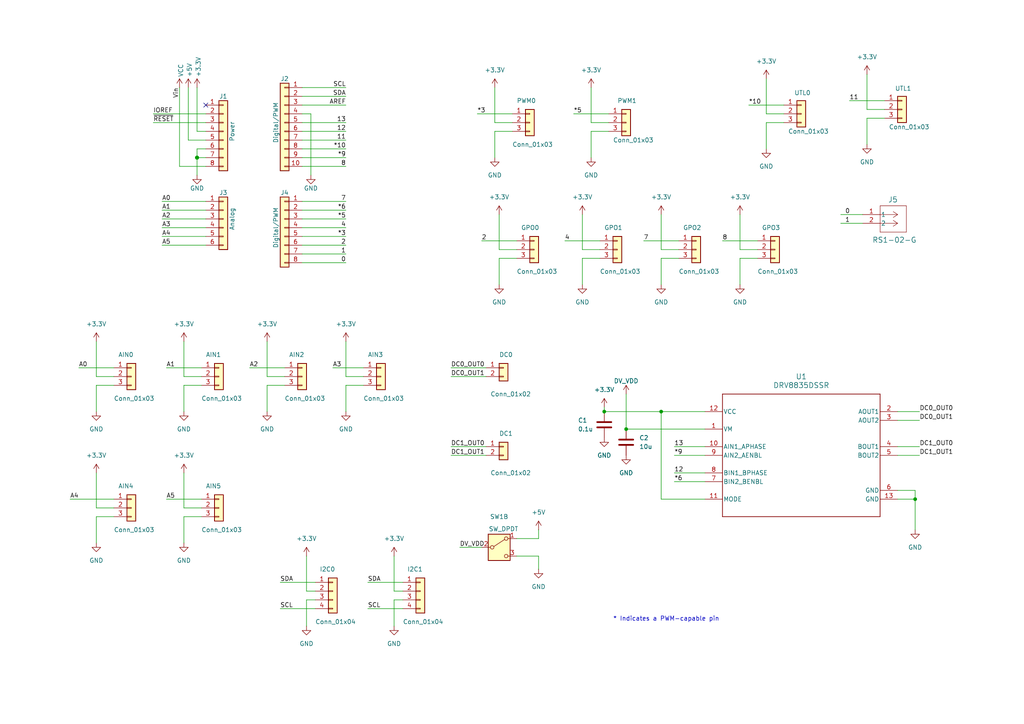
<source format=kicad_sch>
(kicad_sch
	(version 20231120)
	(generator "eeschema")
	(generator_version "8.0")
	(uuid "e63e39d7-6ac0-4ffd-8aa3-1841a4541b55")
	(paper "A4")
	(title_block
		(date "mar. 31 mars 2015")
	)
	(lib_symbols
		(symbol "+5V_1"
			(power)
			(pin_names
				(offset 0)
			)
			(exclude_from_sim no)
			(in_bom yes)
			(on_board yes)
			(property "Reference" "#PWR"
				(at 0 -3.81 0)
				(effects
					(font
						(size 1.27 1.27)
					)
					(hide yes)
				)
			)
			(property "Value" "+5V_1"
				(at 0 3.556 0)
				(effects
					(font
						(size 1.27 1.27)
					)
				)
			)
			(property "Footprint" ""
				(at 0 0 0)
				(effects
					(font
						(size 1.27 1.27)
					)
					(hide yes)
				)
			)
			(property "Datasheet" ""
				(at 0 0 0)
				(effects
					(font
						(size 1.27 1.27)
					)
					(hide yes)
				)
			)
			(property "Description" "Power symbol creates a global label with name \"+5V\""
				(at 0 0 0)
				(effects
					(font
						(size 1.27 1.27)
					)
					(hide yes)
				)
			)
			(property "ki_keywords" "global power"
				(at 0 0 0)
				(effects
					(font
						(size 1.27 1.27)
					)
					(hide yes)
				)
			)
			(symbol "+5V_1_0_1"
				(polyline
					(pts
						(xy -0.762 1.27) (xy 0 2.54)
					)
					(stroke
						(width 0)
						(type default)
					)
					(fill
						(type none)
					)
				)
				(polyline
					(pts
						(xy 0 0) (xy 0 2.54)
					)
					(stroke
						(width 0)
						(type default)
					)
					(fill
						(type none)
					)
				)
				(polyline
					(pts
						(xy 0 2.54) (xy 0.762 1.27)
					)
					(stroke
						(width 0)
						(type default)
					)
					(fill
						(type none)
					)
				)
			)
			(symbol "+5V_1_1_1"
				(pin power_in line
					(at 0 0 90)
					(length 0) hide
					(name "+5V"
						(effects
							(font
								(size 1.27 1.27)
							)
						)
					)
					(number "1"
						(effects
							(font
								(size 1.27 1.27)
							)
						)
					)
				)
			)
		)
		(symbol "+5V_2"
			(power)
			(pin_numbers hide)
			(pin_names
				(offset 0) hide)
			(exclude_from_sim no)
			(in_bom yes)
			(on_board yes)
			(property "Reference" "#PWR"
				(at 0 -3.81 0)
				(effects
					(font
						(size 1.27 1.27)
					)
					(hide yes)
				)
			)
			(property "Value" "+5V"
				(at 0 3.556 0)
				(effects
					(font
						(size 1.27 1.27)
					)
				)
			)
			(property "Footprint" ""
				(at 0 0 0)
				(effects
					(font
						(size 1.27 1.27)
					)
					(hide yes)
				)
			)
			(property "Datasheet" ""
				(at 0 0 0)
				(effects
					(font
						(size 1.27 1.27)
					)
					(hide yes)
				)
			)
			(property "Description" "Power symbol creates a global label with name \"+5V\""
				(at 0 0 0)
				(effects
					(font
						(size 1.27 1.27)
					)
					(hide yes)
				)
			)
			(property "ki_keywords" "global power"
				(at 0 0 0)
				(effects
					(font
						(size 1.27 1.27)
					)
					(hide yes)
				)
			)
			(symbol "+5V_2_0_1"
				(polyline
					(pts
						(xy -0.762 1.27) (xy 0 2.54)
					)
					(stroke
						(width 0)
						(type default)
					)
					(fill
						(type none)
					)
				)
				(polyline
					(pts
						(xy 0 0) (xy 0 2.54)
					)
					(stroke
						(width 0)
						(type default)
					)
					(fill
						(type none)
					)
				)
				(polyline
					(pts
						(xy 0 2.54) (xy 0.762 1.27)
					)
					(stroke
						(width 0)
						(type default)
					)
					(fill
						(type none)
					)
				)
			)
			(symbol "+5V_2_1_1"
				(pin power_in line
					(at 0 0 90)
					(length 0)
					(name "~"
						(effects
							(font
								(size 1.27 1.27)
							)
						)
					)
					(number "1"
						(effects
							(font
								(size 1.27 1.27)
							)
						)
					)
				)
			)
		)
		(symbol "2024-02-26_07-24-37:DRV8835DSSR"
			(pin_names
				(offset 0.254)
			)
			(exclude_from_sim no)
			(in_bom yes)
			(on_board yes)
			(property "Reference" "U"
				(at 0 2.54 0)
				(effects
					(font
						(size 1.524 1.524)
					)
				)
			)
			(property "Value" "DRV8835DSSR"
				(at 0 22.86 0)
				(effects
					(font
						(size 1.524 1.524)
					)
				)
			)
			(property "Footprint" "DSS0012A"
				(at 0 0 0)
				(effects
					(font
						(size 1.27 1.27)
						(italic yes)
					)
					(hide yes)
				)
			)
			(property "Datasheet" "DRV8835DSSR"
				(at 0 0 0)
				(effects
					(font
						(size 1.27 1.27)
						(italic yes)
					)
					(hide yes)
				)
			)
			(property "Description" ""
				(at 0 0 0)
				(effects
					(font
						(size 1.27 1.27)
					)
					(hide yes)
				)
			)
			(property "ki_locked" ""
				(at 0 0 0)
				(effects
					(font
						(size 1.27 1.27)
					)
				)
			)
			(property "ki_keywords" "DRV8835DSSR"
				(at 0 0 0)
				(effects
					(font
						(size 1.27 1.27)
					)
					(hide yes)
				)
			)
			(property "ki_fp_filters" "DSS0012A"
				(at 0 0 0)
				(effects
					(font
						(size 1.27 1.27)
					)
					(hide yes)
				)
			)
			(symbol "DRV8835DSSR_1_1"
				(polyline
					(pts
						(xy -22.86 -17.78) (xy 22.86 -17.78)
					)
					(stroke
						(width 0.2032)
						(type default)
					)
					(fill
						(type none)
					)
				)
				(polyline
					(pts
						(xy -22.86 17.78) (xy -22.86 -17.78)
					)
					(stroke
						(width 0.2032)
						(type default)
					)
					(fill
						(type none)
					)
				)
				(polyline
					(pts
						(xy 22.86 -17.78) (xy 22.86 17.78)
					)
					(stroke
						(width 0.2032)
						(type default)
					)
					(fill
						(type none)
					)
				)
				(polyline
					(pts
						(xy 22.86 17.78) (xy -22.86 17.78)
					)
					(stroke
						(width 0.2032)
						(type default)
					)
					(fill
						(type none)
					)
				)
				(pin power_in line
					(at -27.94 7.62 0)
					(length 5.08)
					(name "VM"
						(effects
							(font
								(size 1.27 1.27)
							)
						)
					)
					(number "1"
						(effects
							(font
								(size 1.27 1.27)
							)
						)
					)
				)
				(pin input line
					(at -27.94 2.54 0)
					(length 5.08)
					(name "AIN1_APHASE"
						(effects
							(font
								(size 1.27 1.27)
							)
						)
					)
					(number "10"
						(effects
							(font
								(size 1.27 1.27)
							)
						)
					)
				)
				(pin input line
					(at -27.94 -12.7 0)
					(length 5.08)
					(name "MODE"
						(effects
							(font
								(size 1.27 1.27)
							)
						)
					)
					(number "11"
						(effects
							(font
								(size 1.27 1.27)
							)
						)
					)
				)
				(pin power_in line
					(at -27.94 12.7 0)
					(length 5.08)
					(name "VCC"
						(effects
							(font
								(size 1.27 1.27)
							)
						)
					)
					(number "12"
						(effects
							(font
								(size 1.27 1.27)
							)
						)
					)
				)
				(pin power_in line
					(at 27.94 -12.7 180)
					(length 5.08)
					(name "GND"
						(effects
							(font
								(size 1.27 1.27)
							)
						)
					)
					(number "13"
						(effects
							(font
								(size 1.27 1.27)
							)
						)
					)
				)
				(pin output line
					(at 27.94 12.7 180)
					(length 5.08)
					(name "AOUT1"
						(effects
							(font
								(size 1.27 1.27)
							)
						)
					)
					(number "2"
						(effects
							(font
								(size 1.27 1.27)
							)
						)
					)
				)
				(pin output line
					(at 27.94 10.16 180)
					(length 5.08)
					(name "AOUT2"
						(effects
							(font
								(size 1.27 1.27)
							)
						)
					)
					(number "3"
						(effects
							(font
								(size 1.27 1.27)
							)
						)
					)
				)
				(pin output line
					(at 27.94 2.54 180)
					(length 5.08)
					(name "BOUT1"
						(effects
							(font
								(size 1.27 1.27)
							)
						)
					)
					(number "4"
						(effects
							(font
								(size 1.27 1.27)
							)
						)
					)
				)
				(pin output line
					(at 27.94 0 180)
					(length 5.08)
					(name "BOUT2"
						(effects
							(font
								(size 1.27 1.27)
							)
						)
					)
					(number "5"
						(effects
							(font
								(size 1.27 1.27)
							)
						)
					)
				)
				(pin power_in line
					(at 27.94 -10.16 180)
					(length 5.08)
					(name "GND"
						(effects
							(font
								(size 1.27 1.27)
							)
						)
					)
					(number "6"
						(effects
							(font
								(size 1.27 1.27)
							)
						)
					)
				)
				(pin input line
					(at -27.94 -7.62 0)
					(length 5.08)
					(name "BIN2_BENBL"
						(effects
							(font
								(size 1.27 1.27)
							)
						)
					)
					(number "7"
						(effects
							(font
								(size 1.27 1.27)
							)
						)
					)
				)
				(pin input line
					(at -27.94 -5.08 0)
					(length 5.08)
					(name "BIN1_BPHASE"
						(effects
							(font
								(size 1.27 1.27)
							)
						)
					)
					(number "8"
						(effects
							(font
								(size 1.27 1.27)
							)
						)
					)
				)
				(pin input line
					(at -27.94 0 0)
					(length 5.08)
					(name "AIN2_AENBL"
						(effects
							(font
								(size 1.27 1.27)
							)
						)
					)
					(number "9"
						(effects
							(font
								(size 1.27 1.27)
							)
						)
					)
				)
			)
		)
		(symbol "2025-03-12_10-05-33:RS1-02-G"
			(pin_names
				(offset 0.254)
			)
			(exclude_from_sim no)
			(in_bom yes)
			(on_board yes)
			(property "Reference" "J"
				(at 8.89 6.35 0)
				(effects
					(font
						(size 1.524 1.524)
					)
				)
			)
			(property "Value" "RS1-02-G"
				(at 0 0 0)
				(effects
					(font
						(size 1.524 1.524)
					)
				)
			)
			(property "Footprint" "CONN_RS1-02-G_ADM"
				(at 0 0 0)
				(effects
					(font
						(size 1.27 1.27)
						(italic yes)
					)
					(hide yes)
				)
			)
			(property "Datasheet" "RS1-02-G"
				(at 0 0 0)
				(effects
					(font
						(size 1.27 1.27)
						(italic yes)
					)
					(hide yes)
				)
			)
			(property "Description" ""
				(at 0 0 0)
				(effects
					(font
						(size 1.27 1.27)
					)
					(hide yes)
				)
			)
			(property "ki_locked" ""
				(at 0 0 0)
				(effects
					(font
						(size 1.27 1.27)
					)
				)
			)
			(property "ki_keywords" "RS1-02-G"
				(at 0 0 0)
				(effects
					(font
						(size 1.27 1.27)
					)
					(hide yes)
				)
			)
			(property "ki_fp_filters" "CONN_RS1-02-G_ADM"
				(at 0 0 0)
				(effects
					(font
						(size 1.27 1.27)
					)
					(hide yes)
				)
			)
			(symbol "RS1-02-G_1_1"
				(polyline
					(pts
						(xy 5.08 -5.08) (xy 12.7 -5.08)
					)
					(stroke
						(width 0.127)
						(type default)
					)
					(fill
						(type none)
					)
				)
				(polyline
					(pts
						(xy 5.08 2.54) (xy 5.08 -5.08)
					)
					(stroke
						(width 0.127)
						(type default)
					)
					(fill
						(type none)
					)
				)
				(polyline
					(pts
						(xy 10.16 -2.54) (xy 5.08 -2.54)
					)
					(stroke
						(width 0.127)
						(type default)
					)
					(fill
						(type none)
					)
				)
				(polyline
					(pts
						(xy 10.16 -2.54) (xy 8.89 -3.3867)
					)
					(stroke
						(width 0.127)
						(type default)
					)
					(fill
						(type none)
					)
				)
				(polyline
					(pts
						(xy 10.16 -2.54) (xy 8.89 -1.6933)
					)
					(stroke
						(width 0.127)
						(type default)
					)
					(fill
						(type none)
					)
				)
				(polyline
					(pts
						(xy 10.16 0) (xy 5.08 0)
					)
					(stroke
						(width 0.127)
						(type default)
					)
					(fill
						(type none)
					)
				)
				(polyline
					(pts
						(xy 10.16 0) (xy 8.89 -0.8467)
					)
					(stroke
						(width 0.127)
						(type default)
					)
					(fill
						(type none)
					)
				)
				(polyline
					(pts
						(xy 10.16 0) (xy 8.89 0.8467)
					)
					(stroke
						(width 0.127)
						(type default)
					)
					(fill
						(type none)
					)
				)
				(polyline
					(pts
						(xy 12.7 -5.08) (xy 12.7 2.54)
					)
					(stroke
						(width 0.127)
						(type default)
					)
					(fill
						(type none)
					)
				)
				(polyline
					(pts
						(xy 12.7 2.54) (xy 5.08 2.54)
					)
					(stroke
						(width 0.127)
						(type default)
					)
					(fill
						(type none)
					)
				)
				(pin unspecified line
					(at 0 0 0)
					(length 5.08)
					(name "1"
						(effects
							(font
								(size 1.27 1.27)
							)
						)
					)
					(number "1"
						(effects
							(font
								(size 1.27 1.27)
							)
						)
					)
				)
				(pin unspecified line
					(at 0 -2.54 0)
					(length 5.08)
					(name "2"
						(effects
							(font
								(size 1.27 1.27)
							)
						)
					)
					(number "2"
						(effects
							(font
								(size 1.27 1.27)
							)
						)
					)
				)
			)
			(symbol "RS1-02-G_1_2"
				(polyline
					(pts
						(xy 5.08 -5.08) (xy 12.7 -5.08)
					)
					(stroke
						(width 0.127)
						(type default)
					)
					(fill
						(type none)
					)
				)
				(polyline
					(pts
						(xy 5.08 2.54) (xy 5.08 -5.08)
					)
					(stroke
						(width 0.127)
						(type default)
					)
					(fill
						(type none)
					)
				)
				(polyline
					(pts
						(xy 7.62 -2.54) (xy 5.08 -2.54)
					)
					(stroke
						(width 0.127)
						(type default)
					)
					(fill
						(type none)
					)
				)
				(polyline
					(pts
						(xy 7.62 -2.54) (xy 8.89 -3.3867)
					)
					(stroke
						(width 0.127)
						(type default)
					)
					(fill
						(type none)
					)
				)
				(polyline
					(pts
						(xy 7.62 -2.54) (xy 8.89 -1.6933)
					)
					(stroke
						(width 0.127)
						(type default)
					)
					(fill
						(type none)
					)
				)
				(polyline
					(pts
						(xy 7.62 0) (xy 5.08 0)
					)
					(stroke
						(width 0.127)
						(type default)
					)
					(fill
						(type none)
					)
				)
				(polyline
					(pts
						(xy 7.62 0) (xy 8.89 -0.8467)
					)
					(stroke
						(width 0.127)
						(type default)
					)
					(fill
						(type none)
					)
				)
				(polyline
					(pts
						(xy 7.62 0) (xy 8.89 0.8467)
					)
					(stroke
						(width 0.127)
						(type default)
					)
					(fill
						(type none)
					)
				)
				(polyline
					(pts
						(xy 12.7 -5.08) (xy 12.7 2.54)
					)
					(stroke
						(width 0.127)
						(type default)
					)
					(fill
						(type none)
					)
				)
				(polyline
					(pts
						(xy 12.7 2.54) (xy 5.08 2.54)
					)
					(stroke
						(width 0.127)
						(type default)
					)
					(fill
						(type none)
					)
				)
				(pin unspecified line
					(at 0 0 0)
					(length 5.08)
					(name "1"
						(effects
							(font
								(size 1.27 1.27)
							)
						)
					)
					(number "1"
						(effects
							(font
								(size 1.27 1.27)
							)
						)
					)
				)
				(pin unspecified line
					(at 0 -2.54 0)
					(length 5.08)
					(name "2"
						(effects
							(font
								(size 1.27 1.27)
							)
						)
					)
					(number "2"
						(effects
							(font
								(size 1.27 1.27)
							)
						)
					)
				)
			)
		)
		(symbol "Connector_Generic:Conn_01x02"
			(pin_names
				(offset 1.016) hide)
			(exclude_from_sim no)
			(in_bom yes)
			(on_board yes)
			(property "Reference" "J"
				(at 0 2.54 0)
				(effects
					(font
						(size 1.27 1.27)
					)
				)
			)
			(property "Value" "Conn_01x02"
				(at 0 -5.08 0)
				(effects
					(font
						(size 1.27 1.27)
					)
				)
			)
			(property "Footprint" ""
				(at 0 0 0)
				(effects
					(font
						(size 1.27 1.27)
					)
					(hide yes)
				)
			)
			(property "Datasheet" "~"
				(at 0 0 0)
				(effects
					(font
						(size 1.27 1.27)
					)
					(hide yes)
				)
			)
			(property "Description" "Generic connector, single row, 01x02, script generated (kicad-library-utils/schlib/autogen/connector/)"
				(at 0 0 0)
				(effects
					(font
						(size 1.27 1.27)
					)
					(hide yes)
				)
			)
			(property "ki_keywords" "connector"
				(at 0 0 0)
				(effects
					(font
						(size 1.27 1.27)
					)
					(hide yes)
				)
			)
			(property "ki_fp_filters" "Connector*:*_1x??_*"
				(at 0 0 0)
				(effects
					(font
						(size 1.27 1.27)
					)
					(hide yes)
				)
			)
			(symbol "Conn_01x02_1_1"
				(rectangle
					(start -1.27 -2.413)
					(end 0 -2.667)
					(stroke
						(width 0.1524)
						(type default)
					)
					(fill
						(type none)
					)
				)
				(rectangle
					(start -1.27 0.127)
					(end 0 -0.127)
					(stroke
						(width 0.1524)
						(type default)
					)
					(fill
						(type none)
					)
				)
				(rectangle
					(start -1.27 1.27)
					(end 1.27 -3.81)
					(stroke
						(width 0.254)
						(type default)
					)
					(fill
						(type background)
					)
				)
				(pin passive line
					(at -5.08 0 0)
					(length 3.81)
					(name "Pin_1"
						(effects
							(font
								(size 1.27 1.27)
							)
						)
					)
					(number "1"
						(effects
							(font
								(size 1.27 1.27)
							)
						)
					)
				)
				(pin passive line
					(at -5.08 -2.54 0)
					(length 3.81)
					(name "Pin_2"
						(effects
							(font
								(size 1.27 1.27)
							)
						)
					)
					(number "2"
						(effects
							(font
								(size 1.27 1.27)
							)
						)
					)
				)
			)
		)
		(symbol "Connector_Generic:Conn_01x03"
			(pin_names
				(offset 1.016) hide)
			(exclude_from_sim no)
			(in_bom yes)
			(on_board yes)
			(property "Reference" "J"
				(at 0 5.08 0)
				(effects
					(font
						(size 1.27 1.27)
					)
				)
			)
			(property "Value" "Conn_01x03"
				(at 0 -5.08 0)
				(effects
					(font
						(size 1.27 1.27)
					)
				)
			)
			(property "Footprint" ""
				(at 0 0 0)
				(effects
					(font
						(size 1.27 1.27)
					)
					(hide yes)
				)
			)
			(property "Datasheet" "~"
				(at 0 0 0)
				(effects
					(font
						(size 1.27 1.27)
					)
					(hide yes)
				)
			)
			(property "Description" "Generic connector, single row, 01x03, script generated (kicad-library-utils/schlib/autogen/connector/)"
				(at 0 0 0)
				(effects
					(font
						(size 1.27 1.27)
					)
					(hide yes)
				)
			)
			(property "ki_keywords" "connector"
				(at 0 0 0)
				(effects
					(font
						(size 1.27 1.27)
					)
					(hide yes)
				)
			)
			(property "ki_fp_filters" "Connector*:*_1x??_*"
				(at 0 0 0)
				(effects
					(font
						(size 1.27 1.27)
					)
					(hide yes)
				)
			)
			(symbol "Conn_01x03_1_1"
				(rectangle
					(start -1.27 -2.413)
					(end 0 -2.667)
					(stroke
						(width 0.1524)
						(type default)
					)
					(fill
						(type none)
					)
				)
				(rectangle
					(start -1.27 0.127)
					(end 0 -0.127)
					(stroke
						(width 0.1524)
						(type default)
					)
					(fill
						(type none)
					)
				)
				(rectangle
					(start -1.27 2.667)
					(end 0 2.413)
					(stroke
						(width 0.1524)
						(type default)
					)
					(fill
						(type none)
					)
				)
				(rectangle
					(start -1.27 3.81)
					(end 1.27 -3.81)
					(stroke
						(width 0.254)
						(type default)
					)
					(fill
						(type background)
					)
				)
				(pin passive line
					(at -5.08 2.54 0)
					(length 3.81)
					(name "Pin_1"
						(effects
							(font
								(size 1.27 1.27)
							)
						)
					)
					(number "1"
						(effects
							(font
								(size 1.27 1.27)
							)
						)
					)
				)
				(pin passive line
					(at -5.08 0 0)
					(length 3.81)
					(name "Pin_2"
						(effects
							(font
								(size 1.27 1.27)
							)
						)
					)
					(number "2"
						(effects
							(font
								(size 1.27 1.27)
							)
						)
					)
				)
				(pin passive line
					(at -5.08 -2.54 0)
					(length 3.81)
					(name "Pin_3"
						(effects
							(font
								(size 1.27 1.27)
							)
						)
					)
					(number "3"
						(effects
							(font
								(size 1.27 1.27)
							)
						)
					)
				)
			)
		)
		(symbol "Connector_Generic:Conn_01x04"
			(pin_names
				(offset 1.016) hide)
			(exclude_from_sim no)
			(in_bom yes)
			(on_board yes)
			(property "Reference" "J"
				(at 0 5.08 0)
				(effects
					(font
						(size 1.27 1.27)
					)
				)
			)
			(property "Value" "Conn_01x04"
				(at 0 -7.62 0)
				(effects
					(font
						(size 1.27 1.27)
					)
				)
			)
			(property "Footprint" ""
				(at 0 0 0)
				(effects
					(font
						(size 1.27 1.27)
					)
					(hide yes)
				)
			)
			(property "Datasheet" "~"
				(at 0 0 0)
				(effects
					(font
						(size 1.27 1.27)
					)
					(hide yes)
				)
			)
			(property "Description" "Generic connector, single row, 01x04, script generated (kicad-library-utils/schlib/autogen/connector/)"
				(at 0 0 0)
				(effects
					(font
						(size 1.27 1.27)
					)
					(hide yes)
				)
			)
			(property "ki_keywords" "connector"
				(at 0 0 0)
				(effects
					(font
						(size 1.27 1.27)
					)
					(hide yes)
				)
			)
			(property "ki_fp_filters" "Connector*:*_1x??_*"
				(at 0 0 0)
				(effects
					(font
						(size 1.27 1.27)
					)
					(hide yes)
				)
			)
			(symbol "Conn_01x04_1_1"
				(rectangle
					(start -1.27 -4.953)
					(end 0 -5.207)
					(stroke
						(width 0.1524)
						(type default)
					)
					(fill
						(type none)
					)
				)
				(rectangle
					(start -1.27 -2.413)
					(end 0 -2.667)
					(stroke
						(width 0.1524)
						(type default)
					)
					(fill
						(type none)
					)
				)
				(rectangle
					(start -1.27 0.127)
					(end 0 -0.127)
					(stroke
						(width 0.1524)
						(type default)
					)
					(fill
						(type none)
					)
				)
				(rectangle
					(start -1.27 2.667)
					(end 0 2.413)
					(stroke
						(width 0.1524)
						(type default)
					)
					(fill
						(type none)
					)
				)
				(rectangle
					(start -1.27 3.81)
					(end 1.27 -6.35)
					(stroke
						(width 0.254)
						(type default)
					)
					(fill
						(type background)
					)
				)
				(pin passive line
					(at -5.08 2.54 0)
					(length 3.81)
					(name "Pin_1"
						(effects
							(font
								(size 1.27 1.27)
							)
						)
					)
					(number "1"
						(effects
							(font
								(size 1.27 1.27)
							)
						)
					)
				)
				(pin passive line
					(at -5.08 0 0)
					(length 3.81)
					(name "Pin_2"
						(effects
							(font
								(size 1.27 1.27)
							)
						)
					)
					(number "2"
						(effects
							(font
								(size 1.27 1.27)
							)
						)
					)
				)
				(pin passive line
					(at -5.08 -2.54 0)
					(length 3.81)
					(name "Pin_3"
						(effects
							(font
								(size 1.27 1.27)
							)
						)
					)
					(number "3"
						(effects
							(font
								(size 1.27 1.27)
							)
						)
					)
				)
				(pin passive line
					(at -5.08 -5.08 0)
					(length 3.81)
					(name "Pin_4"
						(effects
							(font
								(size 1.27 1.27)
							)
						)
					)
					(number "4"
						(effects
							(font
								(size 1.27 1.27)
							)
						)
					)
				)
			)
		)
		(symbol "Connector_Generic:Conn_01x06"
			(pin_names
				(offset 1.016) hide)
			(exclude_from_sim no)
			(in_bom yes)
			(on_board yes)
			(property "Reference" "J"
				(at 0 7.62 0)
				(effects
					(font
						(size 1.27 1.27)
					)
				)
			)
			(property "Value" "Conn_01x06"
				(at 0 -10.16 0)
				(effects
					(font
						(size 1.27 1.27)
					)
				)
			)
			(property "Footprint" ""
				(at 0 0 0)
				(effects
					(font
						(size 1.27 1.27)
					)
					(hide yes)
				)
			)
			(property "Datasheet" "~"
				(at 0 0 0)
				(effects
					(font
						(size 1.27 1.27)
					)
					(hide yes)
				)
			)
			(property "Description" "Generic connector, single row, 01x06, script generated (kicad-library-utils/schlib/autogen/connector/)"
				(at 0 0 0)
				(effects
					(font
						(size 1.27 1.27)
					)
					(hide yes)
				)
			)
			(property "ki_keywords" "connector"
				(at 0 0 0)
				(effects
					(font
						(size 1.27 1.27)
					)
					(hide yes)
				)
			)
			(property "ki_fp_filters" "Connector*:*_1x??_*"
				(at 0 0 0)
				(effects
					(font
						(size 1.27 1.27)
					)
					(hide yes)
				)
			)
			(symbol "Conn_01x06_1_1"
				(rectangle
					(start -1.27 -7.493)
					(end 0 -7.747)
					(stroke
						(width 0.1524)
						(type default)
					)
					(fill
						(type none)
					)
				)
				(rectangle
					(start -1.27 -4.953)
					(end 0 -5.207)
					(stroke
						(width 0.1524)
						(type default)
					)
					(fill
						(type none)
					)
				)
				(rectangle
					(start -1.27 -2.413)
					(end 0 -2.667)
					(stroke
						(width 0.1524)
						(type default)
					)
					(fill
						(type none)
					)
				)
				(rectangle
					(start -1.27 0.127)
					(end 0 -0.127)
					(stroke
						(width 0.1524)
						(type default)
					)
					(fill
						(type none)
					)
				)
				(rectangle
					(start -1.27 2.667)
					(end 0 2.413)
					(stroke
						(width 0.1524)
						(type default)
					)
					(fill
						(type none)
					)
				)
				(rectangle
					(start -1.27 5.207)
					(end 0 4.953)
					(stroke
						(width 0.1524)
						(type default)
					)
					(fill
						(type none)
					)
				)
				(rectangle
					(start -1.27 6.35)
					(end 1.27 -8.89)
					(stroke
						(width 0.254)
						(type default)
					)
					(fill
						(type background)
					)
				)
				(pin passive line
					(at -5.08 5.08 0)
					(length 3.81)
					(name "Pin_1"
						(effects
							(font
								(size 1.27 1.27)
							)
						)
					)
					(number "1"
						(effects
							(font
								(size 1.27 1.27)
							)
						)
					)
				)
				(pin passive line
					(at -5.08 2.54 0)
					(length 3.81)
					(name "Pin_2"
						(effects
							(font
								(size 1.27 1.27)
							)
						)
					)
					(number "2"
						(effects
							(font
								(size 1.27 1.27)
							)
						)
					)
				)
				(pin passive line
					(at -5.08 0 0)
					(length 3.81)
					(name "Pin_3"
						(effects
							(font
								(size 1.27 1.27)
							)
						)
					)
					(number "3"
						(effects
							(font
								(size 1.27 1.27)
							)
						)
					)
				)
				(pin passive line
					(at -5.08 -2.54 0)
					(length 3.81)
					(name "Pin_4"
						(effects
							(font
								(size 1.27 1.27)
							)
						)
					)
					(number "4"
						(effects
							(font
								(size 1.27 1.27)
							)
						)
					)
				)
				(pin passive line
					(at -5.08 -5.08 0)
					(length 3.81)
					(name "Pin_5"
						(effects
							(font
								(size 1.27 1.27)
							)
						)
					)
					(number "5"
						(effects
							(font
								(size 1.27 1.27)
							)
						)
					)
				)
				(pin passive line
					(at -5.08 -7.62 0)
					(length 3.81)
					(name "Pin_6"
						(effects
							(font
								(size 1.27 1.27)
							)
						)
					)
					(number "6"
						(effects
							(font
								(size 1.27 1.27)
							)
						)
					)
				)
			)
		)
		(symbol "Connector_Generic:Conn_01x08"
			(pin_names
				(offset 1.016) hide)
			(exclude_from_sim no)
			(in_bom yes)
			(on_board yes)
			(property "Reference" "J"
				(at 0 10.16 0)
				(effects
					(font
						(size 1.27 1.27)
					)
				)
			)
			(property "Value" "Conn_01x08"
				(at 0 -12.7 0)
				(effects
					(font
						(size 1.27 1.27)
					)
				)
			)
			(property "Footprint" ""
				(at 0 0 0)
				(effects
					(font
						(size 1.27 1.27)
					)
					(hide yes)
				)
			)
			(property "Datasheet" "~"
				(at 0 0 0)
				(effects
					(font
						(size 1.27 1.27)
					)
					(hide yes)
				)
			)
			(property "Description" "Generic connector, single row, 01x08, script generated (kicad-library-utils/schlib/autogen/connector/)"
				(at 0 0 0)
				(effects
					(font
						(size 1.27 1.27)
					)
					(hide yes)
				)
			)
			(property "ki_keywords" "connector"
				(at 0 0 0)
				(effects
					(font
						(size 1.27 1.27)
					)
					(hide yes)
				)
			)
			(property "ki_fp_filters" "Connector*:*_1x??_*"
				(at 0 0 0)
				(effects
					(font
						(size 1.27 1.27)
					)
					(hide yes)
				)
			)
			(symbol "Conn_01x08_1_1"
				(rectangle
					(start -1.27 -10.033)
					(end 0 -10.287)
					(stroke
						(width 0.1524)
						(type default)
					)
					(fill
						(type none)
					)
				)
				(rectangle
					(start -1.27 -7.493)
					(end 0 -7.747)
					(stroke
						(width 0.1524)
						(type default)
					)
					(fill
						(type none)
					)
				)
				(rectangle
					(start -1.27 -4.953)
					(end 0 -5.207)
					(stroke
						(width 0.1524)
						(type default)
					)
					(fill
						(type none)
					)
				)
				(rectangle
					(start -1.27 -2.413)
					(end 0 -2.667)
					(stroke
						(width 0.1524)
						(type default)
					)
					(fill
						(type none)
					)
				)
				(rectangle
					(start -1.27 0.127)
					(end 0 -0.127)
					(stroke
						(width 0.1524)
						(type default)
					)
					(fill
						(type none)
					)
				)
				(rectangle
					(start -1.27 2.667)
					(end 0 2.413)
					(stroke
						(width 0.1524)
						(type default)
					)
					(fill
						(type none)
					)
				)
				(rectangle
					(start -1.27 5.207)
					(end 0 4.953)
					(stroke
						(width 0.1524)
						(type default)
					)
					(fill
						(type none)
					)
				)
				(rectangle
					(start -1.27 7.747)
					(end 0 7.493)
					(stroke
						(width 0.1524)
						(type default)
					)
					(fill
						(type none)
					)
				)
				(rectangle
					(start -1.27 8.89)
					(end 1.27 -11.43)
					(stroke
						(width 0.254)
						(type default)
					)
					(fill
						(type background)
					)
				)
				(pin passive line
					(at -5.08 7.62 0)
					(length 3.81)
					(name "Pin_1"
						(effects
							(font
								(size 1.27 1.27)
							)
						)
					)
					(number "1"
						(effects
							(font
								(size 1.27 1.27)
							)
						)
					)
				)
				(pin passive line
					(at -5.08 5.08 0)
					(length 3.81)
					(name "Pin_2"
						(effects
							(font
								(size 1.27 1.27)
							)
						)
					)
					(number "2"
						(effects
							(font
								(size 1.27 1.27)
							)
						)
					)
				)
				(pin passive line
					(at -5.08 2.54 0)
					(length 3.81)
					(name "Pin_3"
						(effects
							(font
								(size 1.27 1.27)
							)
						)
					)
					(number "3"
						(effects
							(font
								(size 1.27 1.27)
							)
						)
					)
				)
				(pin passive line
					(at -5.08 0 0)
					(length 3.81)
					(name "Pin_4"
						(effects
							(font
								(size 1.27 1.27)
							)
						)
					)
					(number "4"
						(effects
							(font
								(size 1.27 1.27)
							)
						)
					)
				)
				(pin passive line
					(at -5.08 -2.54 0)
					(length 3.81)
					(name "Pin_5"
						(effects
							(font
								(size 1.27 1.27)
							)
						)
					)
					(number "5"
						(effects
							(font
								(size 1.27 1.27)
							)
						)
					)
				)
				(pin passive line
					(at -5.08 -5.08 0)
					(length 3.81)
					(name "Pin_6"
						(effects
							(font
								(size 1.27 1.27)
							)
						)
					)
					(number "6"
						(effects
							(font
								(size 1.27 1.27)
							)
						)
					)
				)
				(pin passive line
					(at -5.08 -7.62 0)
					(length 3.81)
					(name "Pin_7"
						(effects
							(font
								(size 1.27 1.27)
							)
						)
					)
					(number "7"
						(effects
							(font
								(size 1.27 1.27)
							)
						)
					)
				)
				(pin passive line
					(at -5.08 -10.16 0)
					(length 3.81)
					(name "Pin_8"
						(effects
							(font
								(size 1.27 1.27)
							)
						)
					)
					(number "8"
						(effects
							(font
								(size 1.27 1.27)
							)
						)
					)
				)
			)
		)
		(symbol "Connector_Generic:Conn_01x10"
			(pin_names
				(offset 1.016) hide)
			(exclude_from_sim no)
			(in_bom yes)
			(on_board yes)
			(property "Reference" "J"
				(at 0 12.7 0)
				(effects
					(font
						(size 1.27 1.27)
					)
				)
			)
			(property "Value" "Conn_01x10"
				(at 0 -15.24 0)
				(effects
					(font
						(size 1.27 1.27)
					)
				)
			)
			(property "Footprint" ""
				(at 0 0 0)
				(effects
					(font
						(size 1.27 1.27)
					)
					(hide yes)
				)
			)
			(property "Datasheet" "~"
				(at 0 0 0)
				(effects
					(font
						(size 1.27 1.27)
					)
					(hide yes)
				)
			)
			(property "Description" "Generic connector, single row, 01x10, script generated (kicad-library-utils/schlib/autogen/connector/)"
				(at 0 0 0)
				(effects
					(font
						(size 1.27 1.27)
					)
					(hide yes)
				)
			)
			(property "ki_keywords" "connector"
				(at 0 0 0)
				(effects
					(font
						(size 1.27 1.27)
					)
					(hide yes)
				)
			)
			(property "ki_fp_filters" "Connector*:*_1x??_*"
				(at 0 0 0)
				(effects
					(font
						(size 1.27 1.27)
					)
					(hide yes)
				)
			)
			(symbol "Conn_01x10_1_1"
				(rectangle
					(start -1.27 -12.573)
					(end 0 -12.827)
					(stroke
						(width 0.1524)
						(type default)
					)
					(fill
						(type none)
					)
				)
				(rectangle
					(start -1.27 -10.033)
					(end 0 -10.287)
					(stroke
						(width 0.1524)
						(type default)
					)
					(fill
						(type none)
					)
				)
				(rectangle
					(start -1.27 -7.493)
					(end 0 -7.747)
					(stroke
						(width 0.1524)
						(type default)
					)
					(fill
						(type none)
					)
				)
				(rectangle
					(start -1.27 -4.953)
					(end 0 -5.207)
					(stroke
						(width 0.1524)
						(type default)
					)
					(fill
						(type none)
					)
				)
				(rectangle
					(start -1.27 -2.413)
					(end 0 -2.667)
					(stroke
						(width 0.1524)
						(type default)
					)
					(fill
						(type none)
					)
				)
				(rectangle
					(start -1.27 0.127)
					(end 0 -0.127)
					(stroke
						(width 0.1524)
						(type default)
					)
					(fill
						(type none)
					)
				)
				(rectangle
					(start -1.27 2.667)
					(end 0 2.413)
					(stroke
						(width 0.1524)
						(type default)
					)
					(fill
						(type none)
					)
				)
				(rectangle
					(start -1.27 5.207)
					(end 0 4.953)
					(stroke
						(width 0.1524)
						(type default)
					)
					(fill
						(type none)
					)
				)
				(rectangle
					(start -1.27 7.747)
					(end 0 7.493)
					(stroke
						(width 0.1524)
						(type default)
					)
					(fill
						(type none)
					)
				)
				(rectangle
					(start -1.27 10.287)
					(end 0 10.033)
					(stroke
						(width 0.1524)
						(type default)
					)
					(fill
						(type none)
					)
				)
				(rectangle
					(start -1.27 11.43)
					(end 1.27 -13.97)
					(stroke
						(width 0.254)
						(type default)
					)
					(fill
						(type background)
					)
				)
				(pin passive line
					(at -5.08 10.16 0)
					(length 3.81)
					(name "Pin_1"
						(effects
							(font
								(size 1.27 1.27)
							)
						)
					)
					(number "1"
						(effects
							(font
								(size 1.27 1.27)
							)
						)
					)
				)
				(pin passive line
					(at -5.08 -12.7 0)
					(length 3.81)
					(name "Pin_10"
						(effects
							(font
								(size 1.27 1.27)
							)
						)
					)
					(number "10"
						(effects
							(font
								(size 1.27 1.27)
							)
						)
					)
				)
				(pin passive line
					(at -5.08 7.62 0)
					(length 3.81)
					(name "Pin_2"
						(effects
							(font
								(size 1.27 1.27)
							)
						)
					)
					(number "2"
						(effects
							(font
								(size 1.27 1.27)
							)
						)
					)
				)
				(pin passive line
					(at -5.08 5.08 0)
					(length 3.81)
					(name "Pin_3"
						(effects
							(font
								(size 1.27 1.27)
							)
						)
					)
					(number "3"
						(effects
							(font
								(size 1.27 1.27)
							)
						)
					)
				)
				(pin passive line
					(at -5.08 2.54 0)
					(length 3.81)
					(name "Pin_4"
						(effects
							(font
								(size 1.27 1.27)
							)
						)
					)
					(number "4"
						(effects
							(font
								(size 1.27 1.27)
							)
						)
					)
				)
				(pin passive line
					(at -5.08 0 0)
					(length 3.81)
					(name "Pin_5"
						(effects
							(font
								(size 1.27 1.27)
							)
						)
					)
					(number "5"
						(effects
							(font
								(size 1.27 1.27)
							)
						)
					)
				)
				(pin passive line
					(at -5.08 -2.54 0)
					(length 3.81)
					(name "Pin_6"
						(effects
							(font
								(size 1.27 1.27)
							)
						)
					)
					(number "6"
						(effects
							(font
								(size 1.27 1.27)
							)
						)
					)
				)
				(pin passive line
					(at -5.08 -5.08 0)
					(length 3.81)
					(name "Pin_7"
						(effects
							(font
								(size 1.27 1.27)
							)
						)
					)
					(number "7"
						(effects
							(font
								(size 1.27 1.27)
							)
						)
					)
				)
				(pin passive line
					(at -5.08 -7.62 0)
					(length 3.81)
					(name "Pin_8"
						(effects
							(font
								(size 1.27 1.27)
							)
						)
					)
					(number "8"
						(effects
							(font
								(size 1.27 1.27)
							)
						)
					)
				)
				(pin passive line
					(at -5.08 -10.16 0)
					(length 3.81)
					(name "Pin_9"
						(effects
							(font
								(size 1.27 1.27)
							)
						)
					)
					(number "9"
						(effects
							(font
								(size 1.27 1.27)
							)
						)
					)
				)
			)
		)
		(symbol "Device:C"
			(pin_numbers hide)
			(pin_names
				(offset 0.254)
			)
			(exclude_from_sim no)
			(in_bom yes)
			(on_board yes)
			(property "Reference" "C"
				(at 0.635 2.54 0)
				(effects
					(font
						(size 1.27 1.27)
					)
					(justify left)
				)
			)
			(property "Value" "C"
				(at 0.635 -2.54 0)
				(effects
					(font
						(size 1.27 1.27)
					)
					(justify left)
				)
			)
			(property "Footprint" ""
				(at 0.9652 -3.81 0)
				(effects
					(font
						(size 1.27 1.27)
					)
					(hide yes)
				)
			)
			(property "Datasheet" "~"
				(at 0 0 0)
				(effects
					(font
						(size 1.27 1.27)
					)
					(hide yes)
				)
			)
			(property "Description" "Unpolarized capacitor"
				(at 0 0 0)
				(effects
					(font
						(size 1.27 1.27)
					)
					(hide yes)
				)
			)
			(property "ki_keywords" "cap capacitor"
				(at 0 0 0)
				(effects
					(font
						(size 1.27 1.27)
					)
					(hide yes)
				)
			)
			(property "ki_fp_filters" "C_*"
				(at 0 0 0)
				(effects
					(font
						(size 1.27 1.27)
					)
					(hide yes)
				)
			)
			(symbol "C_0_1"
				(polyline
					(pts
						(xy -2.032 -0.762) (xy 2.032 -0.762)
					)
					(stroke
						(width 0.508)
						(type default)
					)
					(fill
						(type none)
					)
				)
				(polyline
					(pts
						(xy -2.032 0.762) (xy 2.032 0.762)
					)
					(stroke
						(width 0.508)
						(type default)
					)
					(fill
						(type none)
					)
				)
			)
			(symbol "C_1_1"
				(pin passive line
					(at 0 3.81 270)
					(length 2.794)
					(name "~"
						(effects
							(font
								(size 1.27 1.27)
							)
						)
					)
					(number "1"
						(effects
							(font
								(size 1.27 1.27)
							)
						)
					)
				)
				(pin passive line
					(at 0 -3.81 90)
					(length 2.794)
					(name "~"
						(effects
							(font
								(size 1.27 1.27)
							)
						)
					)
					(number "2"
						(effects
							(font
								(size 1.27 1.27)
							)
						)
					)
				)
			)
		)
		(symbol "GND_1"
			(power)
			(pin_names
				(offset 0)
			)
			(exclude_from_sim no)
			(in_bom yes)
			(on_board yes)
			(property "Reference" "#PWR"
				(at 0 -6.35 0)
				(effects
					(font
						(size 1.27 1.27)
					)
					(hide yes)
				)
			)
			(property "Value" "GND_1"
				(at 0 -3.81 0)
				(effects
					(font
						(size 1.27 1.27)
					)
				)
			)
			(property "Footprint" ""
				(at 0 0 0)
				(effects
					(font
						(size 1.27 1.27)
					)
					(hide yes)
				)
			)
			(property "Datasheet" ""
				(at 0 0 0)
				(effects
					(font
						(size 1.27 1.27)
					)
					(hide yes)
				)
			)
			(property "Description" "Power symbol creates a global label with name \"GND\" , ground"
				(at 0 0 0)
				(effects
					(font
						(size 1.27 1.27)
					)
					(hide yes)
				)
			)
			(property "ki_keywords" "global power"
				(at 0 0 0)
				(effects
					(font
						(size 1.27 1.27)
					)
					(hide yes)
				)
			)
			(symbol "GND_1_0_1"
				(polyline
					(pts
						(xy 0 0) (xy 0 -1.27) (xy 1.27 -1.27) (xy 0 -2.54) (xy -1.27 -1.27) (xy 0 -1.27)
					)
					(stroke
						(width 0)
						(type default)
					)
					(fill
						(type none)
					)
				)
			)
			(symbol "GND_1_1_1"
				(pin power_in line
					(at 0 0 270)
					(length 0) hide
					(name "GND"
						(effects
							(font
								(size 1.27 1.27)
							)
						)
					)
					(number "1"
						(effects
							(font
								(size 1.27 1.27)
							)
						)
					)
				)
			)
		)
		(symbol "GND_3"
			(power)
			(pin_numbers hide)
			(pin_names
				(offset 0) hide)
			(exclude_from_sim no)
			(in_bom yes)
			(on_board yes)
			(property "Reference" "#PWR"
				(at 0 -6.35 0)
				(effects
					(font
						(size 1.27 1.27)
					)
					(hide yes)
				)
			)
			(property "Value" "GND"
				(at 0 -3.81 0)
				(effects
					(font
						(size 1.27 1.27)
					)
				)
			)
			(property "Footprint" ""
				(at 0 0 0)
				(effects
					(font
						(size 1.27 1.27)
					)
					(hide yes)
				)
			)
			(property "Datasheet" ""
				(at 0 0 0)
				(effects
					(font
						(size 1.27 1.27)
					)
					(hide yes)
				)
			)
			(property "Description" "Power symbol creates a global label with name \"GND\" , ground"
				(at 0 0 0)
				(effects
					(font
						(size 1.27 1.27)
					)
					(hide yes)
				)
			)
			(property "ki_keywords" "global power"
				(at 0 0 0)
				(effects
					(font
						(size 1.27 1.27)
					)
					(hide yes)
				)
			)
			(symbol "GND_3_0_1"
				(polyline
					(pts
						(xy 0 0) (xy 0 -1.27) (xy 1.27 -1.27) (xy 0 -2.54) (xy -1.27 -1.27) (xy 0 -1.27)
					)
					(stroke
						(width 0)
						(type default)
					)
					(fill
						(type none)
					)
				)
			)
			(symbol "GND_3_1_1"
				(pin power_in line
					(at 0 0 270)
					(length 0)
					(name "~"
						(effects
							(font
								(size 1.27 1.27)
							)
						)
					)
					(number "1"
						(effects
							(font
								(size 1.27 1.27)
							)
						)
					)
				)
			)
		)
		(symbol "Switch:SW_DPDT_x2"
			(pin_names
				(offset 0) hide)
			(exclude_from_sim no)
			(in_bom yes)
			(on_board yes)
			(property "Reference" "SW1"
				(at 0 8.89 0)
				(effects
					(font
						(size 1.27 1.27)
					)
				)
			)
			(property "Value" "SW_DPDT_x2"
				(at 1.27 5.334 0)
				(effects
					(font
						(size 1.27 1.27)
					)
				)
			)
			(property "Footprint" "Connector:AKIZUKI-SS-12D00G3"
				(at 0 0 0)
				(effects
					(font
						(size 1.27 1.27)
					)
					(hide yes)
				)
			)
			(property "Datasheet" "~"
				(at 0 0 0)
				(effects
					(font
						(size 1.27 1.27)
					)
					(hide yes)
				)
			)
			(property "Description" "Switch, dual pole double throw, separate symbols"
				(at 0 0 0)
				(effects
					(font
						(size 1.27 1.27)
					)
					(hide yes)
				)
			)
			(property "ki_keywords" "switch dual-pole double-throw DPDT spdt ON-ON"
				(at 0 0 0)
				(effects
					(font
						(size 1.27 1.27)
					)
					(hide yes)
				)
			)
			(property "ki_fp_filters" "SW*DPDT*"
				(at 0 0 0)
				(effects
					(font
						(size 1.27 1.27)
					)
					(hide yes)
				)
			)
			(symbol "SW_DPDT_x2_0_0"
				(circle
					(center -2.032 0)
					(radius 0.508)
					(stroke
						(width 0)
						(type default)
					)
					(fill
						(type none)
					)
				)
				(circle
					(center 2.032 -2.54)
					(radius 0.508)
					(stroke
						(width 0)
						(type default)
					)
					(fill
						(type none)
					)
				)
			)
			(symbol "SW_DPDT_x2_0_1"
				(rectangle
					(start -3.175 3.81)
					(end 3.175 -3.81)
					(stroke
						(width 0.254)
						(type default)
					)
					(fill
						(type background)
					)
				)
				(polyline
					(pts
						(xy -1.524 0.254) (xy 1.5748 2.286)
					)
					(stroke
						(width 0)
						(type default)
					)
					(fill
						(type none)
					)
				)
				(circle
					(center 2.032 2.54)
					(radius 0.508)
					(stroke
						(width 0)
						(type default)
					)
					(fill
						(type none)
					)
				)
			)
			(symbol "SW_DPDT_x2_1_1"
				(pin passive line
					(at 5.08 2.54 180)
					(length 2.54)
					(name "A"
						(effects
							(font
								(size 1.27 1.27)
							)
						)
					)
					(number "1"
						(effects
							(font
								(size 1.27 1.27)
							)
						)
					)
				)
				(pin passive line
					(at -5.08 0 0)
					(length 2.54)
					(name "B"
						(effects
							(font
								(size 1.27 1.27)
							)
						)
					)
					(number "2"
						(effects
							(font
								(size 1.27 1.27)
							)
						)
					)
				)
				(pin passive line
					(at 5.08 -2.54 180)
					(length 2.54)
					(name "C"
						(effects
							(font
								(size 1.27 1.27)
							)
						)
					)
					(number "3"
						(effects
							(font
								(size 1.27 1.27)
							)
						)
					)
				)
			)
			(symbol "SW_DPDT_x2_2_1"
				(pin passive line
					(at 5.08 2.54 180)
					(length 2.54)
					(name "A"
						(effects
							(font
								(size 1.27 1.27)
							)
						)
					)
					(number "1"
						(effects
							(font
								(size 1.27 1.27)
							)
						)
					)
				)
				(pin passive line
					(at -5.08 0 0)
					(length 2.54)
					(name "B"
						(effects
							(font
								(size 1.27 1.27)
							)
						)
					)
					(number "2"
						(effects
							(font
								(size 1.27 1.27)
							)
						)
					)
				)
				(pin passive line
					(at 5.08 -2.54 180)
					(length 2.54)
					(name "C"
						(effects
							(font
								(size 1.27 1.27)
							)
						)
					)
					(number "3"
						(effects
							(font
								(size 1.27 1.27)
							)
						)
					)
				)
			)
		)
		(symbol "power:+3.3V"
			(power)
			(pin_names
				(offset 0)
			)
			(exclude_from_sim no)
			(in_bom yes)
			(on_board yes)
			(property "Reference" "#PWR"
				(at 0 -3.81 0)
				(effects
					(font
						(size 1.27 1.27)
					)
					(hide yes)
				)
			)
			(property "Value" "+3.3V"
				(at 0 3.556 0)
				(effects
					(font
						(size 1.27 1.27)
					)
				)
			)
			(property "Footprint" ""
				(at 0 0 0)
				(effects
					(font
						(size 1.27 1.27)
					)
					(hide yes)
				)
			)
			(property "Datasheet" ""
				(at 0 0 0)
				(effects
					(font
						(size 1.27 1.27)
					)
					(hide yes)
				)
			)
			(property "Description" "Power symbol creates a global label with name \"+3.3V\""
				(at 0 0 0)
				(effects
					(font
						(size 1.27 1.27)
					)
					(hide yes)
				)
			)
			(property "ki_keywords" "global power"
				(at 0 0 0)
				(effects
					(font
						(size 1.27 1.27)
					)
					(hide yes)
				)
			)
			(symbol "+3.3V_0_1"
				(polyline
					(pts
						(xy -0.762 1.27) (xy 0 2.54)
					)
					(stroke
						(width 0)
						(type default)
					)
					(fill
						(type none)
					)
				)
				(polyline
					(pts
						(xy 0 0) (xy 0 2.54)
					)
					(stroke
						(width 0)
						(type default)
					)
					(fill
						(type none)
					)
				)
				(polyline
					(pts
						(xy 0 2.54) (xy 0.762 1.27)
					)
					(stroke
						(width 0)
						(type default)
					)
					(fill
						(type none)
					)
				)
			)
			(symbol "+3.3V_1_1"
				(pin power_in line
					(at 0 0 90)
					(length 0) hide
					(name "+3.3V"
						(effects
							(font
								(size 1.27 1.27)
							)
						)
					)
					(number "1"
						(effects
							(font
								(size 1.27 1.27)
							)
						)
					)
				)
			)
		)
		(symbol "power:+3V3"
			(power)
			(pin_names
				(offset 0)
			)
			(exclude_from_sim no)
			(in_bom yes)
			(on_board yes)
			(property "Reference" "#PWR"
				(at 0 -3.81 0)
				(effects
					(font
						(size 1.27 1.27)
					)
					(hide yes)
				)
			)
			(property "Value" "+3V3"
				(at 0 3.556 0)
				(effects
					(font
						(size 1.27 1.27)
					)
				)
			)
			(property "Footprint" ""
				(at 0 0 0)
				(effects
					(font
						(size 1.27 1.27)
					)
					(hide yes)
				)
			)
			(property "Datasheet" ""
				(at 0 0 0)
				(effects
					(font
						(size 1.27 1.27)
					)
					(hide yes)
				)
			)
			(property "Description" "Power symbol creates a global label with name \"+3V3\""
				(at 0 0 0)
				(effects
					(font
						(size 1.27 1.27)
					)
					(hide yes)
				)
			)
			(property "ki_keywords" "power-flag"
				(at 0 0 0)
				(effects
					(font
						(size 1.27 1.27)
					)
					(hide yes)
				)
			)
			(symbol "+3V3_0_1"
				(polyline
					(pts
						(xy -0.762 1.27) (xy 0 2.54)
					)
					(stroke
						(width 0)
						(type default)
					)
					(fill
						(type none)
					)
				)
				(polyline
					(pts
						(xy 0 0) (xy 0 2.54)
					)
					(stroke
						(width 0)
						(type default)
					)
					(fill
						(type none)
					)
				)
				(polyline
					(pts
						(xy 0 2.54) (xy 0.762 1.27)
					)
					(stroke
						(width 0)
						(type default)
					)
					(fill
						(type none)
					)
				)
			)
			(symbol "+3V3_1_1"
				(pin power_in line
					(at 0 0 90)
					(length 0) hide
					(name "+3V3"
						(effects
							(font
								(size 1.27 1.27)
							)
						)
					)
					(number "1"
						(effects
							(font
								(size 1.27 1.27)
							)
						)
					)
				)
			)
		)
		(symbol "power:+5V"
			(power)
			(pin_names
				(offset 0)
			)
			(exclude_from_sim no)
			(in_bom yes)
			(on_board yes)
			(property "Reference" "#PWR"
				(at 0 -3.81 0)
				(effects
					(font
						(size 1.27 1.27)
					)
					(hide yes)
				)
			)
			(property "Value" "+5V"
				(at 0 3.556 0)
				(effects
					(font
						(size 1.27 1.27)
					)
				)
			)
			(property "Footprint" ""
				(at 0 0 0)
				(effects
					(font
						(size 1.27 1.27)
					)
					(hide yes)
				)
			)
			(property "Datasheet" ""
				(at 0 0 0)
				(effects
					(font
						(size 1.27 1.27)
					)
					(hide yes)
				)
			)
			(property "Description" "Power symbol creates a global label with name \"+5V\""
				(at 0 0 0)
				(effects
					(font
						(size 1.27 1.27)
					)
					(hide yes)
				)
			)
			(property "ki_keywords" "power-flag"
				(at 0 0 0)
				(effects
					(font
						(size 1.27 1.27)
					)
					(hide yes)
				)
			)
			(symbol "+5V_0_1"
				(polyline
					(pts
						(xy -0.762 1.27) (xy 0 2.54)
					)
					(stroke
						(width 0)
						(type default)
					)
					(fill
						(type none)
					)
				)
				(polyline
					(pts
						(xy 0 0) (xy 0 2.54)
					)
					(stroke
						(width 0)
						(type default)
					)
					(fill
						(type none)
					)
				)
				(polyline
					(pts
						(xy 0 2.54) (xy 0.762 1.27)
					)
					(stroke
						(width 0)
						(type default)
					)
					(fill
						(type none)
					)
				)
			)
			(symbol "+5V_1_1"
				(pin power_in line
					(at 0 0 90)
					(length 0) hide
					(name "+5V"
						(effects
							(font
								(size 1.27 1.27)
							)
						)
					)
					(number "1"
						(effects
							(font
								(size 1.27 1.27)
							)
						)
					)
				)
			)
		)
		(symbol "power:GND"
			(power)
			(pin_names
				(offset 0)
			)
			(exclude_from_sim no)
			(in_bom yes)
			(on_board yes)
			(property "Reference" "#PWR"
				(at 0 -6.35 0)
				(effects
					(font
						(size 1.27 1.27)
					)
					(hide yes)
				)
			)
			(property "Value" "GND"
				(at 0 -3.81 0)
				(effects
					(font
						(size 1.27 1.27)
					)
				)
			)
			(property "Footprint" ""
				(at 0 0 0)
				(effects
					(font
						(size 1.27 1.27)
					)
					(hide yes)
				)
			)
			(property "Datasheet" ""
				(at 0 0 0)
				(effects
					(font
						(size 1.27 1.27)
					)
					(hide yes)
				)
			)
			(property "Description" "Power symbol creates a global label with name \"GND\" , ground"
				(at 0 0 0)
				(effects
					(font
						(size 1.27 1.27)
					)
					(hide yes)
				)
			)
			(property "ki_keywords" "power-flag"
				(at 0 0 0)
				(effects
					(font
						(size 1.27 1.27)
					)
					(hide yes)
				)
			)
			(symbol "GND_0_1"
				(polyline
					(pts
						(xy 0 0) (xy 0 -1.27) (xy 1.27 -1.27) (xy 0 -2.54) (xy -1.27 -1.27) (xy 0 -1.27)
					)
					(stroke
						(width 0)
						(type default)
					)
					(fill
						(type none)
					)
				)
			)
			(symbol "GND_1_1"
				(pin power_in line
					(at 0 0 270)
					(length 0) hide
					(name "GND"
						(effects
							(font
								(size 1.27 1.27)
							)
						)
					)
					(number "1"
						(effects
							(font
								(size 1.27 1.27)
							)
						)
					)
				)
			)
		)
		(symbol "power:VCC"
			(power)
			(pin_names
				(offset 0)
			)
			(exclude_from_sim no)
			(in_bom yes)
			(on_board yes)
			(property "Reference" "#PWR"
				(at 0 -3.81 0)
				(effects
					(font
						(size 1.27 1.27)
					)
					(hide yes)
				)
			)
			(property "Value" "VCC"
				(at 0 3.81 0)
				(effects
					(font
						(size 1.27 1.27)
					)
				)
			)
			(property "Footprint" ""
				(at 0 0 0)
				(effects
					(font
						(size 1.27 1.27)
					)
					(hide yes)
				)
			)
			(property "Datasheet" ""
				(at 0 0 0)
				(effects
					(font
						(size 1.27 1.27)
					)
					(hide yes)
				)
			)
			(property "Description" "Power symbol creates a global label with name \"VCC\""
				(at 0 0 0)
				(effects
					(font
						(size 1.27 1.27)
					)
					(hide yes)
				)
			)
			(property "ki_keywords" "power-flag"
				(at 0 0 0)
				(effects
					(font
						(size 1.27 1.27)
					)
					(hide yes)
				)
			)
			(symbol "VCC_0_1"
				(polyline
					(pts
						(xy -0.762 1.27) (xy 0 2.54)
					)
					(stroke
						(width 0)
						(type default)
					)
					(fill
						(type none)
					)
				)
				(polyline
					(pts
						(xy 0 0) (xy 0 2.54)
					)
					(stroke
						(width 0)
						(type default)
					)
					(fill
						(type none)
					)
				)
				(polyline
					(pts
						(xy 0 2.54) (xy 0.762 1.27)
					)
					(stroke
						(width 0)
						(type default)
					)
					(fill
						(type none)
					)
				)
			)
			(symbol "VCC_1_1"
				(pin power_in line
					(at 0 0 90)
					(length 0) hide
					(name "VCC"
						(effects
							(font
								(size 1.27 1.27)
							)
						)
					)
					(number "1"
						(effects
							(font
								(size 1.27 1.27)
							)
						)
					)
				)
			)
		)
	)
	(junction
		(at 175.26 119.38)
		(diameter 0)
		(color 0 0 0 0)
		(uuid "3004f3e6-1fd8-4772-a31f-5f45faaf0c61")
	)
	(junction
		(at 57.15 45.72)
		(diameter 1.016)
		(color 0 0 0 0)
		(uuid "3dcc657b-55a1-48e0-9667-e01e7b6b08b5")
	)
	(junction
		(at 191.77 119.38)
		(diameter 0)
		(color 0 0 0 0)
		(uuid "4b1426e8-90e8-4052-a665-0f19d7f7b2c8")
	)
	(junction
		(at 265.43 144.78)
		(diameter 0)
		(color 0 0 0 0)
		(uuid "4e8d33dc-5622-457d-83c4-841d64907ffd")
	)
	(junction
		(at 181.61 124.46)
		(diameter 0)
		(color 0 0 0 0)
		(uuid "ba945808-f380-45c7-afb8-e2448e296312")
	)
	(no_connect
		(at 59.69 30.48)
		(uuid "d181157c-7812-47e5-a0cf-9580c905fc86")
	)
	(wire
		(pts
			(xy 87.63 76.2) (xy 100.33 76.2)
		)
		(stroke
			(width 0)
			(type solid)
		)
		(uuid "010ba307-2067-49d3-b0fa-6414143f3fc2")
	)
	(wire
		(pts
			(xy 100.33 111.76) (xy 105.41 111.76)
		)
		(stroke
			(width 0)
			(type default)
		)
		(uuid "02b8bf27-c45a-4c75-a016-19bd44d9f2cc")
	)
	(wire
		(pts
			(xy 22.86 106.68) (xy 33.02 106.68)
		)
		(stroke
			(width 0)
			(type default)
		)
		(uuid "0793f0a4-3d35-4074-8ce1-b6b13c6d70bf")
	)
	(wire
		(pts
			(xy 87.63 43.18) (xy 100.33 43.18)
		)
		(stroke
			(width 0)
			(type solid)
		)
		(uuid "09480ba4-37da-45e3-b9fe-6beebf876349")
	)
	(wire
		(pts
			(xy 77.47 119.38) (xy 77.47 111.76)
		)
		(stroke
			(width 0)
			(type default)
		)
		(uuid "0a7b8d48-5b37-4435-9b57-c6c6d770acce")
	)
	(wire
		(pts
			(xy 100.33 119.38) (xy 100.33 111.76)
		)
		(stroke
			(width 0)
			(type default)
		)
		(uuid "0c071059-a8e4-4de3-8dad-94e3a124441e")
	)
	(wire
		(pts
			(xy 106.68 168.91) (xy 116.84 168.91)
		)
		(stroke
			(width 0)
			(type default)
		)
		(uuid "0c516600-5589-4dcc-a66b-15eed14c7b3a")
	)
	(wire
		(pts
			(xy 87.63 25.4) (xy 100.33 25.4)
		)
		(stroke
			(width 0)
			(type solid)
		)
		(uuid "0f5d2189-4ead-42fa-8f7a-cfa3af4de132")
	)
	(wire
		(pts
			(xy 144.78 62.23) (xy 144.78 72.39)
		)
		(stroke
			(width 0)
			(type default)
		)
		(uuid "1115171a-0c0d-48dc-b327-885860513e43")
	)
	(wire
		(pts
			(xy 143.51 25.4) (xy 143.51 35.56)
		)
		(stroke
			(width 0)
			(type default)
		)
		(uuid "12826fe9-6ab4-4597-8257-3e99c3b39d19")
	)
	(wire
		(pts
			(xy 130.81 129.54) (xy 140.97 129.54)
		)
		(stroke
			(width 0)
			(type default)
		)
		(uuid "12926548-4dd0-44c6-99af-4313e51b8c06")
	)
	(wire
		(pts
			(xy 171.45 35.56) (xy 176.53 35.56)
		)
		(stroke
			(width 0)
			(type default)
		)
		(uuid "192d2951-4c92-45ba-941d-ad452e25fe79")
	)
	(wire
		(pts
			(xy 222.25 43.18) (xy 222.25 35.56)
		)
		(stroke
			(width 0)
			(type default)
		)
		(uuid "19cf7e6f-1608-4220-a8e1-650c9f353ab8")
	)
	(wire
		(pts
			(xy 265.43 142.24) (xy 265.43 144.78)
		)
		(stroke
			(width 0)
			(type default)
		)
		(uuid "1bf17971-9a79-466d-8b60-d84f696d6b12")
	)
	(wire
		(pts
			(xy 57.15 43.18) (xy 57.15 45.72)
		)
		(stroke
			(width 0)
			(type solid)
		)
		(uuid "1c31b835-925f-4a5c-92df-8f2558bb711b")
	)
	(wire
		(pts
			(xy 195.58 129.54) (xy 204.47 129.54)
		)
		(stroke
			(width 0)
			(type default)
		)
		(uuid "1cd51528-02cb-493b-8b1f-0f7060a7a66a")
	)
	(wire
		(pts
			(xy 265.43 144.78) (xy 265.43 153.67)
		)
		(stroke
			(width 0)
			(type default)
		)
		(uuid "1d441671-b459-49a4-8468-68d3f9c273a4")
	)
	(wire
		(pts
			(xy 46.99 71.12) (xy 59.69 71.12)
		)
		(stroke
			(width 0)
			(type solid)
		)
		(uuid "20854542-d0b0-4be7-af02-0e5fceb34e01")
	)
	(wire
		(pts
			(xy 77.47 109.22) (xy 82.55 109.22)
		)
		(stroke
			(width 0)
			(type default)
		)
		(uuid "2317b741-c959-47f3-a62a-108325f4fa21")
	)
	(wire
		(pts
			(xy 168.91 62.23) (xy 168.91 72.39)
		)
		(stroke
			(width 0)
			(type default)
		)
		(uuid "233138d8-a223-434b-9d6d-35a89137176b")
	)
	(wire
		(pts
			(xy 156.21 165.1) (xy 156.21 161.29)
		)
		(stroke
			(width 0)
			(type default)
		)
		(uuid "24c7448e-381a-401c-9c88-98778776f78f")
	)
	(wire
		(pts
			(xy 171.45 25.4) (xy 171.45 35.56)
		)
		(stroke
			(width 0)
			(type default)
		)
		(uuid "28c26de9-c0c3-418e-a18a-52ddcec91d93")
	)
	(wire
		(pts
			(xy 156.21 153.67) (xy 156.21 156.21)
		)
		(stroke
			(width 0)
			(type default)
		)
		(uuid "28c813e1-b0df-4995-93c3-8d957b79dbc9")
	)
	(wire
		(pts
			(xy 20.32 144.78) (xy 33.02 144.78)
		)
		(stroke
			(width 0)
			(type default)
		)
		(uuid "2a94c99d-ee50-4088-a413-ca4333db7e75")
	)
	(wire
		(pts
			(xy 214.63 74.93) (xy 219.71 74.93)
		)
		(stroke
			(width 0)
			(type default)
		)
		(uuid "2d549d2c-3aa5-48c6-b8ee-10831dc1a516")
	)
	(wire
		(pts
			(xy 57.15 45.72) (xy 57.15 50.8)
		)
		(stroke
			(width 0)
			(type solid)
		)
		(uuid "2df788b2-ce68-49bc-a497-4b6570a17f30")
	)
	(wire
		(pts
			(xy 114.3 161.29) (xy 114.3 171.45)
		)
		(stroke
			(width 0)
			(type default)
		)
		(uuid "308567f3-0bba-4ad0-9250-61e81d626b08")
	)
	(wire
		(pts
			(xy 171.45 38.1) (xy 176.53 38.1)
		)
		(stroke
			(width 0)
			(type default)
		)
		(uuid "3132e6e5-3e60-4cad-86f3-2e57dc93ac3b")
	)
	(wire
		(pts
			(xy 171.45 45.72) (xy 171.45 38.1)
		)
		(stroke
			(width 0)
			(type default)
		)
		(uuid "32946b77-8f0c-49d4-af07-b68570a5cd0f")
	)
	(wire
		(pts
			(xy 57.15 38.1) (xy 59.69 38.1)
		)
		(stroke
			(width 0)
			(type solid)
		)
		(uuid "3334b11d-5a13-40b4-a117-d693c543e4ab")
	)
	(wire
		(pts
			(xy 54.61 40.64) (xy 59.69 40.64)
		)
		(stroke
			(width 0)
			(type solid)
		)
		(uuid "3661f80c-fef8-4441-83be-df8930b3b45e")
	)
	(wire
		(pts
			(xy 88.9 171.45) (xy 91.44 171.45)
		)
		(stroke
			(width 0)
			(type default)
		)
		(uuid "3675d242-d964-45a3-bde8-03a6da5254af")
	)
	(wire
		(pts
			(xy 54.61 25.4) (xy 54.61 40.64)
		)
		(stroke
			(width 0)
			(type solid)
		)
		(uuid "392bf1f6-bf67-427d-8d4c-0a87cb757556")
	)
	(wire
		(pts
			(xy 144.78 74.93) (xy 149.86 74.93)
		)
		(stroke
			(width 0)
			(type default)
		)
		(uuid "409f0f9d-7ef2-4fb2-b0d5-ac881d8b7b8d")
	)
	(wire
		(pts
			(xy 246.38 29.21) (xy 256.54 29.21)
		)
		(stroke
			(width 0)
			(type default)
		)
		(uuid "4204011a-34e4-44ad-9e91-dce63b02eee6")
	)
	(wire
		(pts
			(xy 87.63 35.56) (xy 100.33 35.56)
		)
		(stroke
			(width 0)
			(type solid)
		)
		(uuid "4227fa6f-c399-4f14-8228-23e39d2b7e7d")
	)
	(wire
		(pts
			(xy 143.51 45.72) (xy 143.51 38.1)
		)
		(stroke
			(width 0)
			(type default)
		)
		(uuid "423049d1-9ab4-4007-9a7f-48a9b03e1c95")
	)
	(wire
		(pts
			(xy 27.94 109.22) (xy 33.02 109.22)
		)
		(stroke
			(width 0)
			(type default)
		)
		(uuid "43f79626-3292-47a0-9edb-85eaeff48d4a")
	)
	(wire
		(pts
			(xy 57.15 25.4) (xy 57.15 38.1)
		)
		(stroke
			(width 0)
			(type solid)
		)
		(uuid "442fb4de-4d55-45de-bc27-3e6222ceb890")
	)
	(wire
		(pts
			(xy 87.63 58.42) (xy 100.33 58.42)
		)
		(stroke
			(width 0)
			(type solid)
		)
		(uuid "4455ee2e-5642-42c1-a83b-f7e65fa0c2f1")
	)
	(wire
		(pts
			(xy 114.3 173.99) (xy 116.84 173.99)
		)
		(stroke
			(width 0)
			(type default)
		)
		(uuid "45c2998f-19dd-4457-9970-c29602da8b8c")
	)
	(wire
		(pts
			(xy 59.69 58.42) (xy 46.99 58.42)
		)
		(stroke
			(width 0)
			(type solid)
		)
		(uuid "486ca832-85f4-4989-b0f4-569faf9be534")
	)
	(wire
		(pts
			(xy 77.47 111.76) (xy 82.55 111.76)
		)
		(stroke
			(width 0)
			(type default)
		)
		(uuid "495a545d-9907-4a69-9b7e-1c2185c7b8f9")
	)
	(wire
		(pts
			(xy 87.63 38.1) (xy 100.33 38.1)
		)
		(stroke
			(width 0)
			(type solid)
		)
		(uuid "4a910b57-a5cd-4105-ab4f-bde2a80d4f00")
	)
	(wire
		(pts
			(xy 88.9 173.99) (xy 91.44 173.99)
		)
		(stroke
			(width 0)
			(type default)
		)
		(uuid "4d978900-a15d-4cdf-b765-56feac8b02d6")
	)
	(wire
		(pts
			(xy 87.63 60.96) (xy 100.33 60.96)
		)
		(stroke
			(width 0)
			(type solid)
		)
		(uuid "4e60e1af-19bd-45a0-b418-b7030b594dde")
	)
	(wire
		(pts
			(xy 114.3 173.99) (xy 114.3 181.61)
		)
		(stroke
			(width 0)
			(type default)
		)
		(uuid "4ff51f0b-f863-4852-a4f9-039b6a199d0d")
	)
	(wire
		(pts
			(xy 168.91 72.39) (xy 173.99 72.39)
		)
		(stroke
			(width 0)
			(type default)
		)
		(uuid "5332df34-c505-40a4-8a6f-effca5bed7db")
	)
	(wire
		(pts
			(xy 214.63 62.23) (xy 214.63 72.39)
		)
		(stroke
			(width 0)
			(type default)
		)
		(uuid "5419a7a5-0056-4cc5-85d5-246086bf85db")
	)
	(wire
		(pts
			(xy 195.58 139.7) (xy 204.47 139.7)
		)
		(stroke
			(width 0)
			(type default)
		)
		(uuid "55886117-d472-40ed-b8c4-ece84185e5ba")
	)
	(wire
		(pts
			(xy 144.78 82.55) (xy 144.78 74.93)
		)
		(stroke
			(width 0)
			(type default)
		)
		(uuid "59293f05-6b13-48a7-b741-3c9c1435fe90")
	)
	(wire
		(pts
			(xy 260.35 132.08) (xy 266.7 132.08)
		)
		(stroke
			(width 0)
			(type default)
		)
		(uuid "5a511571-c134-42a7-a6b5-24383c61e865")
	)
	(wire
		(pts
			(xy 130.81 106.68) (xy 140.97 106.68)
		)
		(stroke
			(width 0)
			(type default)
		)
		(uuid "5f0c944c-5933-42f1-9d14-1f992d18f69d")
	)
	(wire
		(pts
			(xy 191.77 119.38) (xy 191.77 144.78)
		)
		(stroke
			(width 0)
			(type default)
		)
		(uuid "5f4042af-8842-40d9-aa80-7f788c906538")
	)
	(wire
		(pts
			(xy 143.51 38.1) (xy 148.59 38.1)
		)
		(stroke
			(width 0)
			(type default)
		)
		(uuid "63c0bd52-7d8a-441d-b62e-eb346bbd3df2")
	)
	(wire
		(pts
			(xy 87.63 45.72) (xy 100.33 45.72)
		)
		(stroke
			(width 0)
			(type solid)
		)
		(uuid "63f2b71b-521b-4210-bf06-ed65e330fccc")
	)
	(wire
		(pts
			(xy 130.81 109.22) (xy 140.97 109.22)
		)
		(stroke
			(width 0)
			(type default)
		)
		(uuid "698a6c80-e7d9-4d5e-9e93-24f5815862e0")
	)
	(wire
		(pts
			(xy 217.17 30.48) (xy 227.33 30.48)
		)
		(stroke
			(width 0)
			(type default)
		)
		(uuid "6a7a6403-8562-4b45-ba2d-3e447f6aee1e")
	)
	(wire
		(pts
			(xy 87.63 66.04) (xy 100.33 66.04)
		)
		(stroke
			(width 0)
			(type solid)
		)
		(uuid "6bb3ea5f-9e60-4add-9d97-244be2cf61d2")
	)
	(wire
		(pts
			(xy 149.86 161.29) (xy 156.21 161.29)
		)
		(stroke
			(width 0)
			(type default)
		)
		(uuid "6d014ff9-0055-4e5c-88f7-c254ef891c01")
	)
	(wire
		(pts
			(xy 260.35 142.24) (xy 265.43 142.24)
		)
		(stroke
			(width 0)
			(type default)
		)
		(uuid "6d2cd35d-31a2-4e11-bef5-dafa8322a723")
	)
	(wire
		(pts
			(xy 251.46 31.75) (xy 256.54 31.75)
		)
		(stroke
			(width 0)
			(type default)
		)
		(uuid "6e5825cb-0e82-4693-b758-a655c85a9e79")
	)
	(wire
		(pts
			(xy 195.58 137.16) (xy 204.47 137.16)
		)
		(stroke
			(width 0)
			(type default)
		)
		(uuid "73c8ff27-a63a-49c3-84aa-758da16f2d01")
	)
	(wire
		(pts
			(xy 44.45 33.02) (xy 59.69 33.02)
		)
		(stroke
			(width 0)
			(type solid)
		)
		(uuid "73d4774c-1387-4550-b580-a1cc0ac89b89")
	)
	(wire
		(pts
			(xy 133.35 158.75) (xy 139.7 158.75)
		)
		(stroke
			(width 0)
			(type default)
		)
		(uuid "7a7a45f6-3378-4ed6-8a60-c7e1a9784a08")
	)
	(wire
		(pts
			(xy 81.28 168.91) (xy 91.44 168.91)
		)
		(stroke
			(width 0)
			(type default)
		)
		(uuid "7cf4e9a2-acc9-4547-8d4a-10702d1f8ec2")
	)
	(wire
		(pts
			(xy 260.35 121.92) (xy 266.7 121.92)
		)
		(stroke
			(width 0)
			(type default)
		)
		(uuid "7e756c68-531c-458a-ada0-8b13d3f6fdd1")
	)
	(wire
		(pts
			(xy 27.94 99.06) (xy 27.94 109.22)
		)
		(stroke
			(width 0)
			(type default)
		)
		(uuid "80752300-fe44-48b8-9675-56b76912f00e")
	)
	(wire
		(pts
			(xy 90.17 33.02) (xy 90.17 50.8)
		)
		(stroke
			(width 0)
			(type solid)
		)
		(uuid "84ce350c-b0c1-4e69-9ab2-f7ec7b8bb312")
	)
	(wire
		(pts
			(xy 48.26 144.78) (xy 58.42 144.78)
		)
		(stroke
			(width 0)
			(type default)
		)
		(uuid "857988bb-722c-46a2-bfe6-6b9bcb5c6cfb")
	)
	(wire
		(pts
			(xy 243.84 64.77) (xy 250.19 64.77)
		)
		(stroke
			(width 0)
			(type default)
		)
		(uuid "88593bce-c1a8-454b-9b5e-2d2c0dcfd700")
	)
	(wire
		(pts
			(xy 27.94 137.16) (xy 27.94 147.32)
		)
		(stroke
			(width 0)
			(type default)
		)
		(uuid "88ff2564-9b9f-49c6-bed0-e75874a30306")
	)
	(wire
		(pts
			(xy 191.77 74.93) (xy 196.85 74.93)
		)
		(stroke
			(width 0)
			(type default)
		)
		(uuid "8a182076-95bb-4c94-a38b-70d2f5b33201")
	)
	(wire
		(pts
			(xy 87.63 30.48) (xy 100.33 30.48)
		)
		(stroke
			(width 0)
			(type solid)
		)
		(uuid "8a3d35a2-f0f6-4dec-a606-7c8e288ca828")
	)
	(wire
		(pts
			(xy 191.77 144.78) (xy 204.47 144.78)
		)
		(stroke
			(width 0)
			(type default)
		)
		(uuid "8b97650e-cb35-4554-92d8-d73a4856e21f")
	)
	(wire
		(pts
			(xy 168.91 82.55) (xy 168.91 74.93)
		)
		(stroke
			(width 0)
			(type default)
		)
		(uuid "8c89c66e-0239-4d4a-985f-748a8b610667")
	)
	(wire
		(pts
			(xy 53.34 149.86) (xy 58.42 149.86)
		)
		(stroke
			(width 0)
			(type default)
		)
		(uuid "904b370e-e66e-44b8-b96d-bd0cfc1d4593")
	)
	(wire
		(pts
			(xy 59.69 63.5) (xy 46.99 63.5)
		)
		(stroke
			(width 0)
			(type solid)
		)
		(uuid "9377eb1a-3b12-438c-8ebd-f86ace1e8d25")
	)
	(wire
		(pts
			(xy 44.45 35.56) (xy 59.69 35.56)
		)
		(stroke
			(width 0)
			(type solid)
		)
		(uuid "93e52853-9d1e-4afe-aee8-b825ab9f5d09")
	)
	(wire
		(pts
			(xy 27.94 149.86) (xy 33.02 149.86)
		)
		(stroke
			(width 0)
			(type default)
		)
		(uuid "94995889-3291-47b4-ad0d-2cb45509dd9c")
	)
	(wire
		(pts
			(xy 168.91 74.93) (xy 173.99 74.93)
		)
		(stroke
			(width 0)
			(type default)
		)
		(uuid "95b17e37-b50f-4896-8460-9f0d22de5887")
	)
	(wire
		(pts
			(xy 222.25 22.86) (xy 222.25 33.02)
		)
		(stroke
			(width 0)
			(type default)
		)
		(uuid "9736593f-0277-4884-b032-0b34dbb15e58")
	)
	(wire
		(pts
			(xy 191.77 82.55) (xy 191.77 74.93)
		)
		(stroke
			(width 0)
			(type default)
		)
		(uuid "978fd4cc-a1b6-4238-baba-4e4b76544a2b")
	)
	(wire
		(pts
			(xy 59.69 45.72) (xy 57.15 45.72)
		)
		(stroke
			(width 0)
			(type solid)
		)
		(uuid "97df9ac9-dbb8-472e-b84f-3684d0eb5efc")
	)
	(wire
		(pts
			(xy 243.84 62.23) (xy 250.19 62.23)
		)
		(stroke
			(width 0)
			(type default)
		)
		(uuid "98b337ae-e33d-4498-893a-d2fb6cc72481")
	)
	(wire
		(pts
			(xy 53.34 147.32) (xy 58.42 147.32)
		)
		(stroke
			(width 0)
			(type default)
		)
		(uuid "98e9d025-81ab-4848-8211-4caed612a73c")
	)
	(wire
		(pts
			(xy 175.26 119.38) (xy 191.77 119.38)
		)
		(stroke
			(width 0)
			(type default)
		)
		(uuid "9a615b37-22b7-4ef2-93a6-310ce19a616e")
	)
	(wire
		(pts
			(xy 260.35 144.78) (xy 265.43 144.78)
		)
		(stroke
			(width 0)
			(type default)
		)
		(uuid "9bb6868f-1b79-49e0-bf7e-deaaf09eb8ab")
	)
	(wire
		(pts
			(xy 53.34 137.16) (xy 53.34 147.32)
		)
		(stroke
			(width 0)
			(type default)
		)
		(uuid "a295a0ee-cfb1-450b-88dc-01e0502f14cb")
	)
	(wire
		(pts
			(xy 106.68 176.53) (xy 116.84 176.53)
		)
		(stroke
			(width 0)
			(type default)
		)
		(uuid "a2cc1b31-7415-4bf0-ae3d-c5175029c2b8")
	)
	(wire
		(pts
			(xy 181.61 114.3) (xy 181.61 124.46)
		)
		(stroke
			(width 0)
			(type default)
		)
		(uuid "a4a7a365-ee4e-46e3-890c-cb118afeb29f")
	)
	(wire
		(pts
			(xy 130.81 132.08) (xy 140.97 132.08)
		)
		(stroke
			(width 0)
			(type default)
		)
		(uuid "a531411f-cd4c-4b2e-99db-2500e6634e3c")
	)
	(wire
		(pts
			(xy 27.94 119.38) (xy 27.94 111.76)
		)
		(stroke
			(width 0)
			(type default)
		)
		(uuid "a5c31e0c-5624-4c4d-ae2a-4c10ea8c15e9")
	)
	(wire
		(pts
			(xy 59.69 48.26) (xy 52.07 48.26)
		)
		(stroke
			(width 0)
			(type solid)
		)
		(uuid "a7518f9d-05df-4211-ba17-5d615f04ec46")
	)
	(wire
		(pts
			(xy 191.77 62.23) (xy 191.77 72.39)
		)
		(stroke
			(width 0)
			(type default)
		)
		(uuid "aa435c57-33f7-4d8c-a34e-5d9723b9e1de")
	)
	(wire
		(pts
			(xy 46.99 60.96) (xy 59.69 60.96)
		)
		(stroke
			(width 0)
			(type solid)
		)
		(uuid "aab97e46-23d6-4cbf-8684-537b94306d68")
	)
	(wire
		(pts
			(xy 260.35 129.54) (xy 266.7 129.54)
		)
		(stroke
			(width 0)
			(type default)
		)
		(uuid "ad986c07-dd55-4340-81f3-93d51a1bc3ac")
	)
	(wire
		(pts
			(xy 191.77 119.38) (xy 204.47 119.38)
		)
		(stroke
			(width 0)
			(type default)
		)
		(uuid "ae0d7c31-e2d9-47e6-99b6-a9b777c4c4fd")
	)
	(wire
		(pts
			(xy 88.9 173.99) (xy 88.9 181.61)
		)
		(stroke
			(width 0)
			(type default)
		)
		(uuid "aea634aa-dfc5-4499-bd98-d1bdad5da02e")
	)
	(wire
		(pts
			(xy 81.28 176.53) (xy 91.44 176.53)
		)
		(stroke
			(width 0)
			(type default)
		)
		(uuid "af0a0454-e8fa-428e-82fa-7ae1f77c0cd9")
	)
	(wire
		(pts
			(xy 53.34 109.22) (xy 58.42 109.22)
		)
		(stroke
			(width 0)
			(type default)
		)
		(uuid "af22337a-e08d-4c7e-9f0c-69e70dfaabc9")
	)
	(wire
		(pts
			(xy 222.25 35.56) (xy 227.33 35.56)
		)
		(stroke
			(width 0)
			(type default)
		)
		(uuid "afc6458a-6e46-48ac-84f1-a994adc8966f")
	)
	(wire
		(pts
			(xy 222.25 33.02) (xy 227.33 33.02)
		)
		(stroke
			(width 0)
			(type default)
		)
		(uuid "b24f16c4-0292-48fa-9bea-beb932394498")
	)
	(wire
		(pts
			(xy 53.34 111.76) (xy 58.42 111.76)
		)
		(stroke
			(width 0)
			(type default)
		)
		(uuid "b95e6b9e-12fd-4e8d-9842-1700aad67ff3")
	)
	(wire
		(pts
			(xy 87.63 33.02) (xy 90.17 33.02)
		)
		(stroke
			(width 0)
			(type solid)
		)
		(uuid "bcbc7302-8a54-4b9b-98b9-f277f1b20941")
	)
	(wire
		(pts
			(xy 27.94 147.32) (xy 33.02 147.32)
		)
		(stroke
			(width 0)
			(type default)
		)
		(uuid "bcc0cd4e-51c8-4f63-bd71-0f470de4cf0f")
	)
	(wire
		(pts
			(xy 53.34 119.38) (xy 53.34 111.76)
		)
		(stroke
			(width 0)
			(type default)
		)
		(uuid "bf711848-6666-4dc0-b8fa-a5f882eec00d")
	)
	(wire
		(pts
			(xy 191.77 72.39) (xy 196.85 72.39)
		)
		(stroke
			(width 0)
			(type default)
		)
		(uuid "bf9cdd39-a85b-46df-8d7a-f5930c9c7c69")
	)
	(wire
		(pts
			(xy 139.7 69.85) (xy 149.86 69.85)
		)
		(stroke
			(width 0)
			(type default)
		)
		(uuid "c05426ca-8294-4f4a-8482-09fb8fc13e7c")
	)
	(wire
		(pts
			(xy 59.69 43.18) (xy 57.15 43.18)
		)
		(stroke
			(width 0)
			(type solid)
		)
		(uuid "c12796ad-cf20-466f-9ab3-9cf441392c32")
	)
	(wire
		(pts
			(xy 260.35 119.38) (xy 266.7 119.38)
		)
		(stroke
			(width 0)
			(type default)
		)
		(uuid "c283410e-c265-4261-8537-fa204c2a942e")
	)
	(wire
		(pts
			(xy 214.63 72.39) (xy 219.71 72.39)
		)
		(stroke
			(width 0)
			(type default)
		)
		(uuid "c34fd7e8-9a30-43e9-ba52-9ad59e207991")
	)
	(wire
		(pts
			(xy 143.51 35.56) (xy 148.59 35.56)
		)
		(stroke
			(width 0)
			(type default)
		)
		(uuid "c562a95e-8672-4501-b216-9d97270073a6")
	)
	(wire
		(pts
			(xy 209.55 69.85) (xy 219.71 69.85)
		)
		(stroke
			(width 0)
			(type default)
		)
		(uuid "c71b0493-52b4-4501-89a4-fa4711676f62")
	)
	(wire
		(pts
			(xy 87.63 40.64) (xy 100.33 40.64)
		)
		(stroke
			(width 0)
			(type solid)
		)
		(uuid "c722a1ff-12f1-49e5-88a4-44ffeb509ca2")
	)
	(wire
		(pts
			(xy 214.63 82.55) (xy 214.63 74.93)
		)
		(stroke
			(width 0)
			(type default)
		)
		(uuid "c7748936-20d4-436f-836f-e817e21a1110")
	)
	(wire
		(pts
			(xy 195.58 132.08) (xy 204.47 132.08)
		)
		(stroke
			(width 0)
			(type default)
		)
		(uuid "c9096da8-201c-4443-a83a-c98bcb93c0f3")
	)
	(wire
		(pts
			(xy 100.33 109.22) (xy 105.41 109.22)
		)
		(stroke
			(width 0)
			(type default)
		)
		(uuid "c9370235-e427-4c28-8141-9171707c4cf5")
	)
	(wire
		(pts
			(xy 251.46 21.59) (xy 251.46 31.75)
		)
		(stroke
			(width 0)
			(type default)
		)
		(uuid "ca8fe13c-d966-43a4-b6a0-b4afcd380387")
	)
	(wire
		(pts
			(xy 53.34 157.48) (xy 53.34 149.86)
		)
		(stroke
			(width 0)
			(type default)
		)
		(uuid "cb169520-8bf3-4636-9968-798c9209dd52")
	)
	(wire
		(pts
			(xy 166.37 33.02) (xy 176.53 33.02)
		)
		(stroke
			(width 0)
			(type default)
		)
		(uuid "cd62d6c5-6244-4304-a76e-7ca96dba74a1")
	)
	(wire
		(pts
			(xy 251.46 41.91) (xy 251.46 34.29)
		)
		(stroke
			(width 0)
			(type default)
		)
		(uuid "cf9a5fd5-97d1-4e6d-8d2e-9c1c92e76134")
	)
	(wire
		(pts
			(xy 96.52 106.68) (xy 105.41 106.68)
		)
		(stroke
			(width 0)
			(type default)
		)
		(uuid "cfb52671-7621-426f-a5f4-ae34ba123480")
	)
	(wire
		(pts
			(xy 87.63 63.5) (xy 100.33 63.5)
		)
		(stroke
			(width 0)
			(type solid)
		)
		(uuid "cfe99980-2d98-4372-b495-04c53027340b")
	)
	(wire
		(pts
			(xy 48.26 106.68) (xy 58.42 106.68)
		)
		(stroke
			(width 0)
			(type default)
		)
		(uuid "d186187e-b2b4-4cbe-a3e9-2158d2094e5b")
	)
	(wire
		(pts
			(xy 27.94 157.48) (xy 27.94 149.86)
		)
		(stroke
			(width 0)
			(type default)
		)
		(uuid "d2c8075c-47d5-4a20-b215-6db8d928dc4d")
	)
	(wire
		(pts
			(xy 77.47 99.06) (xy 77.47 109.22)
		)
		(stroke
			(width 0)
			(type default)
		)
		(uuid "d2cbb4fd-c443-4af0-8a6b-aaf4f9133129")
	)
	(wire
		(pts
			(xy 46.99 66.04) (xy 59.69 66.04)
		)
		(stroke
			(width 0)
			(type solid)
		)
		(uuid "d3042136-2605-44b2-aebb-5484a9c90933")
	)
	(wire
		(pts
			(xy 163.83 69.85) (xy 173.99 69.85)
		)
		(stroke
			(width 0)
			(type default)
		)
		(uuid "d907acc3-ad7e-47ca-ad9b-7df3475ba4b6")
	)
	(wire
		(pts
			(xy 114.3 171.45) (xy 116.84 171.45)
		)
		(stroke
			(width 0)
			(type default)
		)
		(uuid "ddeba92c-2a77-4a48-b93b-429d28ed0d07")
	)
	(wire
		(pts
			(xy 181.61 124.46) (xy 204.47 124.46)
		)
		(stroke
			(width 0)
			(type default)
		)
		(uuid "ddebf037-b17e-469c-b536-c68fdf16ffc7")
	)
	(wire
		(pts
			(xy 175.26 119.38) (xy 175.26 118.11)
		)
		(stroke
			(width 0)
			(type default)
		)
		(uuid "e07b862f-867f-4354-85a5-9c8aff478e5d")
	)
	(wire
		(pts
			(xy 88.9 161.29) (xy 88.9 171.45)
		)
		(stroke
			(width 0)
			(type default)
		)
		(uuid "e21671c8-e969-4dbc-a614-34261971bb85")
	)
	(wire
		(pts
			(xy 87.63 27.94) (xy 100.33 27.94)
		)
		(stroke
			(width 0)
			(type solid)
		)
		(uuid "e7278977-132b-4777-9eb4-7d93363a4379")
	)
	(wire
		(pts
			(xy 138.43 33.02) (xy 148.59 33.02)
		)
		(stroke
			(width 0)
			(type default)
		)
		(uuid "e9ae49e3-ede1-4fe9-aaa3-9e695e79a480")
	)
	(wire
		(pts
			(xy 87.63 71.12) (xy 100.33 71.12)
		)
		(stroke
			(width 0)
			(type solid)
		)
		(uuid "e9bdd59b-3252-4c44-a357-6fa1af0c210c")
	)
	(wire
		(pts
			(xy 27.94 111.76) (xy 33.02 111.76)
		)
		(stroke
			(width 0)
			(type default)
		)
		(uuid "ea33ce30-3ce4-40a8-bf40-10cc74b57180")
	)
	(wire
		(pts
			(xy 87.63 68.58) (xy 100.33 68.58)
		)
		(stroke
			(width 0)
			(type solid)
		)
		(uuid "ec76dcc9-9949-4dda-bd76-046204829cb4")
	)
	(wire
		(pts
			(xy 144.78 72.39) (xy 149.86 72.39)
		)
		(stroke
			(width 0)
			(type default)
		)
		(uuid "efc20412-6fc0-41ca-994a-f55194be0514")
	)
	(wire
		(pts
			(xy 186.69 69.85) (xy 196.85 69.85)
		)
		(stroke
			(width 0)
			(type default)
		)
		(uuid "f13e8fbb-d27d-420f-8075-dd702d477d43")
	)
	(wire
		(pts
			(xy 53.34 99.06) (xy 53.34 109.22)
		)
		(stroke
			(width 0)
			(type default)
		)
		(uuid "f2a52680-d3b0-4919-852e-dafdbd90593d")
	)
	(wire
		(pts
			(xy 251.46 34.29) (xy 256.54 34.29)
		)
		(stroke
			(width 0)
			(type default)
		)
		(uuid "f4f88c88-a51e-40a5-8890-0f94182c8155")
	)
	(wire
		(pts
			(xy 87.63 73.66) (xy 100.33 73.66)
		)
		(stroke
			(width 0)
			(type solid)
		)
		(uuid "f853d1d4-c722-44df-98bf-4a6114204628")
	)
	(wire
		(pts
			(xy 52.07 48.26) (xy 52.07 25.4)
		)
		(stroke
			(width 0)
			(type solid)
		)
		(uuid "f8de70cd-e47d-4e80-8f3a-077e9df93aa8")
	)
	(wire
		(pts
			(xy 59.69 68.58) (xy 46.99 68.58)
		)
		(stroke
			(width 0)
			(type solid)
		)
		(uuid "fc39c32d-65b8-4d16-9db5-de89c54a1206")
	)
	(wire
		(pts
			(xy 72.39 106.68) (xy 82.55 106.68)
		)
		(stroke
			(width 0)
			(type default)
		)
		(uuid "fd571410-9671-40ae-bc9c-24ba586bdf36")
	)
	(wire
		(pts
			(xy 100.33 99.06) (xy 100.33 109.22)
		)
		(stroke
			(width 0)
			(type default)
		)
		(uuid "fd8e691c-de0d-4d2a-baf4-b0d87e4b73bb")
	)
	(wire
		(pts
			(xy 87.63 48.26) (xy 100.33 48.26)
		)
		(stroke
			(width 0)
			(type solid)
		)
		(uuid "fe837306-92d0-4847-ad21-76c47ae932d1")
	)
	(wire
		(pts
			(xy 156.21 156.21) (xy 149.86 156.21)
		)
		(stroke
			(width 0)
			(type default)
		)
		(uuid "ff61e9e9-2be6-4909-b4b2-34ceffb29be0")
	)
	(text "* Indicates a PWM-capable pin"
		(exclude_from_sim no)
		(at 177.8 180.34 0)
		(effects
			(font
				(size 1.27 1.27)
			)
			(justify left bottom)
		)
		(uuid "c364973a-9a67-4667-8185-a3a5c6c6cbdf")
	)
	(label "0"
		(at 100.33 76.2 180)
		(fields_autoplaced yes)
		(effects
			(font
				(size 1.27 1.27)
			)
			(justify right bottom)
		)
		(uuid "01ea9310-cf66-436b-9b89-1a2f4237b59e")
	)
	(label "13"
		(at 195.58 129.54 0)
		(fields_autoplaced yes)
		(effects
			(font
				(size 1.27 1.27)
			)
			(justify left bottom)
		)
		(uuid "07224e8a-9c87-43b9-90a2-26158e1c8541")
	)
	(label "A2"
		(at 46.99 63.5 0)
		(fields_autoplaced yes)
		(effects
			(font
				(size 1.27 1.27)
			)
			(justify left bottom)
		)
		(uuid "09251fd4-af37-4d86-8951-1faaac710ffa")
	)
	(label "4"
		(at 100.33 66.04 180)
		(fields_autoplaced yes)
		(effects
			(font
				(size 1.27 1.27)
			)
			(justify right bottom)
		)
		(uuid "0d8cfe6d-11bf-42b9-9752-f9a5a76bce7e")
	)
	(label "DC0_OUT0"
		(at 130.81 106.68 0)
		(fields_autoplaced yes)
		(effects
			(font
				(size 1.27 1.27)
			)
			(justify left bottom)
		)
		(uuid "0f19718d-0c7a-44df-a070-7682e44dc35a")
	)
	(label "DC0_OUT1"
		(at 130.81 109.22 0)
		(fields_autoplaced yes)
		(effects
			(font
				(size 1.27 1.27)
			)
			(justify left bottom)
		)
		(uuid "14f7ca67-ef03-449d-95ed-9325e81d2184")
	)
	(label "A0"
		(at 22.86 106.68 0)
		(fields_autoplaced yes)
		(effects
			(font
				(size 1.27 1.27)
			)
			(justify left bottom)
		)
		(uuid "15ea980d-3fbf-4cde-89d6-b094d2d0d0ce")
	)
	(label "SDA"
		(at 106.68 168.91 0)
		(fields_autoplaced yes)
		(effects
			(font
				(size 1.27 1.27)
			)
			(justify left bottom)
		)
		(uuid "19137145-3a80-43d7-bb58-a32790d2bc5f")
	)
	(label "2"
		(at 100.33 71.12 180)
		(fields_autoplaced yes)
		(effects
			(font
				(size 1.27 1.27)
			)
			(justify right bottom)
		)
		(uuid "23f0c933-49f0-4410-a8db-8b017f48dadc")
	)
	(label "A3"
		(at 46.99 66.04 0)
		(fields_autoplaced yes)
		(effects
			(font
				(size 1.27 1.27)
			)
			(justify left bottom)
		)
		(uuid "2c60ab74-0590-423b-8921-6f3212a358d2")
	)
	(label "*3"
		(at 138.43 33.02 0)
		(fields_autoplaced yes)
		(effects
			(font
				(size 1.27 1.27)
			)
			(justify left bottom)
		)
		(uuid "2e40cfcc-5a5f-40da-867c-45d379b7d374")
	)
	(label "13"
		(at 100.33 35.56 180)
		(fields_autoplaced yes)
		(effects
			(font
				(size 1.27 1.27)
			)
			(justify right bottom)
		)
		(uuid "35bc5b35-b7b2-44d5-bbed-557f428649b2")
	)
	(label "12"
		(at 100.33 38.1 180)
		(fields_autoplaced yes)
		(effects
			(font
				(size 1.27 1.27)
			)
			(justify right bottom)
		)
		(uuid "3ffaa3b1-1d78-4c7b-bdf9-f1a8019c92fd")
	)
	(label "DV_VDD"
		(at 133.35 158.75 0)
		(fields_autoplaced yes)
		(effects
			(font
				(size 1.27 1.27)
			)
			(justify left bottom)
		)
		(uuid "428dd43a-ccc6-42d8-9731-bdffb83dad28")
	)
	(label "SCL"
		(at 81.28 176.53 0)
		(fields_autoplaced yes)
		(effects
			(font
				(size 1.27 1.27)
			)
			(justify left bottom)
		)
		(uuid "45aa4c41-3a77-4b51-a833-f842f165024b")
	)
	(label "~{RESET}"
		(at 44.45 35.56 0)
		(fields_autoplaced yes)
		(effects
			(font
				(size 1.27 1.27)
			)
			(justify left bottom)
		)
		(uuid "49585dba-cfa7-4813-841e-9d900d43ecf4")
	)
	(label "DC1_OUT0"
		(at 130.81 129.54 0)
		(fields_autoplaced yes)
		(effects
			(font
				(size 1.27 1.27)
			)
			(justify left bottom)
		)
		(uuid "4bd6da09-265c-45ad-9c20-9b041522ce5a")
	)
	(label "*9"
		(at 195.58 132.08 0)
		(fields_autoplaced yes)
		(effects
			(font
				(size 1.27 1.27)
			)
			(justify left bottom)
		)
		(uuid "4c5fb3dc-2f21-48a6-8c0f-ed66724f0580")
	)
	(label "*10"
		(at 100.33 43.18 180)
		(fields_autoplaced yes)
		(effects
			(font
				(size 1.27 1.27)
			)
			(justify right bottom)
		)
		(uuid "54be04e4-fffa-4f7f-8a5f-d0de81314e8f")
	)
	(label "DC1_OUT0"
		(at 266.7 129.54 0)
		(fields_autoplaced yes)
		(effects
			(font
				(size 1.27 1.27)
			)
			(justify left bottom)
		)
		(uuid "637e8936-81e6-4150-9c0f-f26257fd4dcb")
	)
	(label "*10"
		(at 217.17 30.48 0)
		(fields_autoplaced yes)
		(effects
			(font
				(size 1.27 1.27)
			)
			(justify left bottom)
		)
		(uuid "667cecf5-80d4-4246-a631-9f1c6f90c64c")
	)
	(label "1"
		(at 245.11 64.77 0)
		(fields_autoplaced yes)
		(effects
			(font
				(size 1.27 1.27)
			)
			(justify left bottom)
		)
		(uuid "6a04cfa1-521b-4d6f-b912-3bb2712efd8d")
	)
	(label "2"
		(at 139.7 69.85 0)
		(fields_autoplaced yes)
		(effects
			(font
				(size 1.27 1.27)
			)
			(justify left bottom)
		)
		(uuid "72e82c08-5c2c-4230-9d29-2f1e8d774cfc")
	)
	(label "7"
		(at 100.33 58.42 180)
		(fields_autoplaced yes)
		(effects
			(font
				(size 1.27 1.27)
			)
			(justify right bottom)
		)
		(uuid "873d2c88-519e-482f-a3ed-2484e5f9417e")
	)
	(label "SDA"
		(at 100.33 27.94 180)
		(fields_autoplaced yes)
		(effects
			(font
				(size 1.27 1.27)
			)
			(justify right bottom)
		)
		(uuid "8885a9dc-224d-44c5-8601-05c1d9983e09")
	)
	(label "8"
		(at 100.33 48.26 180)
		(fields_autoplaced yes)
		(effects
			(font
				(size 1.27 1.27)
			)
			(justify right bottom)
		)
		(uuid "89b0e564-e7aa-4224-80c9-3f0614fede8f")
	)
	(label "A1"
		(at 48.26 106.68 0)
		(fields_autoplaced yes)
		(effects
			(font
				(size 1.27 1.27)
			)
			(justify left bottom)
		)
		(uuid "8acb0750-e485-4a36-99db-f0d0c489266f")
	)
	(label "DC1_OUT1"
		(at 130.81 132.08 0)
		(fields_autoplaced yes)
		(effects
			(font
				(size 1.27 1.27)
			)
			(justify left bottom)
		)
		(uuid "91a65a81-6213-4ac0-b8ee-b0b073063d74")
	)
	(label "DC1_OUT1"
		(at 266.7 132.08 0)
		(fields_autoplaced yes)
		(effects
			(font
				(size 1.27 1.27)
			)
			(justify left bottom)
		)
		(uuid "91abfac4-2674-488f-a8a9-d6630a090fd6")
	)
	(label "A3"
		(at 96.52 106.68 0)
		(fields_autoplaced yes)
		(effects
			(font
				(size 1.27 1.27)
			)
			(justify left bottom)
		)
		(uuid "9a382450-a7ef-4279-8752-efb2d9698925")
	)
	(label "7"
		(at 186.69 69.85 0)
		(fields_autoplaced yes)
		(effects
			(font
				(size 1.27 1.27)
			)
			(justify left bottom)
		)
		(uuid "9ab83d31-d440-4dcd-b4cf-0ac399a2a003")
	)
	(label "11"
		(at 100.33 40.64 180)
		(fields_autoplaced yes)
		(effects
			(font
				(size 1.27 1.27)
			)
			(justify right bottom)
		)
		(uuid "9ad5a781-2469-4c8f-8abf-a1c3586f7cb7")
	)
	(label "*3"
		(at 100.33 68.58 180)
		(fields_autoplaced yes)
		(effects
			(font
				(size 1.27 1.27)
			)
			(justify right bottom)
		)
		(uuid "9cccf5f9-68a4-4e61-b418-6185dd6a5f9a")
	)
	(label "12"
		(at 195.58 137.16 0)
		(fields_autoplaced yes)
		(effects
			(font
				(size 1.27 1.27)
			)
			(justify left bottom)
		)
		(uuid "a2e30972-f459-4fcd-818b-55493bab68d1")
	)
	(label "DC0_OUT1"
		(at 266.7 121.92 0)
		(fields_autoplaced yes)
		(effects
			(font
				(size 1.27 1.27)
			)
			(justify left bottom)
		)
		(uuid "a60b7950-892c-4312-aa3a-b6e008ff3968")
	)
	(label "0"
		(at 245.11 62.23 0)
		(fields_autoplaced yes)
		(effects
			(font
				(size 1.27 1.27)
			)
			(justify left bottom)
		)
		(uuid "a964904a-aa20-40d5-b181-93c33bd81ed3")
	)
	(label "*6"
		(at 195.58 139.7 0)
		(fields_autoplaced yes)
		(effects
			(font
				(size 1.27 1.27)
			)
			(justify left bottom)
		)
		(uuid "aabe0bb4-b598-4850-beef-c86febbf7f4f")
	)
	(label "4"
		(at 163.83 69.85 0)
		(fields_autoplaced yes)
		(effects
			(font
				(size 1.27 1.27)
			)
			(justify left bottom)
		)
		(uuid "ab01649c-79c5-40d0-9cab-0158497d744c")
	)
	(label "A1"
		(at 46.99 60.96 0)
		(fields_autoplaced yes)
		(effects
			(font
				(size 1.27 1.27)
			)
			(justify left bottom)
		)
		(uuid "acc9991b-1bdd-4544-9a08-4037937485cb")
	)
	(label "1"
		(at 100.33 73.66 180)
		(fields_autoplaced yes)
		(effects
			(font
				(size 1.27 1.27)
			)
			(justify right bottom)
		)
		(uuid "ae2c9582-b445-44bd-b371-7fc74f6cf852")
	)
	(label "A0"
		(at 46.99 58.42 0)
		(fields_autoplaced yes)
		(effects
			(font
				(size 1.27 1.27)
			)
			(justify left bottom)
		)
		(uuid "ba02dc27-26a3-4648-b0aa-06b6dcaf001f")
	)
	(label "AREF"
		(at 100.33 30.48 180)
		(fields_autoplaced yes)
		(effects
			(font
				(size 1.27 1.27)
			)
			(justify right bottom)
		)
		(uuid "bbf52cf8-6d97-4499-a9ee-3657cebcdabf")
	)
	(label "8"
		(at 209.55 69.85 0)
		(fields_autoplaced yes)
		(effects
			(font
				(size 1.27 1.27)
			)
			(justify left bottom)
		)
		(uuid "bdb88965-69e5-4046-8f37-7b7a6df496c8")
	)
	(label "Vin"
		(at 52.07 25.4 270)
		(fields_autoplaced yes)
		(effects
			(font
				(size 1.27 1.27)
			)
			(justify right bottom)
		)
		(uuid "c348793d-eec0-4f33-9b91-2cae8b4224a4")
	)
	(label "*6"
		(at 100.33 60.96 180)
		(fields_autoplaced yes)
		(effects
			(font
				(size 1.27 1.27)
			)
			(justify right bottom)
		)
		(uuid "c775d4e8-c37b-4e73-90c1-1c8d36333aac")
	)
	(label "11"
		(at 246.38 29.21 0)
		(fields_autoplaced yes)
		(effects
			(font
				(size 1.27 1.27)
			)
			(justify left bottom)
		)
		(uuid "c8bbdd31-c2bd-46cc-ab06-047554d09efa")
	)
	(label "SCL"
		(at 100.33 25.4 180)
		(fields_autoplaced yes)
		(effects
			(font
				(size 1.27 1.27)
			)
			(justify right bottom)
		)
		(uuid "cba886fc-172a-42fe-8e4c-daace6eaef8e")
	)
	(label "*9"
		(at 100.33 45.72 180)
		(fields_autoplaced yes)
		(effects
			(font
				(size 1.27 1.27)
			)
			(justify right bottom)
		)
		(uuid "ccb58899-a82d-403c-b30b-ee351d622e9c")
	)
	(label "DC0_OUT0"
		(at 266.7 119.38 0)
		(fields_autoplaced yes)
		(effects
			(font
				(size 1.27 1.27)
			)
			(justify left bottom)
		)
		(uuid "ce0491ef-50b9-4155-a1b4-74b9e214202a")
	)
	(label "*5"
		(at 100.33 63.5 180)
		(fields_autoplaced yes)
		(effects
			(font
				(size 1.27 1.27)
			)
			(justify right bottom)
		)
		(uuid "d9a65242-9c26-45cd-9a55-3e69f0d77784")
	)
	(label "IOREF"
		(at 44.45 33.02 0)
		(fields_autoplaced yes)
		(effects
			(font
				(size 1.27 1.27)
			)
			(justify left bottom)
		)
		(uuid "de819ae4-b245-474b-a426-865ba877b8a2")
	)
	(label "A5"
		(at 48.26 144.78 0)
		(fields_autoplaced yes)
		(effects
			(font
				(size 1.27 1.27)
			)
			(justify left bottom)
		)
		(uuid "df22ff47-dbfe-4034-b86d-763aa47c9b5e")
	)
	(label "A4"
		(at 20.32 144.78 0)
		(fields_autoplaced yes)
		(effects
			(font
				(size 1.27 1.27)
			)
			(justify left bottom)
		)
		(uuid "df4e1fbc-61f3-4b87-ad39-81db32ea6367")
	)
	(label "*5"
		(at 166.37 33.02 0)
		(fields_autoplaced yes)
		(effects
			(font
				(size 1.27 1.27)
			)
			(justify left bottom)
		)
		(uuid "e17cdf8b-7f01-447e-a5c8-485667d028b3")
	)
	(label "A4"
		(at 46.99 68.58 0)
		(fields_autoplaced yes)
		(effects
			(font
				(size 1.27 1.27)
			)
			(justify left bottom)
		)
		(uuid "e7ce99b8-ca22-4c56-9e55-39d32c709f3c")
	)
	(label "SDA"
		(at 81.28 168.91 0)
		(fields_autoplaced yes)
		(effects
			(font
				(size 1.27 1.27)
			)
			(justify left bottom)
		)
		(uuid "e96890f1-59cf-42df-bc0d-da8884ac907d")
	)
	(label "A5"
		(at 46.99 71.12 0)
		(fields_autoplaced yes)
		(effects
			(font
				(size 1.27 1.27)
			)
			(justify left bottom)
		)
		(uuid "ea5aa60b-a25e-41a1-9e06-c7b6f957567f")
	)
	(label "A2"
		(at 72.39 106.68 0)
		(fields_autoplaced yes)
		(effects
			(font
				(size 1.27 1.27)
			)
			(justify left bottom)
		)
		(uuid "f95af5c7-dc6d-4121-8f31-d201f88ea946")
	)
	(label "SCL"
		(at 106.68 176.53 0)
		(fields_autoplaced yes)
		(effects
			(font
				(size 1.27 1.27)
			)
			(justify left bottom)
		)
		(uuid "fdd05f57-42b9-45c7-8f06-8da55b5234b4")
	)
	(symbol
		(lib_id "Connector_Generic:Conn_01x08")
		(at 64.77 38.1 0)
		(unit 1)
		(exclude_from_sim no)
		(in_bom yes)
		(on_board yes)
		(dnp no)
		(uuid "00000000-0000-0000-0000-000056d71773")
		(property "Reference" "J1"
			(at 64.77 27.94 0)
			(effects
				(font
					(size 1.27 1.27)
				)
			)
		)
		(property "Value" "Power"
			(at 67.31 38.1 90)
			(effects
				(font
					(size 1.27 1.27)
				)
			)
		)
		(property "Footprint" "Connector_PinHeader_2.54mm:PinHeader_1x08_P2.54mm_Vertical"
			(at 64.77 38.1 0)
			(effects
				(font
					(size 1.27 1.27)
				)
				(hide yes)
			)
		)
		(property "Datasheet" ""
			(at 64.77 38.1 0)
			(effects
				(font
					(size 1.27 1.27)
				)
			)
		)
		(property "Description" ""
			(at 64.77 38.1 0)
			(effects
				(font
					(size 1.27 1.27)
				)
				(hide yes)
			)
		)
		(pin "1"
			(uuid "d4c02b7e-3be7-4193-a989-fb40130f3319")
		)
		(pin "2"
			(uuid "1d9f20f8-8d42-4e3d-aece-4c12cc80d0d3")
		)
		(pin "3"
			(uuid "4801b550-c773-45a3-9bc6-15a3e9341f08")
		)
		(pin "4"
			(uuid "fbe5a73e-5be6-45ba-85f2-2891508cd936")
		)
		(pin "5"
			(uuid "8f0d2977-6611-4bfc-9a74-1791861e9159")
		)
		(pin "6"
			(uuid "270f30a7-c159-467b-ab5f-aee66a24a8c7")
		)
		(pin "7"
			(uuid "760eb2a5-8bbd-4298-88f0-2b1528e020ff")
		)
		(pin "8"
			(uuid "6a44a55c-6ae0-4d79-b4a1-52d3e48a7065")
		)
		(instances
			(project "koov-shield3"
				(path "/e63e39d7-6ac0-4ffd-8aa3-1841a4541b55"
					(reference "J1")
					(unit 1)
				)
			)
		)
	)
	(symbol
		(lib_id "power:+3V3")
		(at 57.15 25.4 0)
		(unit 1)
		(exclude_from_sim no)
		(in_bom yes)
		(on_board yes)
		(dnp no)
		(uuid "00000000-0000-0000-0000-000056d71aa9")
		(property "Reference" "#PWR03"
			(at 57.15 29.21 0)
			(effects
				(font
					(size 1.27 1.27)
				)
				(hide yes)
			)
		)
		(property "Value" "+3.3V"
			(at 57.531 22.352 90)
			(effects
				(font
					(size 1.27 1.27)
				)
				(justify left)
			)
		)
		(property "Footprint" ""
			(at 57.15 25.4 0)
			(effects
				(font
					(size 1.27 1.27)
				)
			)
		)
		(property "Datasheet" ""
			(at 57.15 25.4 0)
			(effects
				(font
					(size 1.27 1.27)
				)
			)
		)
		(property "Description" ""
			(at 57.15 25.4 0)
			(effects
				(font
					(size 1.27 1.27)
				)
				(hide yes)
			)
		)
		(pin "1"
			(uuid "25f7f7e2-1fc6-41d8-a14b-2d2742e98c50")
		)
		(instances
			(project "koov-shield3"
				(path "/e63e39d7-6ac0-4ffd-8aa3-1841a4541b55"
					(reference "#PWR03")
					(unit 1)
				)
			)
		)
	)
	(symbol
		(lib_id "power:+5V")
		(at 54.61 25.4 0)
		(unit 1)
		(exclude_from_sim no)
		(in_bom yes)
		(on_board yes)
		(dnp no)
		(uuid "00000000-0000-0000-0000-000056d71d10")
		(property "Reference" "#PWR02"
			(at 54.61 29.21 0)
			(effects
				(font
					(size 1.27 1.27)
				)
				(hide yes)
			)
		)
		(property "Value" "+5V"
			(at 54.9656 22.352 90)
			(effects
				(font
					(size 1.27 1.27)
				)
				(justify left)
			)
		)
		(property "Footprint" ""
			(at 54.61 25.4 0)
			(effects
				(font
					(size 1.27 1.27)
				)
			)
		)
		(property "Datasheet" ""
			(at 54.61 25.4 0)
			(effects
				(font
					(size 1.27 1.27)
				)
			)
		)
		(property "Description" ""
			(at 54.61 25.4 0)
			(effects
				(font
					(size 1.27 1.27)
				)
				(hide yes)
			)
		)
		(pin "1"
			(uuid "fdd33dcf-399e-4ac6-99f5-9ccff615cf55")
		)
		(instances
			(project "koov-shield3"
				(path "/e63e39d7-6ac0-4ffd-8aa3-1841a4541b55"
					(reference "#PWR02")
					(unit 1)
				)
			)
		)
	)
	(symbol
		(lib_id "power:GND")
		(at 57.15 50.8 0)
		(unit 1)
		(exclude_from_sim no)
		(in_bom yes)
		(on_board yes)
		(dnp no)
		(uuid "00000000-0000-0000-0000-000056d721e6")
		(property "Reference" "#PWR04"
			(at 57.15 57.15 0)
			(effects
				(font
					(size 1.27 1.27)
				)
				(hide yes)
			)
		)
		(property "Value" "GND"
			(at 57.15 54.61 0)
			(effects
				(font
					(size 1.27 1.27)
				)
			)
		)
		(property "Footprint" ""
			(at 57.15 50.8 0)
			(effects
				(font
					(size 1.27 1.27)
				)
			)
		)
		(property "Datasheet" ""
			(at 57.15 50.8 0)
			(effects
				(font
					(size 1.27 1.27)
				)
			)
		)
		(property "Description" ""
			(at 57.15 50.8 0)
			(effects
				(font
					(size 1.27 1.27)
				)
				(hide yes)
			)
		)
		(pin "1"
			(uuid "87fd47b6-2ebb-4b03-a4f0-be8b5717bf68")
		)
		(instances
			(project "koov-shield3"
				(path "/e63e39d7-6ac0-4ffd-8aa3-1841a4541b55"
					(reference "#PWR04")
					(unit 1)
				)
			)
		)
	)
	(symbol
		(lib_id "Connector_Generic:Conn_01x10")
		(at 82.55 35.56 0)
		(mirror y)
		(unit 1)
		(exclude_from_sim no)
		(in_bom yes)
		(on_board yes)
		(dnp no)
		(uuid "00000000-0000-0000-0000-000056d72368")
		(property "Reference" "J2"
			(at 82.55 22.86 0)
			(effects
				(font
					(size 1.27 1.27)
				)
			)
		)
		(property "Value" "Digital/PWM"
			(at 80.01 35.56 90)
			(effects
				(font
					(size 1.27 1.27)
				)
			)
		)
		(property "Footprint" "Connector_PinHeader_2.54mm:PinHeader_1x10_P2.54mm_Vertical"
			(at 82.55 35.56 0)
			(effects
				(font
					(size 1.27 1.27)
				)
				(hide yes)
			)
		)
		(property "Datasheet" ""
			(at 82.55 35.56 0)
			(effects
				(font
					(size 1.27 1.27)
				)
			)
		)
		(property "Description" ""
			(at 82.55 35.56 0)
			(effects
				(font
					(size 1.27 1.27)
				)
				(hide yes)
			)
		)
		(pin "1"
			(uuid "479c0210-c5dd-4420-aa63-d8c5247cc255")
		)
		(pin "10"
			(uuid "69b11fa8-6d66-48cf-aa54-1a3009033625")
		)
		(pin "2"
			(uuid "013a3d11-607f-4568-bbac-ce1ce9ce9f7a")
		)
		(pin "3"
			(uuid "92bea09f-8c05-493b-981e-5298e629b225")
		)
		(pin "4"
			(uuid "66c1cab1-9206-4430-914c-14dcf23db70f")
		)
		(pin "5"
			(uuid "e264de4a-49ca-4afe-b718-4f94ad734148")
		)
		(pin "6"
			(uuid "03467115-7f58-481b-9fbc-afb2550dd13c")
		)
		(pin "7"
			(uuid "9aa9dec0-f260-4bba-a6cf-25f804e6b111")
		)
		(pin "8"
			(uuid "a3a57bae-7391-4e6d-b628-e6aff8f8ed86")
		)
		(pin "9"
			(uuid "00a2e9f5-f40a-49ba-91e4-cbef19d3b42b")
		)
		(instances
			(project "koov-shield3"
				(path "/e63e39d7-6ac0-4ffd-8aa3-1841a4541b55"
					(reference "J2")
					(unit 1)
				)
			)
		)
	)
	(symbol
		(lib_id "power:GND")
		(at 90.17 50.8 0)
		(unit 1)
		(exclude_from_sim no)
		(in_bom yes)
		(on_board yes)
		(dnp no)
		(uuid "00000000-0000-0000-0000-000056d72a3d")
		(property "Reference" "#PWR05"
			(at 90.17 57.15 0)
			(effects
				(font
					(size 1.27 1.27)
				)
				(hide yes)
			)
		)
		(property "Value" "GND"
			(at 90.17 54.61 0)
			(effects
				(font
					(size 1.27 1.27)
				)
			)
		)
		(property "Footprint" ""
			(at 90.17 50.8 0)
			(effects
				(font
					(size 1.27 1.27)
				)
			)
		)
		(property "Datasheet" ""
			(at 90.17 50.8 0)
			(effects
				(font
					(size 1.27 1.27)
				)
			)
		)
		(property "Description" ""
			(at 90.17 50.8 0)
			(effects
				(font
					(size 1.27 1.27)
				)
				(hide yes)
			)
		)
		(pin "1"
			(uuid "dcc7d892-ae5b-4d8f-ab19-e541f0cf0497")
		)
		(instances
			(project "koov-shield3"
				(path "/e63e39d7-6ac0-4ffd-8aa3-1841a4541b55"
					(reference "#PWR05")
					(unit 1)
				)
			)
		)
	)
	(symbol
		(lib_id "Connector_Generic:Conn_01x06")
		(at 64.77 63.5 0)
		(unit 1)
		(exclude_from_sim no)
		(in_bom yes)
		(on_board yes)
		(dnp no)
		(uuid "00000000-0000-0000-0000-000056d72f1c")
		(property "Reference" "J3"
			(at 64.77 55.88 0)
			(effects
				(font
					(size 1.27 1.27)
				)
			)
		)
		(property "Value" "Analog"
			(at 67.31 63.5 90)
			(effects
				(font
					(size 1.27 1.27)
				)
			)
		)
		(property "Footprint" "Connector_PinHeader_2.54mm:PinHeader_1x06_P2.54mm_Vertical"
			(at 64.77 63.5 0)
			(effects
				(font
					(size 1.27 1.27)
				)
				(hide yes)
			)
		)
		(property "Datasheet" "~"
			(at 64.77 63.5 0)
			(effects
				(font
					(size 1.27 1.27)
				)
				(hide yes)
			)
		)
		(property "Description" ""
			(at 64.77 63.5 0)
			(effects
				(font
					(size 1.27 1.27)
				)
				(hide yes)
			)
		)
		(pin "1"
			(uuid "1e1d0a18-dba5-42d5-95e9-627b560e331d")
		)
		(pin "2"
			(uuid "11423bda-2cc6-48db-b907-033a5ced98b7")
		)
		(pin "3"
			(uuid "20a4b56c-be89-418e-a029-3b98e8beca2b")
		)
		(pin "4"
			(uuid "163db149-f951-4db7-8045-a808c21d7a66")
		)
		(pin "5"
			(uuid "d47b8a11-7971-42ed-a188-2ff9f0b98c7a")
		)
		(pin "6"
			(uuid "57b1224b-fab7-4047-863e-42b792ecf64b")
		)
		(instances
			(project "koov-shield3"
				(path "/e63e39d7-6ac0-4ffd-8aa3-1841a4541b55"
					(reference "J3")
					(unit 1)
				)
			)
		)
	)
	(symbol
		(lib_id "Connector_Generic:Conn_01x08")
		(at 82.55 66.04 0)
		(mirror y)
		(unit 1)
		(exclude_from_sim no)
		(in_bom yes)
		(on_board yes)
		(dnp no)
		(uuid "00000000-0000-0000-0000-000056d734d0")
		(property "Reference" "J4"
			(at 82.55 55.88 0)
			(effects
				(font
					(size 1.27 1.27)
				)
			)
		)
		(property "Value" "Digital/PWM"
			(at 80.01 66.04 90)
			(effects
				(font
					(size 1.27 1.27)
				)
			)
		)
		(property "Footprint" "Connector_PinHeader_2.54mm:PinHeader_1x08_P2.54mm_Vertical"
			(at 84.074 82.55 0)
			(effects
				(font
					(size 1.27 1.27)
				)
				(hide yes)
			)
		)
		(property "Datasheet" ""
			(at 82.55 66.04 0)
			(effects
				(font
					(size 1.27 1.27)
				)
			)
		)
		(property "Description" ""
			(at 82.55 66.04 0)
			(effects
				(font
					(size 1.27 1.27)
				)
				(hide yes)
			)
		)
		(pin "1"
			(uuid "5381a37b-26e9-4dc5-a1df-d5846cca7e02")
		)
		(pin "2"
			(uuid "a4e4eabd-ecd9-495d-83e1-d1e1e828ff74")
		)
		(pin "3"
			(uuid "b659d690-5ae4-4e88-8049-6e4694137cd1")
		)
		(pin "4"
			(uuid "01e4a515-1e76-4ac0-8443-cb9dae94686e")
		)
		(pin "5"
			(uuid "fadf7cf0-7a5e-4d79-8b36-09596a4f1208")
		)
		(pin "6"
			(uuid "848129ec-e7db-4164-95a7-d7b289ecb7c4")
		)
		(pin "7"
			(uuid "b7a20e44-a4b2-4578-93ae-e5a04c1f0135")
		)
		(pin "8"
			(uuid "c0cfa2f9-a894-4c72-b71e-f8c87c0a0712")
		)
		(instances
			(project "koov-shield3"
				(path "/e63e39d7-6ac0-4ffd-8aa3-1841a4541b55"
					(reference "J4")
					(unit 1)
				)
			)
		)
	)
	(symbol
		(lib_id "power:+3.3V")
		(at 88.9 161.29 0)
		(unit 1)
		(exclude_from_sim no)
		(in_bom yes)
		(on_board yes)
		(dnp no)
		(uuid "0098e9ff-9b09-4231-92f2-4803ef7c7f25")
		(property "Reference" "#PWR016"
			(at 88.9 165.1 0)
			(effects
				(font
					(size 1.27 1.27)
				)
				(hide yes)
			)
		)
		(property "Value" "+3.3V"
			(at 88.9 156.21 0)
			(effects
				(font
					(size 1.27 1.27)
				)
			)
		)
		(property "Footprint" ""
			(at 88.9 161.29 0)
			(effects
				(font
					(size 1.27 1.27)
				)
				(hide yes)
			)
		)
		(property "Datasheet" ""
			(at 88.9 161.29 0)
			(effects
				(font
					(size 1.27 1.27)
				)
				(hide yes)
			)
		)
		(property "Description" ""
			(at 88.9 161.29 0)
			(effects
				(font
					(size 1.27 1.27)
				)
				(hide yes)
			)
		)
		(pin "1"
			(uuid "435b3a21-d62f-4aa3-b4a0-1c4477ec529e")
		)
		(instances
			(project "koov-shield3"
				(path "/e63e39d7-6ac0-4ffd-8aa3-1841a4541b55"
					(reference "#PWR016")
					(unit 1)
				)
			)
		)
	)
	(symbol
		(lib_name "GND_1")
		(lib_id "power:GND")
		(at 168.91 82.55 0)
		(unit 1)
		(exclude_from_sim no)
		(in_bom yes)
		(on_board yes)
		(dnp no)
		(fields_autoplaced yes)
		(uuid "00b6bd7c-0ecc-434e-9265-d0a668cca2b2")
		(property "Reference" "#PWR030"
			(at 168.91 88.9 0)
			(effects
				(font
					(size 1.27 1.27)
				)
				(hide yes)
			)
		)
		(property "Value" "GND"
			(at 168.91 87.63 0)
			(effects
				(font
					(size 1.27 1.27)
				)
			)
		)
		(property "Footprint" ""
			(at 168.91 82.55 0)
			(effects
				(font
					(size 1.27 1.27)
				)
				(hide yes)
			)
		)
		(property "Datasheet" ""
			(at 168.91 82.55 0)
			(effects
				(font
					(size 1.27 1.27)
				)
				(hide yes)
			)
		)
		(property "Description" ""
			(at 168.91 82.55 0)
			(effects
				(font
					(size 1.27 1.27)
				)
				(hide yes)
			)
		)
		(pin "1"
			(uuid "db9121bb-09d8-4eac-8b2a-18ba42a93535")
		)
		(instances
			(project "koov-shield3"
				(path "/e63e39d7-6ac0-4ffd-8aa3-1841a4541b55"
					(reference "#PWR030")
					(unit 1)
				)
			)
		)
	)
	(symbol
		(lib_id "Connector_Generic:Conn_01x03")
		(at 261.62 31.75 0)
		(unit 1)
		(exclude_from_sim no)
		(in_bom yes)
		(on_board yes)
		(dnp no)
		(uuid "02df8186-f111-47eb-a47e-e8a67dffec7f")
		(property "Reference" "UTL1"
			(at 259.588 25.654 0)
			(effects
				(font
					(size 1.27 1.27)
				)
				(justify left)
			)
		)
		(property "Value" "Conn_01x03"
			(at 257.81 36.83 0)
			(effects
				(font
					(size 1.27 1.27)
				)
				(justify left)
			)
		)
		(property "Footprint" "Connector_PinHeader_2.54mm:PinHeader_1x03_P2.54mm_Vertical"
			(at 261.62 31.75 0)
			(effects
				(font
					(size 1.27 1.27)
				)
				(hide yes)
			)
		)
		(property "Datasheet" "~"
			(at 261.62 31.75 0)
			(effects
				(font
					(size 1.27 1.27)
				)
				(hide yes)
			)
		)
		(property "Description" ""
			(at 261.62 31.75 0)
			(effects
				(font
					(size 1.27 1.27)
				)
				(hide yes)
			)
		)
		(pin "2"
			(uuid "04a7a198-f141-415f-be03-8b3d9761073b")
		)
		(pin "3"
			(uuid "b38ea02e-5ce6-42d7-b373-c2ccb80159c6")
		)
		(pin "1"
			(uuid "27d37ff4-1c4f-419e-9a23-b7092f049b8a")
		)
		(instances
			(project "koov-shield2"
				(path "/e63e39d7-6ac0-4ffd-8aa3-1841a4541b55"
					(reference "UTL1")
					(unit 1)
				)
			)
		)
	)
	(symbol
		(lib_name "GND_1")
		(lib_id "power:GND")
		(at 171.45 45.72 0)
		(unit 1)
		(exclude_from_sim no)
		(in_bom yes)
		(on_board yes)
		(dnp no)
		(fields_autoplaced yes)
		(uuid "04754420-3c86-45ff-9296-065ab7ab2aa6")
		(property "Reference" "#PWR032"
			(at 171.45 52.07 0)
			(effects
				(font
					(size 1.27 1.27)
				)
				(hide yes)
			)
		)
		(property "Value" "GND"
			(at 171.45 50.8 0)
			(effects
				(font
					(size 1.27 1.27)
				)
			)
		)
		(property "Footprint" ""
			(at 171.45 45.72 0)
			(effects
				(font
					(size 1.27 1.27)
				)
				(hide yes)
			)
		)
		(property "Datasheet" ""
			(at 171.45 45.72 0)
			(effects
				(font
					(size 1.27 1.27)
				)
				(hide yes)
			)
		)
		(property "Description" ""
			(at 171.45 45.72 0)
			(effects
				(font
					(size 1.27 1.27)
				)
				(hide yes)
			)
		)
		(pin "1"
			(uuid "b3a02842-49ba-4c7e-a834-7e1aec9f513a")
		)
		(instances
			(project "koov-shield3"
				(path "/e63e39d7-6ac0-4ffd-8aa3-1841a4541b55"
					(reference "#PWR032")
					(unit 1)
				)
			)
		)
	)
	(symbol
		(lib_name "GND_1")
		(lib_id "power:GND")
		(at 214.63 82.55 0)
		(unit 1)
		(exclude_from_sim no)
		(in_bom yes)
		(on_board yes)
		(dnp no)
		(uuid "07575e8a-97fc-4151-81ad-37fbe2938c2a")
		(property "Reference" "#PWR036"
			(at 214.63 88.9 0)
			(effects
				(font
					(size 1.27 1.27)
				)
				(hide yes)
			)
		)
		(property "Value" "GND"
			(at 214.63 87.63 0)
			(effects
				(font
					(size 1.27 1.27)
				)
			)
		)
		(property "Footprint" ""
			(at 214.63 82.55 0)
			(effects
				(font
					(size 1.27 1.27)
				)
				(hide yes)
			)
		)
		(property "Datasheet" ""
			(at 214.63 82.55 0)
			(effects
				(font
					(size 1.27 1.27)
				)
				(hide yes)
			)
		)
		(property "Description" ""
			(at 214.63 82.55 0)
			(effects
				(font
					(size 1.27 1.27)
				)
				(hide yes)
			)
		)
		(pin "1"
			(uuid "191f9933-15b9-4d40-8c08-baea7772b648")
		)
		(instances
			(project "koov-shield3"
				(path "/e63e39d7-6ac0-4ffd-8aa3-1841a4541b55"
					(reference "#PWR036")
					(unit 1)
				)
			)
		)
	)
	(symbol
		(lib_name "GND_1")
		(lib_id "power:GND")
		(at 143.51 45.72 0)
		(unit 1)
		(exclude_from_sim no)
		(in_bom yes)
		(on_board yes)
		(dnp no)
		(fields_autoplaced yes)
		(uuid "0ac68b99-2601-4db7-8047-ef7552027cd2")
		(property "Reference" "#PWR026"
			(at 143.51 52.07 0)
			(effects
				(font
					(size 1.27 1.27)
				)
				(hide yes)
			)
		)
		(property "Value" "GND"
			(at 143.51 50.8 0)
			(effects
				(font
					(size 1.27 1.27)
				)
			)
		)
		(property "Footprint" ""
			(at 143.51 45.72 0)
			(effects
				(font
					(size 1.27 1.27)
				)
			)
		)
		(property "Datasheet" ""
			(at 143.51 45.72 0)
			(effects
				(font
					(size 1.27 1.27)
				)
				(hide yes)
			)
		)
		(property "Description" ""
			(at 143.51 45.72 0)
			(effects
				(font
					(size 1.27 1.27)
				)
				(hide yes)
			)
		)
		(pin "1"
			(uuid "3c657552-52b9-4549-9f4b-7a229c796e7c")
		)
		(instances
			(project "koov-shield3"
				(path "/e63e39d7-6ac0-4ffd-8aa3-1841a4541b55"
					(reference "#PWR026")
					(unit 1)
				)
			)
		)
	)
	(symbol
		(lib_name "GND_1")
		(lib_id "power:GND")
		(at 88.9 181.61 0)
		(unit 1)
		(exclude_from_sim no)
		(in_bom yes)
		(on_board yes)
		(dnp no)
		(fields_autoplaced yes)
		(uuid "1a94b698-284b-46c4-b925-faf5d5626fc8")
		(property "Reference" "#PWR017"
			(at 88.9 187.96 0)
			(effects
				(font
					(size 1.27 1.27)
				)
				(hide yes)
			)
		)
		(property "Value" "GND"
			(at 88.9 186.69 0)
			(effects
				(font
					(size 1.27 1.27)
				)
			)
		)
		(property "Footprint" ""
			(at 88.9 181.61 0)
			(effects
				(font
					(size 1.27 1.27)
				)
				(hide yes)
			)
		)
		(property "Datasheet" ""
			(at 88.9 181.61 0)
			(effects
				(font
					(size 1.27 1.27)
				)
				(hide yes)
			)
		)
		(property "Description" ""
			(at 88.9 181.61 0)
			(effects
				(font
					(size 1.27 1.27)
				)
				(hide yes)
			)
		)
		(pin "1"
			(uuid "ab82cb79-f6c7-4427-b45f-7b270f760e23")
		)
		(instances
			(project "koov-shield3"
				(path "/e63e39d7-6ac0-4ffd-8aa3-1841a4541b55"
					(reference "#PWR017")
					(unit 1)
				)
			)
		)
	)
	(symbol
		(lib_id "power:+3.3V")
		(at 53.34 99.06 0)
		(unit 1)
		(exclude_from_sim no)
		(in_bom yes)
		(on_board yes)
		(dnp no)
		(fields_autoplaced yes)
		(uuid "1f9c6de5-a7ef-46e5-9335-6135fb4b0758")
		(property "Reference" "#PWR010"
			(at 53.34 102.87 0)
			(effects
				(font
					(size 1.27 1.27)
				)
				(hide yes)
			)
		)
		(property "Value" "+3.3V"
			(at 53.34 93.98 0)
			(effects
				(font
					(size 1.27 1.27)
				)
			)
		)
		(property "Footprint" ""
			(at 53.34 99.06 0)
			(effects
				(font
					(size 1.27 1.27)
				)
				(hide yes)
			)
		)
		(property "Datasheet" ""
			(at 53.34 99.06 0)
			(effects
				(font
					(size 1.27 1.27)
				)
				(hide yes)
			)
		)
		(property "Description" ""
			(at 53.34 99.06 0)
			(effects
				(font
					(size 1.27 1.27)
				)
				(hide yes)
			)
		)
		(pin "1"
			(uuid "144c6e60-23f5-477b-9a5e-5592a7aa0e89")
		)
		(instances
			(project "koov-shield3"
				(path "/e63e39d7-6ac0-4ffd-8aa3-1841a4541b55"
					(reference "#PWR010")
					(unit 1)
				)
			)
		)
	)
	(symbol
		(lib_id "2024-02-26_07-24-37:DRV8835DSSR")
		(at 232.41 132.08 0)
		(unit 1)
		(exclude_from_sim no)
		(in_bom yes)
		(on_board yes)
		(dnp no)
		(fields_autoplaced yes)
		(uuid "25f70be7-f10f-4e67-8d84-16affd6ee4f6")
		(property "Reference" "U1"
			(at 232.41 109.22 0)
			(effects
				(font
					(size 1.524 1.524)
				)
			)
		)
		(property "Value" "DRV8835DSSR"
			(at 232.41 111.76 0)
			(effects
				(font
					(size 1.524 1.524)
				)
			)
		)
		(property "Footprint" "Motors:DSS0012A"
			(at 232.41 132.08 0)
			(effects
				(font
					(size 1.27 1.27)
					(italic yes)
				)
				(hide yes)
			)
		)
		(property "Datasheet" "DRV8835DSSR"
			(at 232.41 132.08 0)
			(effects
				(font
					(size 1.27 1.27)
					(italic yes)
				)
				(hide yes)
			)
		)
		(property "Description" ""
			(at 232.41 132.08 0)
			(effects
				(font
					(size 1.27 1.27)
				)
				(hide yes)
			)
		)
		(pin "8"
			(uuid "0f4533d6-1310-4b5f-b53a-7ee7a031981c")
		)
		(pin "10"
			(uuid "068df23f-4181-4e98-836d-db8e86d3bb70")
		)
		(pin "4"
			(uuid "5abb2f6e-cf84-451c-99e1-068ce5dad5bb")
		)
		(pin "13"
			(uuid "46ab7206-85c2-4e3e-8760-5ddc5159d160")
		)
		(pin "9"
			(uuid "326106d8-5616-40cd-9df5-c3b28695b4b4")
		)
		(pin "3"
			(uuid "e1f85bdd-b844-4f60-bfc1-50c8a32833bd")
		)
		(pin "2"
			(uuid "f1d78995-2e28-4a23-9550-aa93bb7a67e7")
		)
		(pin "12"
			(uuid "08ae4644-c494-481a-9016-a3d6175ebebf")
		)
		(pin "7"
			(uuid "6d7f1518-25bc-4b93-9824-42fae7d9c078")
		)
		(pin "1"
			(uuid "d603b7c4-606d-4ba7-afeb-e6fa2c76ddfb")
		)
		(pin "5"
			(uuid "7862fb95-ceaa-4c91-8a61-4024ab51a66e")
		)
		(pin "11"
			(uuid "5755d89a-50f4-4d78-a6ff-dff64d09f398")
		)
		(pin "6"
			(uuid "89d5e7a4-b069-4da0-9524-a6595843403e")
		)
		(instances
			(project "koov-shield2"
				(path "/e63e39d7-6ac0-4ffd-8aa3-1841a4541b55"
					(reference "U1")
					(unit 1)
				)
			)
		)
	)
	(symbol
		(lib_id "power:+3.3V")
		(at 251.46 21.59 0)
		(unit 1)
		(exclude_from_sim no)
		(in_bom yes)
		(on_board yes)
		(dnp no)
		(fields_autoplaced yes)
		(uuid "26ab2ad6-ec69-4e51-829b-7e21f04fe781")
		(property "Reference" "#PWR043"
			(at 251.46 25.4 0)
			(effects
				(font
					(size 1.27 1.27)
				)
				(hide yes)
			)
		)
		(property "Value" "+3.3V"
			(at 251.46 16.51 0)
			(effects
				(font
					(size 1.27 1.27)
				)
			)
		)
		(property "Footprint" ""
			(at 251.46 21.59 0)
			(effects
				(font
					(size 1.27 1.27)
				)
				(hide yes)
			)
		)
		(property "Datasheet" ""
			(at 251.46 21.59 0)
			(effects
				(font
					(size 1.27 1.27)
				)
				(hide yes)
			)
		)
		(property "Description" ""
			(at 251.46 21.59 0)
			(effects
				(font
					(size 1.27 1.27)
				)
				(hide yes)
			)
		)
		(pin "1"
			(uuid "da27d583-9743-40ed-879d-c347f41ace8d")
		)
		(instances
			(project "koov-shield2"
				(path "/e63e39d7-6ac0-4ffd-8aa3-1841a4541b55"
					(reference "#PWR043")
					(unit 1)
				)
			)
		)
	)
	(symbol
		(lib_id "power:+3.3V")
		(at 27.94 137.16 0)
		(unit 1)
		(exclude_from_sim no)
		(in_bom yes)
		(on_board yes)
		(dnp no)
		(fields_autoplaced yes)
		(uuid "2a6c8ced-74a7-4fcf-9a0a-31b62c421e18")
		(property "Reference" "#PWR08"
			(at 27.94 140.97 0)
			(effects
				(font
					(size 1.27 1.27)
				)
				(hide yes)
			)
		)
		(property "Value" "+3.3V"
			(at 27.94 132.08 0)
			(effects
				(font
					(size 1.27 1.27)
				)
			)
		)
		(property "Footprint" ""
			(at 27.94 137.16 0)
			(effects
				(font
					(size 1.27 1.27)
				)
				(hide yes)
			)
		)
		(property "Datasheet" ""
			(at 27.94 137.16 0)
			(effects
				(font
					(size 1.27 1.27)
				)
				(hide yes)
			)
		)
		(property "Description" ""
			(at 27.94 137.16 0)
			(effects
				(font
					(size 1.27 1.27)
				)
				(hide yes)
			)
		)
		(pin "1"
			(uuid "e3a19ad3-bd7a-45bc-aef0-d6e43aa5ec9d")
		)
		(instances
			(project "koov-shield3"
				(path "/e63e39d7-6ac0-4ffd-8aa3-1841a4541b55"
					(reference "#PWR08")
					(unit 1)
				)
			)
		)
	)
	(symbol
		(lib_id "power:+3.3V")
		(at 175.26 118.11 0)
		(unit 1)
		(exclude_from_sim no)
		(in_bom yes)
		(on_board yes)
		(dnp no)
		(uuid "2bcef762-aada-40e4-a57d-a6081a513624")
		(property "Reference" "#PWR023"
			(at 175.26 121.92 0)
			(effects
				(font
					(size 1.27 1.27)
				)
				(hide yes)
			)
		)
		(property "Value" "+3.3V"
			(at 175.26 113.03 0)
			(effects
				(font
					(size 1.27 1.27)
				)
			)
		)
		(property "Footprint" ""
			(at 175.26 118.11 0)
			(effects
				(font
					(size 1.27 1.27)
				)
				(hide yes)
			)
		)
		(property "Datasheet" ""
			(at 175.26 118.11 0)
			(effects
				(font
					(size 1.27 1.27)
				)
				(hide yes)
			)
		)
		(property "Description" ""
			(at 175.26 118.11 0)
			(effects
				(font
					(size 1.27 1.27)
				)
				(hide yes)
			)
		)
		(pin "1"
			(uuid "665c0b98-362c-4c67-92f4-7b7899c82ea3")
		)
		(instances
			(project "koov-shield2"
				(path "/e63e39d7-6ac0-4ffd-8aa3-1841a4541b55"
					(reference "#PWR023")
					(unit 1)
				)
			)
		)
	)
	(symbol
		(lib_name "GND_1")
		(lib_id "power:GND")
		(at 53.34 157.48 0)
		(unit 1)
		(exclude_from_sim no)
		(in_bom yes)
		(on_board yes)
		(dnp no)
		(fields_autoplaced yes)
		(uuid "3403a373-7ca0-4132-8a84-0f34ab76a454")
		(property "Reference" "#PWR013"
			(at 53.34 163.83 0)
			(effects
				(font
					(size 1.27 1.27)
				)
				(hide yes)
			)
		)
		(property "Value" "GND"
			(at 53.34 162.56 0)
			(effects
				(font
					(size 1.27 1.27)
				)
			)
		)
		(property "Footprint" ""
			(at 53.34 157.48 0)
			(effects
				(font
					(size 1.27 1.27)
				)
				(hide yes)
			)
		)
		(property "Datasheet" ""
			(at 53.34 157.48 0)
			(effects
				(font
					(size 1.27 1.27)
				)
				(hide yes)
			)
		)
		(property "Description" ""
			(at 53.34 157.48 0)
			(effects
				(font
					(size 1.27 1.27)
				)
				(hide yes)
			)
		)
		(pin "1"
			(uuid "0f8d53ac-7241-48e3-b3a9-4e37e04e2c7b")
		)
		(instances
			(project "koov-shield3"
				(path "/e63e39d7-6ac0-4ffd-8aa3-1841a4541b55"
					(reference "#PWR013")
					(unit 1)
				)
			)
		)
	)
	(symbol
		(lib_id "power:+3.3V")
		(at 53.34 137.16 0)
		(unit 1)
		(exclude_from_sim no)
		(in_bom yes)
		(on_board yes)
		(dnp no)
		(fields_autoplaced yes)
		(uuid "3901fd82-65e7-4dd6-a58b-aad24990d5d0")
		(property "Reference" "#PWR012"
			(at 53.34 140.97 0)
			(effects
				(font
					(size 1.27 1.27)
				)
				(hide yes)
			)
		)
		(property "Value" "+3.3V"
			(at 53.34 132.08 0)
			(effects
				(font
					(size 1.27 1.27)
				)
			)
		)
		(property "Footprint" ""
			(at 53.34 137.16 0)
			(effects
				(font
					(size 1.27 1.27)
				)
				(hide yes)
			)
		)
		(property "Datasheet" ""
			(at 53.34 137.16 0)
			(effects
				(font
					(size 1.27 1.27)
				)
				(hide yes)
			)
		)
		(property "Description" ""
			(at 53.34 137.16 0)
			(effects
				(font
					(size 1.27 1.27)
				)
				(hide yes)
			)
		)
		(pin "1"
			(uuid "225a7433-4b47-42b6-a89d-6188adc11110")
		)
		(instances
			(project "koov-shield3"
				(path "/e63e39d7-6ac0-4ffd-8aa3-1841a4541b55"
					(reference "#PWR012")
					(unit 1)
				)
			)
		)
	)
	(symbol
		(lib_id "Connector_Generic:Conn_01x03")
		(at 63.5 147.32 0)
		(unit 1)
		(exclude_from_sim no)
		(in_bom yes)
		(on_board yes)
		(dnp no)
		(uuid "395da3fc-4fd5-4d47-8f9b-f50d876ddc3b")
		(property "Reference" "AIN5"
			(at 59.69 140.97 0)
			(effects
				(font
					(size 1.27 1.27)
				)
				(justify left)
			)
		)
		(property "Value" "Conn_01x03"
			(at 58.42 153.67 0)
			(effects
				(font
					(size 1.27 1.27)
				)
				(justify left)
			)
		)
		(property "Footprint" "Connector_PinHeader_2.54mm:PinHeader_1x03_P2.54mm_Vertical"
			(at 63.5 147.32 0)
			(effects
				(font
					(size 1.27 1.27)
				)
				(hide yes)
			)
		)
		(property "Datasheet" "~"
			(at 63.5 147.32 0)
			(effects
				(font
					(size 1.27 1.27)
				)
				(hide yes)
			)
		)
		(property "Description" ""
			(at 63.5 147.32 0)
			(effects
				(font
					(size 1.27 1.27)
				)
				(hide yes)
			)
		)
		(pin "2"
			(uuid "8817876e-f534-4ae3-a1d8-521c3092170b")
		)
		(pin "3"
			(uuid "d78ff6c8-849a-4a0e-a02f-586dff054420")
		)
		(pin "1"
			(uuid "071f4266-be3f-4b0c-a7d6-384ccd48a001")
		)
		(instances
			(project "koov-shield3"
				(path "/e63e39d7-6ac0-4ffd-8aa3-1841a4541b55"
					(reference "AIN5")
					(unit 1)
				)
			)
		)
	)
	(symbol
		(lib_id "Connector_Generic:Conn_01x03")
		(at 232.41 33.02 0)
		(unit 1)
		(exclude_from_sim no)
		(in_bom yes)
		(on_board yes)
		(dnp no)
		(uuid "3e27e701-96cc-4d19-8589-b2fc63e4c560")
		(property "Reference" "UTL0"
			(at 230.378 26.924 0)
			(effects
				(font
					(size 1.27 1.27)
				)
				(justify left)
			)
		)
		(property "Value" "Conn_01x03"
			(at 228.6 38.1 0)
			(effects
				(font
					(size 1.27 1.27)
				)
				(justify left)
			)
		)
		(property "Footprint" "Connector_PinHeader_2.54mm:PinHeader_1x03_P2.54mm_Vertical"
			(at 232.41 33.02 0)
			(effects
				(font
					(size 1.27 1.27)
				)
				(hide yes)
			)
		)
		(property "Datasheet" "~"
			(at 232.41 33.02 0)
			(effects
				(font
					(size 1.27 1.27)
				)
				(hide yes)
			)
		)
		(property "Description" ""
			(at 232.41 33.02 0)
			(effects
				(font
					(size 1.27 1.27)
				)
				(hide yes)
			)
		)
		(pin "2"
			(uuid "2040a2f5-48bc-4116-b715-c2261104a726")
		)
		(pin "3"
			(uuid "e4a41f03-4e10-47c5-b325-fc55b2a3d3db")
		)
		(pin "1"
			(uuid "c143aeab-9f12-4d79-acc9-60d4b25ffd00")
		)
		(instances
			(project "koov-shield3"
				(path "/e63e39d7-6ac0-4ffd-8aa3-1841a4541b55"
					(reference "UTL0")
					(unit 1)
				)
			)
		)
	)
	(symbol
		(lib_id "Connector_Generic:Conn_01x03")
		(at 63.5 109.22 0)
		(unit 1)
		(exclude_from_sim no)
		(in_bom yes)
		(on_board yes)
		(dnp no)
		(uuid "401dd094-d999-4c12-ac30-7b96b42dcedb")
		(property "Reference" "AIN1"
			(at 59.69 102.87 0)
			(effects
				(font
					(size 1.27 1.27)
				)
				(justify left)
			)
		)
		(property "Value" "Conn_01x03"
			(at 58.42 115.57 0)
			(effects
				(font
					(size 1.27 1.27)
				)
				(justify left)
			)
		)
		(property "Footprint" "Connector_PinHeader_2.54mm:PinHeader_1x03_P2.54mm_Vertical"
			(at 63.5 109.22 0)
			(effects
				(font
					(size 1.27 1.27)
				)
				(hide yes)
			)
		)
		(property "Datasheet" "~"
			(at 63.5 109.22 0)
			(effects
				(font
					(size 1.27 1.27)
				)
				(hide yes)
			)
		)
		(property "Description" ""
			(at 63.5 109.22 0)
			(effects
				(font
					(size 1.27 1.27)
				)
				(hide yes)
			)
		)
		(pin "2"
			(uuid "6f08b876-6f5c-4af4-925f-b4097396cf5a")
		)
		(pin "3"
			(uuid "91b0fb36-6c3a-44cc-be1a-c55f996c2daf")
		)
		(pin "1"
			(uuid "43a641b1-f946-4007-ae4d-b88d79056024")
		)
		(instances
			(project "koov-shield3"
				(path "/e63e39d7-6ac0-4ffd-8aa3-1841a4541b55"
					(reference "AIN1")
					(unit 1)
				)
			)
		)
	)
	(symbol
		(lib_id "Connector_Generic:Conn_01x02")
		(at 146.05 106.68 0)
		(unit 1)
		(exclude_from_sim no)
		(in_bom yes)
		(on_board yes)
		(dnp no)
		(uuid "41638dae-9e0d-47ec-a4f2-11e76b215398")
		(property "Reference" "DC0"
			(at 144.78 102.87 0)
			(effects
				(font
					(size 1.27 1.27)
				)
				(justify left)
			)
		)
		(property "Value" "Conn_01x02"
			(at 142.24 114.3 0)
			(effects
				(font
					(size 1.27 1.27)
				)
				(justify left)
			)
		)
		(property "Footprint" "Connector_PinHeader_2.54mm:PinHeader_1x02_P2.54mm_Vertical"
			(at 146.05 106.68 0)
			(effects
				(font
					(size 1.27 1.27)
				)
				(hide yes)
			)
		)
		(property "Datasheet" "~"
			(at 146.05 106.68 0)
			(effects
				(font
					(size 1.27 1.27)
				)
				(hide yes)
			)
		)
		(property "Description" ""
			(at 146.05 106.68 0)
			(effects
				(font
					(size 1.27 1.27)
				)
				(hide yes)
			)
		)
		(pin "2"
			(uuid "ea14db9c-1cdf-4f0a-b61e-4c9d3a3efeef")
		)
		(pin "1"
			(uuid "0ec1c72d-f634-43d6-bd5c-21e105fc5435")
		)
		(instances
			(project "koov-shield3"
				(path "/e63e39d7-6ac0-4ffd-8aa3-1841a4541b55"
					(reference "DC0")
					(unit 1)
				)
			)
		)
	)
	(symbol
		(lib_name "GND_1")
		(lib_id "power:GND")
		(at 181.61 132.08 0)
		(unit 1)
		(exclude_from_sim no)
		(in_bom yes)
		(on_board yes)
		(dnp no)
		(uuid "44841e23-76c4-44b4-8c99-8c64d9c08b48")
		(property "Reference" "#PWR041"
			(at 181.61 138.43 0)
			(effects
				(font
					(size 1.27 1.27)
				)
				(hide yes)
			)
		)
		(property "Value" "GND"
			(at 181.61 137.16 0)
			(effects
				(font
					(size 1.27 1.27)
				)
			)
		)
		(property "Footprint" ""
			(at 181.61 132.08 0)
			(effects
				(font
					(size 1.27 1.27)
				)
				(hide yes)
			)
		)
		(property "Datasheet" ""
			(at 181.61 132.08 0)
			(effects
				(font
					(size 1.27 1.27)
				)
				(hide yes)
			)
		)
		(property "Description" ""
			(at 181.61 132.08 0)
			(effects
				(font
					(size 1.27 1.27)
				)
				(hide yes)
			)
		)
		(pin "1"
			(uuid "263e71af-d473-423c-8a1a-2d369b30ef2b")
		)
		(instances
			(project "koov-shield2"
				(path "/e63e39d7-6ac0-4ffd-8aa3-1841a4541b55"
					(reference "#PWR041")
					(unit 1)
				)
			)
		)
	)
	(symbol
		(lib_name "GND_1")
		(lib_id "power:GND")
		(at 27.94 157.48 0)
		(unit 1)
		(exclude_from_sim no)
		(in_bom yes)
		(on_board yes)
		(dnp no)
		(fields_autoplaced yes)
		(uuid "44bf0b66-32f5-44ea-bf9d-6a11db1aa4dd")
		(property "Reference" "#PWR09"
			(at 27.94 163.83 0)
			(effects
				(font
					(size 1.27 1.27)
				)
				(hide yes)
			)
		)
		(property "Value" "GND"
			(at 27.94 162.56 0)
			(effects
				(font
					(size 1.27 1.27)
				)
			)
		)
		(property "Footprint" ""
			(at 27.94 157.48 0)
			(effects
				(font
					(size 1.27 1.27)
				)
				(hide yes)
			)
		)
		(property "Datasheet" ""
			(at 27.94 157.48 0)
			(effects
				(font
					(size 1.27 1.27)
				)
				(hide yes)
			)
		)
		(property "Description" ""
			(at 27.94 157.48 0)
			(effects
				(font
					(size 1.27 1.27)
				)
				(hide yes)
			)
		)
		(pin "1"
			(uuid "c5c1bd75-28c2-4b25-96ba-b83b94a2ba8b")
		)
		(instances
			(project "koov-shield3"
				(path "/e63e39d7-6ac0-4ffd-8aa3-1841a4541b55"
					(reference "#PWR09")
					(unit 1)
				)
			)
		)
	)
	(symbol
		(lib_id "Connector_Generic:Conn_01x03")
		(at 38.1 147.32 0)
		(unit 1)
		(exclude_from_sim no)
		(in_bom yes)
		(on_board yes)
		(dnp no)
		(uuid "4535b93c-72d3-438d-9d7d-387b26d4af0f")
		(property "Reference" "AIN4"
			(at 34.29 140.97 0)
			(effects
				(font
					(size 1.27 1.27)
				)
				(justify left)
			)
		)
		(property "Value" "Conn_01x03"
			(at 33.02 153.67 0)
			(effects
				(font
					(size 1.27 1.27)
				)
				(justify left)
			)
		)
		(property "Footprint" "Connector_PinHeader_2.54mm:PinHeader_1x03_P2.54mm_Vertical"
			(at 38.1 147.32 0)
			(effects
				(font
					(size 1.27 1.27)
				)
				(hide yes)
			)
		)
		(property "Datasheet" "~"
			(at 38.1 147.32 0)
			(effects
				(font
					(size 1.27 1.27)
				)
				(hide yes)
			)
		)
		(property "Description" ""
			(at 38.1 147.32 0)
			(effects
				(font
					(size 1.27 1.27)
				)
				(hide yes)
			)
		)
		(pin "2"
			(uuid "ab4a081a-3e90-48e7-96ba-1b5fc0543593")
		)
		(pin "3"
			(uuid "b07f3455-47cc-4cbe-8f2b-a3f9b4134900")
		)
		(pin "1"
			(uuid "8b2f52ac-a6a3-45da-b44f-a4483c9eb346")
		)
		(instances
			(project "koov-shield3"
				(path "/e63e39d7-6ac0-4ffd-8aa3-1841a4541b55"
					(reference "AIN4")
					(unit 1)
				)
			)
		)
	)
	(symbol
		(lib_id "power:+3.3V")
		(at 100.33 99.06 0)
		(unit 1)
		(exclude_from_sim no)
		(in_bom yes)
		(on_board yes)
		(dnp no)
		(fields_autoplaced yes)
		(uuid "48e68afa-1de8-49bb-b318-c4fd890d4461")
		(property "Reference" "#PWR018"
			(at 100.33 102.87 0)
			(effects
				(font
					(size 1.27 1.27)
				)
				(hide yes)
			)
		)
		(property "Value" "+3.3V"
			(at 100.33 93.98 0)
			(effects
				(font
					(size 1.27 1.27)
				)
			)
		)
		(property "Footprint" ""
			(at 100.33 99.06 0)
			(effects
				(font
					(size 1.27 1.27)
				)
				(hide yes)
			)
		)
		(property "Datasheet" ""
			(at 100.33 99.06 0)
			(effects
				(font
					(size 1.27 1.27)
				)
				(hide yes)
			)
		)
		(property "Description" ""
			(at 100.33 99.06 0)
			(effects
				(font
					(size 1.27 1.27)
				)
				(hide yes)
			)
		)
		(pin "1"
			(uuid "25dc6b81-7645-4614-81d7-dfaba4494425")
		)
		(instances
			(project "koov-shield3"
				(path "/e63e39d7-6ac0-4ffd-8aa3-1841a4541b55"
					(reference "#PWR018")
					(unit 1)
				)
			)
		)
	)
	(symbol
		(lib_id "Connector_Generic:Conn_01x03")
		(at 179.07 72.39 0)
		(unit 1)
		(exclude_from_sim no)
		(in_bom yes)
		(on_board yes)
		(dnp no)
		(uuid "4b09c405-58d2-4eda-8e1c-a2df6a314e1b")
		(property "Reference" "GPO1"
			(at 175.26 66.04 0)
			(effects
				(font
					(size 1.27 1.27)
				)
				(justify left)
			)
		)
		(property "Value" "Conn_01x03"
			(at 173.99 78.74 0)
			(effects
				(font
					(size 1.27 1.27)
				)
				(justify left)
			)
		)
		(property "Footprint" "Connector_PinHeader_2.54mm:PinHeader_1x03_P2.54mm_Vertical"
			(at 179.07 72.39 0)
			(effects
				(font
					(size 1.27 1.27)
				)
				(hide yes)
			)
		)
		(property "Datasheet" "~"
			(at 179.07 72.39 0)
			(effects
				(font
					(size 1.27 1.27)
				)
				(hide yes)
			)
		)
		(property "Description" ""
			(at 179.07 72.39 0)
			(effects
				(font
					(size 1.27 1.27)
				)
				(hide yes)
			)
		)
		(pin "2"
			(uuid "5b78b7b8-d2b3-4fe9-8d9b-4f3023f7ab7b")
		)
		(pin "3"
			(uuid "3afe8df3-be7c-4900-b1d4-9a9bbf1fc310")
		)
		(pin "1"
			(uuid "73f7ffb7-fbe8-4fe0-8ab5-334742d32a82")
		)
		(instances
			(project "koov-shield3"
				(path "/e63e39d7-6ac0-4ffd-8aa3-1841a4541b55"
					(reference "GPO1")
					(unit 1)
				)
			)
		)
	)
	(symbol
		(lib_id "Connector_Generic:Conn_01x03")
		(at 38.1 109.22 0)
		(unit 1)
		(exclude_from_sim no)
		(in_bom yes)
		(on_board yes)
		(dnp no)
		(uuid "4c7094b9-9b9a-4a70-a72c-237cfb7843c2")
		(property "Reference" "AIN0"
			(at 34.29 102.87 0)
			(effects
				(font
					(size 1.27 1.27)
				)
				(justify left)
			)
		)
		(property "Value" "Conn_01x03"
			(at 33.02 115.57 0)
			(effects
				(font
					(size 1.27 1.27)
				)
				(justify left)
			)
		)
		(property "Footprint" "Connector_PinHeader_2.54mm:PinHeader_1x03_P2.54mm_Vertical"
			(at 38.1 109.22 0)
			(effects
				(font
					(size 1.27 1.27)
				)
				(hide yes)
			)
		)
		(property "Datasheet" "~"
			(at 38.1 109.22 0)
			(effects
				(font
					(size 1.27 1.27)
				)
				(hide yes)
			)
		)
		(property "Description" ""
			(at 38.1 109.22 0)
			(effects
				(font
					(size 1.27 1.27)
				)
				(hide yes)
			)
		)
		(pin "2"
			(uuid "170d841a-c560-4b99-a93d-6524d94fa573")
		)
		(pin "3"
			(uuid "b8e020dd-0430-46b7-ba99-baf7259556ef")
		)
		(pin "1"
			(uuid "bc68b17e-f630-47df-9c52-76fc8425c029")
		)
		(instances
			(project "koov-shield3"
				(path "/e63e39d7-6ac0-4ffd-8aa3-1841a4541b55"
					(reference "AIN0")
					(unit 1)
				)
			)
		)
	)
	(symbol
		(lib_id "power:+3.3V")
		(at 114.3 161.29 0)
		(unit 1)
		(exclude_from_sim no)
		(in_bom yes)
		(on_board yes)
		(dnp no)
		(uuid "4ddceb57-ad36-41e2-a986-e8e014d4aa05")
		(property "Reference" "#PWR020"
			(at 114.3 165.1 0)
			(effects
				(font
					(size 1.27 1.27)
				)
				(hide yes)
			)
		)
		(property "Value" "+3.3V"
			(at 114.3 156.21 0)
			(effects
				(font
					(size 1.27 1.27)
				)
			)
		)
		(property "Footprint" ""
			(at 114.3 161.29 0)
			(effects
				(font
					(size 1.27 1.27)
				)
				(hide yes)
			)
		)
		(property "Datasheet" ""
			(at 114.3 161.29 0)
			(effects
				(font
					(size 1.27 1.27)
				)
				(hide yes)
			)
		)
		(property "Description" ""
			(at 114.3 161.29 0)
			(effects
				(font
					(size 1.27 1.27)
				)
				(hide yes)
			)
		)
		(pin "1"
			(uuid "268e2270-4add-4d81-a006-8188e3f64307")
		)
		(instances
			(project "koov-shield3"
				(path "/e63e39d7-6ac0-4ffd-8aa3-1841a4541b55"
					(reference "#PWR020")
					(unit 1)
				)
			)
		)
	)
	(symbol
		(lib_name "GND_1")
		(lib_id "power:GND")
		(at 222.25 43.18 0)
		(unit 1)
		(exclude_from_sim no)
		(in_bom yes)
		(on_board yes)
		(dnp no)
		(fields_autoplaced yes)
		(uuid "50072173-b7b5-459e-8ad8-d79333aeda0b")
		(property "Reference" "#PWR039"
			(at 222.25 49.53 0)
			(effects
				(font
					(size 1.27 1.27)
				)
				(hide yes)
			)
		)
		(property "Value" "GND"
			(at 222.25 48.26 0)
			(effects
				(font
					(size 1.27 1.27)
				)
			)
		)
		(property "Footprint" ""
			(at 222.25 43.18 0)
			(effects
				(font
					(size 1.27 1.27)
				)
				(hide yes)
			)
		)
		(property "Datasheet" ""
			(at 222.25 43.18 0)
			(effects
				(font
					(size 1.27 1.27)
				)
				(hide yes)
			)
		)
		(property "Description" ""
			(at 222.25 43.18 0)
			(effects
				(font
					(size 1.27 1.27)
				)
				(hide yes)
			)
		)
		(pin "1"
			(uuid "70fdd96b-8a44-4740-8a48-a89b163c4dc3")
		)
		(instances
			(project "koov-shield3"
				(path "/e63e39d7-6ac0-4ffd-8aa3-1841a4541b55"
					(reference "#PWR039")
					(unit 1)
				)
			)
		)
	)
	(symbol
		(lib_id "power:+3.3V")
		(at 222.25 22.86 0)
		(unit 1)
		(exclude_from_sim no)
		(in_bom yes)
		(on_board yes)
		(dnp no)
		(fields_autoplaced yes)
		(uuid "56a90465-e7e9-4699-87fd-ebe791685ea6")
		(property "Reference" "#PWR037"
			(at 222.25 26.67 0)
			(effects
				(font
					(size 1.27 1.27)
				)
				(hide yes)
			)
		)
		(property "Value" "+3.3V"
			(at 222.25 17.78 0)
			(effects
				(font
					(size 1.27 1.27)
				)
			)
		)
		(property "Footprint" ""
			(at 222.25 22.86 0)
			(effects
				(font
					(size 1.27 1.27)
				)
				(hide yes)
			)
		)
		(property "Datasheet" ""
			(at 222.25 22.86 0)
			(effects
				(font
					(size 1.27 1.27)
				)
				(hide yes)
			)
		)
		(property "Description" ""
			(at 222.25 22.86 0)
			(effects
				(font
					(size 1.27 1.27)
				)
				(hide yes)
			)
		)
		(pin "1"
			(uuid "39cdcc45-8bd8-4f95-9806-35860a0b06a5")
		)
		(instances
			(project "koov-shield3"
				(path "/e63e39d7-6ac0-4ffd-8aa3-1841a4541b55"
					(reference "#PWR037")
					(unit 1)
				)
			)
		)
	)
	(symbol
		(lib_id "power:VCC")
		(at 52.07 25.4 0)
		(unit 1)
		(exclude_from_sim no)
		(in_bom yes)
		(on_board yes)
		(dnp no)
		(uuid "5ca20c89-dc15-4322-ac65-caf5d0f5fcce")
		(property "Reference" "#PWR01"
			(at 52.07 29.21 0)
			(effects
				(font
					(size 1.27 1.27)
				)
				(hide yes)
			)
		)
		(property "Value" "VCC"
			(at 52.451 22.352 90)
			(effects
				(font
					(size 1.27 1.27)
				)
				(justify left)
			)
		)
		(property "Footprint" ""
			(at 52.07 25.4 0)
			(effects
				(font
					(size 1.27 1.27)
				)
				(hide yes)
			)
		)
		(property "Datasheet" ""
			(at 52.07 25.4 0)
			(effects
				(font
					(size 1.27 1.27)
				)
				(hide yes)
			)
		)
		(property "Description" ""
			(at 52.07 25.4 0)
			(effects
				(font
					(size 1.27 1.27)
				)
				(hide yes)
			)
		)
		(pin "1"
			(uuid "6bd03990-0c6f-47aa-a191-9be4dd5032ee")
		)
		(instances
			(project "koov-shield3"
				(path "/e63e39d7-6ac0-4ffd-8aa3-1841a4541b55"
					(reference "#PWR01")
					(unit 1)
				)
			)
		)
	)
	(symbol
		(lib_id "Device:C")
		(at 181.61 128.27 0)
		(unit 1)
		(exclude_from_sim no)
		(in_bom yes)
		(on_board yes)
		(dnp no)
		(fields_autoplaced yes)
		(uuid "5fbf4a0d-ce0b-4aa2-a443-fda4c3930743")
		(property "Reference" "C2"
			(at 185.42 127 0)
			(effects
				(font
					(size 1.27 1.27)
				)
				(justify left)
			)
		)
		(property "Value" "10u"
			(at 185.42 129.54 0)
			(effects
				(font
					(size 1.27 1.27)
				)
				(justify left)
			)
		)
		(property "Footprint" "Capacitor_SMD:C_0603_1608Metric_Pad1.08x0.95mm_HandSolder"
			(at 182.5752 132.08 0)
			(effects
				(font
					(size 1.27 1.27)
				)
				(hide yes)
			)
		)
		(property "Datasheet" "~"
			(at 181.61 128.27 0)
			(effects
				(font
					(size 1.27 1.27)
				)
				(hide yes)
			)
		)
		(property "Description" ""
			(at 181.61 128.27 0)
			(effects
				(font
					(size 1.27 1.27)
				)
				(hide yes)
			)
		)
		(pin "1"
			(uuid "b004975c-f52e-470a-971f-45b24e5daf63")
		)
		(pin "2"
			(uuid "70acdff8-da6d-4bcd-950d-2aa38d0f216e")
		)
		(instances
			(project "koov-shield2"
				(path "/e63e39d7-6ac0-4ffd-8aa3-1841a4541b55"
					(reference "C2")
					(unit 1)
				)
			)
		)
	)
	(symbol
		(lib_id "Connector_Generic:Conn_01x03")
		(at 153.67 35.56 0)
		(unit 1)
		(exclude_from_sim no)
		(in_bom yes)
		(on_board yes)
		(dnp no)
		(uuid "6817d4a8-d9c9-4850-b2ec-fef724fa0080")
		(property "Reference" "PWM0"
			(at 149.86 29.21 0)
			(effects
				(font
					(size 1.27 1.27)
				)
				(justify left)
			)
		)
		(property "Value" "Conn_01x03"
			(at 148.59 41.91 0)
			(effects
				(font
					(size 1.27 1.27)
				)
				(justify left)
			)
		)
		(property "Footprint" "Connector_PinHeader_2.54mm:PinHeader_1x03_P2.54mm_Vertical"
			(at 153.67 35.56 0)
			(effects
				(font
					(size 1.27 1.27)
				)
				(hide yes)
			)
		)
		(property "Datasheet" "~"
			(at 153.67 35.56 0)
			(effects
				(font
					(size 1.27 1.27)
				)
				(hide yes)
			)
		)
		(property "Description" ""
			(at 153.67 35.56 0)
			(effects
				(font
					(size 1.27 1.27)
				)
				(hide yes)
			)
		)
		(pin "2"
			(uuid "1081427b-ff3d-48b4-b114-bce2ddbb3a3e")
		)
		(pin "3"
			(uuid "4ff3a57b-3157-40b7-b3db-1d2d1aa5aab4")
		)
		(pin "1"
			(uuid "fa059514-e559-4227-856f-b37c7d0314b9")
		)
		(instances
			(project "koov-shield3"
				(path "/e63e39d7-6ac0-4ffd-8aa3-1841a4541b55"
					(reference "PWM0")
					(unit 1)
				)
			)
		)
	)
	(symbol
		(lib_id "power:+3.3V")
		(at 168.91 62.23 0)
		(unit 1)
		(exclude_from_sim no)
		(in_bom yes)
		(on_board yes)
		(dnp no)
		(fields_autoplaced yes)
		(uuid "6990c4c9-68d2-4f23-96db-8d09aed7ea6d")
		(property "Reference" "#PWR029"
			(at 168.91 66.04 0)
			(effects
				(font
					(size 1.27 1.27)
				)
				(hide yes)
			)
		)
		(property "Value" "+3.3V"
			(at 168.91 57.15 0)
			(effects
				(font
					(size 1.27 1.27)
				)
			)
		)
		(property "Footprint" ""
			(at 168.91 62.23 0)
			(effects
				(font
					(size 1.27 1.27)
				)
				(hide yes)
			)
		)
		(property "Datasheet" ""
			(at 168.91 62.23 0)
			(effects
				(font
					(size 1.27 1.27)
				)
				(hide yes)
			)
		)
		(property "Description" ""
			(at 168.91 62.23 0)
			(effects
				(font
					(size 1.27 1.27)
				)
				(hide yes)
			)
		)
		(pin "1"
			(uuid "99b7a8a1-aa41-40c4-ae78-03c675dfb30a")
		)
		(instances
			(project "koov-shield3"
				(path "/e63e39d7-6ac0-4ffd-8aa3-1841a4541b55"
					(reference "#PWR029")
					(unit 1)
				)
			)
		)
	)
	(symbol
		(lib_id "power:+3.3V")
		(at 191.77 62.23 0)
		(unit 1)
		(exclude_from_sim no)
		(in_bom yes)
		(on_board yes)
		(dnp no)
		(fields_autoplaced yes)
		(uuid "6cfca793-df9a-4732-bbfc-7848457bad23")
		(property "Reference" "#PWR033"
			(at 191.77 66.04 0)
			(effects
				(font
					(size 1.27 1.27)
				)
				(hide yes)
			)
		)
		(property "Value" "+3.3V"
			(at 191.77 57.15 0)
			(effects
				(font
					(size 1.27 1.27)
				)
			)
		)
		(property "Footprint" ""
			(at 191.77 62.23 0)
			(effects
				(font
					(size 1.27 1.27)
				)
				(hide yes)
			)
		)
		(property "Datasheet" ""
			(at 191.77 62.23 0)
			(effects
				(font
					(size 1.27 1.27)
				)
				(hide yes)
			)
		)
		(property "Description" ""
			(at 191.77 62.23 0)
			(effects
				(font
					(size 1.27 1.27)
				)
				(hide yes)
			)
		)
		(pin "1"
			(uuid "5ea18e8c-42c4-4804-b576-43522b74e62a")
		)
		(instances
			(project "koov-shield3"
				(path "/e63e39d7-6ac0-4ffd-8aa3-1841a4541b55"
					(reference "#PWR033")
					(unit 1)
				)
			)
		)
	)
	(symbol
		(lib_name "GND_1")
		(lib_id "power:GND")
		(at 144.78 82.55 0)
		(unit 1)
		(exclude_from_sim no)
		(in_bom yes)
		(on_board yes)
		(dnp no)
		(fields_autoplaced yes)
		(uuid "7118b219-cd89-445c-8ad3-02cd8f72e9f3")
		(property "Reference" "#PWR028"
			(at 144.78 88.9 0)
			(effects
				(font
					(size 1.27 1.27)
				)
				(hide yes)
			)
		)
		(property "Value" "GND"
			(at 144.78 87.63 0)
			(effects
				(font
					(size 1.27 1.27)
				)
			)
		)
		(property "Footprint" ""
			(at 144.78 82.55 0)
			(effects
				(font
					(size 1.27 1.27)
				)
				(hide yes)
			)
		)
		(property "Datasheet" ""
			(at 144.78 82.55 0)
			(effects
				(font
					(size 1.27 1.27)
				)
				(hide yes)
			)
		)
		(property "Description" ""
			(at 144.78 82.55 0)
			(effects
				(font
					(size 1.27 1.27)
				)
				(hide yes)
			)
		)
		(pin "1"
			(uuid "7697539c-2725-438e-875e-a77d447a5c16")
		)
		(instances
			(project "koov-shield3"
				(path "/e63e39d7-6ac0-4ffd-8aa3-1841a4541b55"
					(reference "#PWR028")
					(unit 1)
				)
			)
		)
	)
	(symbol
		(lib_id "Device:C")
		(at 175.26 123.19 0)
		(unit 1)
		(exclude_from_sim no)
		(in_bom yes)
		(on_board yes)
		(dnp no)
		(uuid "7119e14c-9d01-40a2-8ec7-0fad14077e3e")
		(property "Reference" "C1"
			(at 167.64 121.92 0)
			(effects
				(font
					(size 1.27 1.27)
				)
				(justify left)
			)
		)
		(property "Value" "0.1u"
			(at 167.64 124.46 0)
			(effects
				(font
					(size 1.27 1.27)
				)
				(justify left)
			)
		)
		(property "Footprint" "Capacitor_SMD:C_0402_1005Metric_Pad0.74x0.62mm_HandSolder"
			(at 176.2252 127 0)
			(effects
				(font
					(size 1.27 1.27)
				)
				(hide yes)
			)
		)
		(property "Datasheet" "~"
			(at 175.26 123.19 0)
			(effects
				(font
					(size 1.27 1.27)
				)
				(hide yes)
			)
		)
		(property "Description" ""
			(at 175.26 123.19 0)
			(effects
				(font
					(size 1.27 1.27)
				)
				(hide yes)
			)
		)
		(pin "1"
			(uuid "2a955edc-f997-4564-9fa1-b5f9c6d9a019")
		)
		(pin "2"
			(uuid "9b9030e1-3723-45e0-b03e-1ff4f32e7ac4")
		)
		(instances
			(project "koov-shield2"
				(path "/e63e39d7-6ac0-4ffd-8aa3-1841a4541b55"
					(reference "C1")
					(unit 1)
				)
			)
		)
	)
	(symbol
		(lib_name "GND_1")
		(lib_id "power:GND")
		(at 191.77 82.55 0)
		(unit 1)
		(exclude_from_sim no)
		(in_bom yes)
		(on_board yes)
		(dnp no)
		(fields_autoplaced yes)
		(uuid "71677846-a6b2-4e60-9d07-a51a0fd5c4ea")
		(property "Reference" "#PWR034"
			(at 191.77 88.9 0)
			(effects
				(font
					(size 1.27 1.27)
				)
				(hide yes)
			)
		)
		(property "Value" "GND"
			(at 191.77 87.63 0)
			(effects
				(font
					(size 1.27 1.27)
				)
			)
		)
		(property "Footprint" ""
			(at 191.77 82.55 0)
			(effects
				(font
					(size 1.27 1.27)
				)
				(hide yes)
			)
		)
		(property "Datasheet" ""
			(at 191.77 82.55 0)
			(effects
				(font
					(size 1.27 1.27)
				)
				(hide yes)
			)
		)
		(property "Description" ""
			(at 191.77 82.55 0)
			(effects
				(font
					(size 1.27 1.27)
				)
				(hide yes)
			)
		)
		(pin "1"
			(uuid "c400245b-8bb4-4fde-a67d-402504547acc")
		)
		(instances
			(project "koov-shield3"
				(path "/e63e39d7-6ac0-4ffd-8aa3-1841a4541b55"
					(reference "#PWR034")
					(unit 1)
				)
			)
		)
	)
	(symbol
		(lib_id "Connector_Generic:Conn_01x04")
		(at 121.92 171.45 0)
		(unit 1)
		(exclude_from_sim no)
		(in_bom yes)
		(on_board yes)
		(dnp no)
		(uuid "7833c5e2-f8d3-465d-8fa3-d351f3f6b35c")
		(property "Reference" "I2C1"
			(at 118.11 165.1 0)
			(effects
				(font
					(size 1.27 1.27)
				)
				(justify left)
			)
		)
		(property "Value" "Conn_01x04"
			(at 116.84 180.34 0)
			(effects
				(font
					(size 1.27 1.27)
				)
				(justify left)
			)
		)
		(property "Footprint" "Connector_PinHeader_2.54mm:PinHeader_1x04_P2.54mm_Vertical"
			(at 121.92 171.45 0)
			(effects
				(font
					(size 1.27 1.27)
				)
				(hide yes)
			)
		)
		(property "Datasheet" "~"
			(at 121.92 171.45 0)
			(effects
				(font
					(size 1.27 1.27)
				)
				(hide yes)
			)
		)
		(property "Description" ""
			(at 121.92 171.45 0)
			(effects
				(font
					(size 1.27 1.27)
				)
				(hide yes)
			)
		)
		(pin "2"
			(uuid "a511e529-6c2c-4844-ba97-b07b579ba15f")
		)
		(pin "4"
			(uuid "6543abdb-3189-41c5-945a-c47492987317")
		)
		(pin "1"
			(uuid "5a3d3d96-ad46-43b2-b640-c4e8866d2d26")
		)
		(pin "3"
			(uuid "8762ded4-61f1-4d07-8d7c-6edc4a552df2")
		)
		(instances
			(project "koov-shield3"
				(path "/e63e39d7-6ac0-4ffd-8aa3-1841a4541b55"
					(reference "I2C1")
					(unit 1)
				)
			)
		)
	)
	(symbol
		(lib_id "power:+3.3V")
		(at 171.45 25.4 0)
		(unit 1)
		(exclude_from_sim no)
		(in_bom yes)
		(on_board yes)
		(dnp no)
		(fields_autoplaced yes)
		(uuid "7b0d1b40-9ffd-44a3-b1dd-6dead8e77dfc")
		(property "Reference" "#PWR031"
			(at 171.45 29.21 0)
			(effects
				(font
					(size 1.27 1.27)
				)
				(hide yes)
			)
		)
		(property "Value" "+3.3V"
			(at 171.45 20.32 0)
			(effects
				(font
					(size 1.27 1.27)
				)
			)
		)
		(property "Footprint" ""
			(at 171.45 25.4 0)
			(effects
				(font
					(size 1.27 1.27)
				)
				(hide yes)
			)
		)
		(property "Datasheet" ""
			(at 171.45 25.4 0)
			(effects
				(font
					(size 1.27 1.27)
				)
				(hide yes)
			)
		)
		(property "Description" ""
			(at 171.45 25.4 0)
			(effects
				(font
					(size 1.27 1.27)
				)
				(hide yes)
			)
		)
		(pin "1"
			(uuid "4bb204ba-3867-40cc-bd10-eea5b59fbd85")
		)
		(instances
			(project "koov-shield3"
				(path "/e63e39d7-6ac0-4ffd-8aa3-1841a4541b55"
					(reference "#PWR031")
					(unit 1)
				)
			)
		)
	)
	(symbol
		(lib_name "GND_3")
		(lib_id "power:GND")
		(at 156.21 165.1 0)
		(unit 1)
		(exclude_from_sim no)
		(in_bom yes)
		(on_board yes)
		(dnp no)
		(fields_autoplaced yes)
		(uuid "7f3ae53c-adf6-42ff-a8ce-777f3981a871")
		(property "Reference" "#PWR038"
			(at 156.21 171.45 0)
			(effects
				(font
					(size 1.27 1.27)
				)
				(hide yes)
			)
		)
		(property "Value" "GND"
			(at 156.21 170.18 0)
			(effects
				(font
					(size 1.27 1.27)
				)
			)
		)
		(property "Footprint" ""
			(at 156.21 165.1 0)
			(effects
				(font
					(size 1.27 1.27)
				)
				(hide yes)
			)
		)
		(property "Datasheet" ""
			(at 156.21 165.1 0)
			(effects
				(font
					(size 1.27 1.27)
				)
				(hide yes)
			)
		)
		(property "Description" "Power symbol creates a global label with name \"GND\" , ground"
			(at 156.21 165.1 0)
			(effects
				(font
					(size 1.27 1.27)
				)
				(hide yes)
			)
		)
		(pin "1"
			(uuid "fade211c-6b72-4c19-8d27-382b27295127")
		)
		(instances
			(project ""
				(path "/e63e39d7-6ac0-4ffd-8aa3-1841a4541b55"
					(reference "#PWR038")
					(unit 1)
				)
			)
		)
	)
	(symbol
		(lib_id "power:+3.3V")
		(at 214.63 62.23 0)
		(unit 1)
		(exclude_from_sim no)
		(in_bom yes)
		(on_board yes)
		(dnp no)
		(fields_autoplaced yes)
		(uuid "83a77315-0971-4d4f-bf19-81664d506da8")
		(property "Reference" "#PWR035"
			(at 214.63 66.04 0)
			(effects
				(font
					(size 1.27 1.27)
				)
				(hide yes)
			)
		)
		(property "Value" "+3.3V"
			(at 214.63 57.15 0)
			(effects
				(font
					(size 1.27 1.27)
				)
			)
		)
		(property "Footprint" ""
			(at 214.63 62.23 0)
			(effects
				(font
					(size 1.27 1.27)
				)
				(hide yes)
			)
		)
		(property "Datasheet" ""
			(at 214.63 62.23 0)
			(effects
				(font
					(size 1.27 1.27)
				)
				(hide yes)
			)
		)
		(property "Description" ""
			(at 214.63 62.23 0)
			(effects
				(font
					(size 1.27 1.27)
				)
				(hide yes)
			)
		)
		(pin "1"
			(uuid "2c07a1ef-b9d6-4852-affe-8870a28e549d")
		)
		(instances
			(project "koov-shield3"
				(path "/e63e39d7-6ac0-4ffd-8aa3-1841a4541b55"
					(reference "#PWR035")
					(unit 1)
				)
			)
		)
	)
	(symbol
		(lib_id "Connector_Generic:Conn_01x03")
		(at 87.63 109.22 0)
		(unit 1)
		(exclude_from_sim no)
		(in_bom yes)
		(on_board yes)
		(dnp no)
		(uuid "8e5b141a-fc3c-4d3c-a737-ea94d40f5225")
		(property "Reference" "AIN2"
			(at 83.82 102.87 0)
			(effects
				(font
					(size 1.27 1.27)
				)
				(justify left)
			)
		)
		(property "Value" "Conn_01x03"
			(at 82.55 115.57 0)
			(effects
				(font
					(size 1.27 1.27)
				)
				(justify left)
			)
		)
		(property "Footprint" "Connector_PinHeader_2.54mm:PinHeader_1x03_P2.54mm_Vertical"
			(at 87.63 109.22 0)
			(effects
				(font
					(size 1.27 1.27)
				)
				(hide yes)
			)
		)
		(property "Datasheet" "~"
			(at 87.63 109.22 0)
			(effects
				(font
					(size 1.27 1.27)
				)
				(hide yes)
			)
		)
		(property "Description" ""
			(at 87.63 109.22 0)
			(effects
				(font
					(size 1.27 1.27)
				)
				(hide yes)
			)
		)
		(pin "2"
			(uuid "f5ac33c2-17bd-4b69-a5da-7bb9f277b1bc")
		)
		(pin "3"
			(uuid "f79e2e40-81ba-4c64-b96b-15f98410ac3e")
		)
		(pin "1"
			(uuid "4814b924-25bf-4611-a38e-a8e7b02c5594")
		)
		(instances
			(project "koov-shield3"
				(path "/e63e39d7-6ac0-4ffd-8aa3-1841a4541b55"
					(reference "AIN2")
					(unit 1)
				)
			)
		)
	)
	(symbol
		(lib_name "GND_1")
		(lib_id "power:GND")
		(at 77.47 119.38 0)
		(unit 1)
		(exclude_from_sim no)
		(in_bom yes)
		(on_board yes)
		(dnp no)
		(uuid "93eb41a8-c248-4d1b-8ff9-6a035b3c02d0")
		(property "Reference" "#PWR015"
			(at 77.47 125.73 0)
			(effects
				(font
					(size 1.27 1.27)
				)
				(hide yes)
			)
		)
		(property "Value" "GND"
			(at 77.47 124.46 0)
			(effects
				(font
					(size 1.27 1.27)
				)
			)
		)
		(property "Footprint" ""
			(at 77.47 119.38 0)
			(effects
				(font
					(size 1.27 1.27)
				)
				(hide yes)
			)
		)
		(property "Datasheet" ""
			(at 77.47 119.38 0)
			(effects
				(font
					(size 1.27 1.27)
				)
				(hide yes)
			)
		)
		(property "Description" ""
			(at 77.47 119.38 0)
			(effects
				(font
					(size 1.27 1.27)
				)
				(hide yes)
			)
		)
		(pin "1"
			(uuid "e69784a3-d70b-45fa-8133-99b80bf4cf9d")
		)
		(instances
			(project "koov-shield3"
				(path "/e63e39d7-6ac0-4ffd-8aa3-1841a4541b55"
					(reference "#PWR015")
					(unit 1)
				)
			)
		)
	)
	(symbol
		(lib_id "Connector_Generic:Conn_01x04")
		(at 96.52 171.45 0)
		(unit 1)
		(exclude_from_sim no)
		(in_bom yes)
		(on_board yes)
		(dnp no)
		(uuid "95b0b959-31b7-49e7-93a0-d8bd41940867")
		(property "Reference" "I2C0"
			(at 92.71 165.1 0)
			(effects
				(font
					(size 1.27 1.27)
				)
				(justify left)
			)
		)
		(property "Value" "Conn_01x04"
			(at 91.44 180.34 0)
			(effects
				(font
					(size 1.27 1.27)
				)
				(justify left)
			)
		)
		(property "Footprint" "Connector_PinHeader_2.54mm:PinHeader_1x04_P2.54mm_Vertical"
			(at 96.52 171.45 0)
			(effects
				(font
					(size 1.27 1.27)
				)
				(hide yes)
			)
		)
		(property "Datasheet" "~"
			(at 96.52 171.45 0)
			(effects
				(font
					(size 1.27 1.27)
				)
				(hide yes)
			)
		)
		(property "Description" ""
			(at 96.52 171.45 0)
			(effects
				(font
					(size 1.27 1.27)
				)
				(hide yes)
			)
		)
		(pin "2"
			(uuid "27863802-cd8d-4eef-91c0-65e4c3b464d3")
		)
		(pin "4"
			(uuid "7bba5596-7987-4171-aa0c-f0f9fa17c71e")
		)
		(pin "1"
			(uuid "a07484fc-cd47-45e9-90b4-a81d184c9c32")
		)
		(pin "3"
			(uuid "f4f455ef-61c6-4cfc-94c6-a96c71dff1d3")
		)
		(instances
			(project "koov-shield3"
				(path "/e63e39d7-6ac0-4ffd-8aa3-1841a4541b55"
					(reference "I2C0")
					(unit 1)
				)
			)
		)
	)
	(symbol
		(lib_name "GND_1")
		(lib_id "power:GND")
		(at 114.3 181.61 0)
		(unit 1)
		(exclude_from_sim no)
		(in_bom yes)
		(on_board yes)
		(dnp no)
		(fields_autoplaced yes)
		(uuid "9dc49f63-d0e7-45c7-9832-27f1180f12d0")
		(property "Reference" "#PWR021"
			(at 114.3 187.96 0)
			(effects
				(font
					(size 1.27 1.27)
				)
				(hide yes)
			)
		)
		(property "Value" "GND"
			(at 114.3 186.69 0)
			(effects
				(font
					(size 1.27 1.27)
				)
			)
		)
		(property "Footprint" ""
			(at 114.3 181.61 0)
			(effects
				(font
					(size 1.27 1.27)
				)
				(hide yes)
			)
		)
		(property "Datasheet" ""
			(at 114.3 181.61 0)
			(effects
				(font
					(size 1.27 1.27)
				)
				(hide yes)
			)
		)
		(property "Description" ""
			(at 114.3 181.61 0)
			(effects
				(font
					(size 1.27 1.27)
				)
				(hide yes)
			)
		)
		(pin "1"
			(uuid "162c5db9-dd64-4d22-8b3b-db4fd647d375")
		)
		(instances
			(project "koov-shield3"
				(path "/e63e39d7-6ac0-4ffd-8aa3-1841a4541b55"
					(reference "#PWR021")
					(unit 1)
				)
			)
		)
	)
	(symbol
		(lib_id "Connector_Generic:Conn_01x03")
		(at 181.61 35.56 0)
		(unit 1)
		(exclude_from_sim no)
		(in_bom yes)
		(on_board yes)
		(dnp no)
		(uuid "ac497e9e-d502-42fc-84ef-aa62c42a648f")
		(property "Reference" "PWM1"
			(at 179.07 29.21 0)
			(effects
				(font
					(size 1.27 1.27)
				)
				(justify left)
			)
		)
		(property "Value" "Conn_01x03"
			(at 177.8 40.64 0)
			(effects
				(font
					(size 1.27 1.27)
				)
				(justify left)
			)
		)
		(property "Footprint" "Connector_PinHeader_2.54mm:PinHeader_1x03_P2.54mm_Vertical"
			(at 181.61 35.56 0)
			(effects
				(font
					(size 1.27 1.27)
				)
				(hide yes)
			)
		)
		(property "Datasheet" "~"
			(at 181.61 35.56 0)
			(effects
				(font
					(size 1.27 1.27)
				)
				(hide yes)
			)
		)
		(property "Description" ""
			(at 181.61 35.56 0)
			(effects
				(font
					(size 1.27 1.27)
				)
				(hide yes)
			)
		)
		(pin "2"
			(uuid "cd9eede2-1dad-455f-80ad-7f9900c8a7c6")
		)
		(pin "3"
			(uuid "77bfa008-716a-4df7-8f0d-c6d14490054a")
		)
		(pin "1"
			(uuid "66d46594-d3f3-4662-872f-b07afdd24e14")
		)
		(instances
			(project "koov-shield3"
				(path "/e63e39d7-6ac0-4ffd-8aa3-1841a4541b55"
					(reference "PWM1")
					(unit 1)
				)
			)
		)
	)
	(symbol
		(lib_name "GND_1")
		(lib_id "power:GND")
		(at 251.46 41.91 0)
		(unit 1)
		(exclude_from_sim no)
		(in_bom yes)
		(on_board yes)
		(dnp no)
		(fields_autoplaced yes)
		(uuid "ada84d9f-bf16-4b1f-961a-ebaeff0ec318")
		(property "Reference" "#PWR044"
			(at 251.46 48.26 0)
			(effects
				(font
					(size 1.27 1.27)
				)
				(hide yes)
			)
		)
		(property "Value" "GND"
			(at 251.46 46.99 0)
			(effects
				(font
					(size 1.27 1.27)
				)
			)
		)
		(property "Footprint" ""
			(at 251.46 41.91 0)
			(effects
				(font
					(size 1.27 1.27)
				)
				(hide yes)
			)
		)
		(property "Datasheet" ""
			(at 251.46 41.91 0)
			(effects
				(font
					(size 1.27 1.27)
				)
				(hide yes)
			)
		)
		(property "Description" ""
			(at 251.46 41.91 0)
			(effects
				(font
					(size 1.27 1.27)
				)
				(hide yes)
			)
		)
		(pin "1"
			(uuid "25e98263-4b66-4051-bdd7-57450c9a26c5")
		)
		(instances
			(project "koov-shield2"
				(path "/e63e39d7-6ac0-4ffd-8aa3-1841a4541b55"
					(reference "#PWR044")
					(unit 1)
				)
			)
		)
	)
	(symbol
		(lib_id "Connector_Generic:Conn_01x02")
		(at 146.05 129.54 0)
		(unit 1)
		(exclude_from_sim no)
		(in_bom yes)
		(on_board yes)
		(dnp no)
		(uuid "b17214b2-0262-40bf-9dec-f4efc91acc96")
		(property "Reference" "DC1"
			(at 144.78 125.73 0)
			(effects
				(font
					(size 1.27 1.27)
				)
				(justify left)
			)
		)
		(property "Value" "Conn_01x02"
			(at 142.24 137.16 0)
			(effects
				(font
					(size 1.27 1.27)
				)
				(justify left)
			)
		)
		(property "Footprint" "Connector_PinHeader_2.54mm:PinHeader_1x02_P2.54mm_Vertical"
			(at 146.05 129.54 0)
			(effects
				(font
					(size 1.27 1.27)
				)
				(hide yes)
			)
		)
		(property "Datasheet" "~"
			(at 146.05 129.54 0)
			(effects
				(font
					(size 1.27 1.27)
				)
				(hide yes)
			)
		)
		(property "Description" ""
			(at 146.05 129.54 0)
			(effects
				(font
					(size 1.27 1.27)
				)
				(hide yes)
			)
		)
		(pin "2"
			(uuid "61c3fa83-5b05-4c7f-b6e1-b9fc15fb40ab")
		)
		(pin "1"
			(uuid "6e7cadeb-8692-46f8-8bb6-5c0956379d07")
		)
		(instances
			(project "koov-shield3"
				(path "/e63e39d7-6ac0-4ffd-8aa3-1841a4541b55"
					(reference "DC1")
					(unit 1)
				)
			)
		)
	)
	(symbol
		(lib_id "power:+3.3V")
		(at 77.47 99.06 0)
		(unit 1)
		(exclude_from_sim no)
		(in_bom yes)
		(on_board yes)
		(dnp no)
		(fields_autoplaced yes)
		(uuid "b5292f55-c030-4724-ad37-c2d87cf1674d")
		(property "Reference" "#PWR014"
			(at 77.47 102.87 0)
			(effects
				(font
					(size 1.27 1.27)
				)
				(hide yes)
			)
		)
		(property "Value" "+3.3V"
			(at 77.47 93.98 0)
			(effects
				(font
					(size 1.27 1.27)
				)
			)
		)
		(property "Footprint" ""
			(at 77.47 99.06 0)
			(effects
				(font
					(size 1.27 1.27)
				)
				(hide yes)
			)
		)
		(property "Datasheet" ""
			(at 77.47 99.06 0)
			(effects
				(font
					(size 1.27 1.27)
				)
				(hide yes)
			)
		)
		(property "Description" ""
			(at 77.47 99.06 0)
			(effects
				(font
					(size 1.27 1.27)
				)
				(hide yes)
			)
		)
		(pin "1"
			(uuid "6cfa21dd-274f-49eb-af13-3df169f24e2e")
		)
		(instances
			(project "koov-shield3"
				(path "/e63e39d7-6ac0-4ffd-8aa3-1841a4541b55"
					(reference "#PWR014")
					(unit 1)
				)
			)
		)
	)
	(symbol
		(lib_id "Connector_Generic:Conn_01x03")
		(at 224.79 72.39 0)
		(unit 1)
		(exclude_from_sim no)
		(in_bom yes)
		(on_board yes)
		(dnp no)
		(uuid "b76c65c0-5eda-465b-a0cd-61e340686aed")
		(property "Reference" "GPO3"
			(at 220.98 66.04 0)
			(effects
				(font
					(size 1.27 1.27)
				)
				(justify left)
			)
		)
		(property "Value" "Conn_01x03"
			(at 219.71 78.74 0)
			(effects
				(font
					(size 1.27 1.27)
				)
				(justify left)
			)
		)
		(property "Footprint" "Connector_PinHeader_2.54mm:PinHeader_1x03_P2.54mm_Vertical"
			(at 224.79 72.39 0)
			(effects
				(font
					(size 1.27 1.27)
				)
				(hide yes)
			)
		)
		(property "Datasheet" "~"
			(at 224.79 72.39 0)
			(effects
				(font
					(size 1.27 1.27)
				)
				(hide yes)
			)
		)
		(property "Description" ""
			(at 224.79 72.39 0)
			(effects
				(font
					(size 1.27 1.27)
				)
				(hide yes)
			)
		)
		(pin "2"
			(uuid "1e8ee4af-87de-4d32-98b6-b06d9aa071ef")
		)
		(pin "3"
			(uuid "c7913013-58fa-4ed7-a377-2ca60d712322")
		)
		(pin "1"
			(uuid "3bde141b-168a-437a-8331-a4f87140b3a9")
		)
		(instances
			(project "koov-shield3"
				(path "/e63e39d7-6ac0-4ffd-8aa3-1841a4541b55"
					(reference "GPO3")
					(unit 1)
				)
			)
		)
	)
	(symbol
		(lib_name "GND_1")
		(lib_id "power:GND")
		(at 27.94 119.38 0)
		(unit 1)
		(exclude_from_sim no)
		(in_bom yes)
		(on_board yes)
		(dnp no)
		(uuid "cc081ab4-71fd-4623-97a0-a27dc301905b")
		(property "Reference" "#PWR07"
			(at 27.94 125.73 0)
			(effects
				(font
					(size 1.27 1.27)
				)
				(hide yes)
			)
		)
		(property "Value" "GND"
			(at 27.94 124.46 0)
			(effects
				(font
					(size 1.27 1.27)
				)
			)
		)
		(property "Footprint" ""
			(at 27.94 119.38 0)
			(effects
				(font
					(size 1.27 1.27)
				)
				(hide yes)
			)
		)
		(property "Datasheet" ""
			(at 27.94 119.38 0)
			(effects
				(font
					(size 1.27 1.27)
				)
				(hide yes)
			)
		)
		(property "Description" ""
			(at 27.94 119.38 0)
			(effects
				(font
					(size 1.27 1.27)
				)
				(hide yes)
			)
		)
		(pin "1"
			(uuid "665957ab-82ee-475c-a96b-af28364b90d8")
		)
		(instances
			(project "koov-shield3"
				(path "/e63e39d7-6ac0-4ffd-8aa3-1841a4541b55"
					(reference "#PWR07")
					(unit 1)
				)
			)
		)
	)
	(symbol
		(lib_id "Connector_Generic:Conn_01x03")
		(at 154.94 72.39 0)
		(unit 1)
		(exclude_from_sim no)
		(in_bom yes)
		(on_board yes)
		(dnp no)
		(uuid "cc3ef6a0-f8cd-46eb-b9f8-8e35a6abf114")
		(property "Reference" "GPO0"
			(at 151.13 66.04 0)
			(effects
				(font
					(size 1.27 1.27)
				)
				(justify left)
			)
		)
		(property "Value" "Conn_01x03"
			(at 149.86 78.74 0)
			(effects
				(font
					(size 1.27 1.27)
				)
				(justify left)
			)
		)
		(property "Footprint" "Connector_PinHeader_2.54mm:PinHeader_1x03_P2.54mm_Vertical"
			(at 154.94 72.39 0)
			(effects
				(font
					(size 1.27 1.27)
				)
				(hide yes)
			)
		)
		(property "Datasheet" "~"
			(at 154.94 72.39 0)
			(effects
				(font
					(size 1.27 1.27)
				)
				(hide yes)
			)
		)
		(property "Description" ""
			(at 154.94 72.39 0)
			(effects
				(font
					(size 1.27 1.27)
				)
				(hide yes)
			)
		)
		(pin "2"
			(uuid "cb098fe9-22ab-445b-b8fc-ef2ffc85c587")
		)
		(pin "3"
			(uuid "ab608369-0fa7-475a-a463-1e3aa2a54b27")
		)
		(pin "1"
			(uuid "cf5e9507-60be-4fbc-ad9c-2bc1a0058012")
		)
		(instances
			(project "koov-shield3"
				(path "/e63e39d7-6ac0-4ffd-8aa3-1841a4541b55"
					(reference "GPO0")
					(unit 1)
				)
			)
		)
	)
	(symbol
		(lib_id "Connector_Generic:Conn_01x03")
		(at 110.49 109.22 0)
		(unit 1)
		(exclude_from_sim no)
		(in_bom yes)
		(on_board yes)
		(dnp no)
		(uuid "cdc0f94d-4837-417f-87cc-08beaab2cf84")
		(property "Reference" "AIN3"
			(at 106.68 102.87 0)
			(effects
				(font
					(size 1.27 1.27)
				)
				(justify left)
			)
		)
		(property "Value" "Conn_01x03"
			(at 105.41 115.57 0)
			(effects
				(font
					(size 1.27 1.27)
				)
				(justify left)
			)
		)
		(property "Footprint" "Connector_PinHeader_2.54mm:PinHeader_1x03_P2.54mm_Vertical"
			(at 110.49 109.22 0)
			(effects
				(font
					(size 1.27 1.27)
				)
				(hide yes)
			)
		)
		(property "Datasheet" "~"
			(at 110.49 109.22 0)
			(effects
				(font
					(size 1.27 1.27)
				)
				(hide yes)
			)
		)
		(property "Description" ""
			(at 110.49 109.22 0)
			(effects
				(font
					(size 1.27 1.27)
				)
				(hide yes)
			)
		)
		(pin "2"
			(uuid "65bf669e-ca42-4b7e-9ee7-3455f6237a81")
		)
		(pin "3"
			(uuid "c69da103-9a42-493e-899d-20e6e356246d")
		)
		(pin "1"
			(uuid "12df7f1b-480f-4a0a-8a2b-9a433413f178")
		)
		(instances
			(project "koov-shield3"
				(path "/e63e39d7-6ac0-4ffd-8aa3-1841a4541b55"
					(reference "AIN3")
					(unit 1)
				)
			)
		)
	)
	(symbol
		(lib_name "GND_1")
		(lib_id "power:GND")
		(at 53.34 119.38 0)
		(unit 1)
		(exclude_from_sim no)
		(in_bom yes)
		(on_board yes)
		(dnp no)
		(uuid "d012d498-2568-4b04-a364-32bcafa51b68")
		(property "Reference" "#PWR011"
			(at 53.34 125.73 0)
			(effects
				(font
					(size 1.27 1.27)
				)
				(hide yes)
			)
		)
		(property "Value" "GND"
			(at 53.34 124.46 0)
			(effects
				(font
					(size 1.27 1.27)
				)
			)
		)
		(property "Footprint" ""
			(at 53.34 119.38 0)
			(effects
				(font
					(size 1.27 1.27)
				)
				(hide yes)
			)
		)
		(property "Datasheet" ""
			(at 53.34 119.38 0)
			(effects
				(font
					(size 1.27 1.27)
				)
				(hide yes)
			)
		)
		(property "Description" ""
			(at 53.34 119.38 0)
			(effects
				(font
					(size 1.27 1.27)
				)
				(hide yes)
			)
		)
		(pin "1"
			(uuid "82061d29-49a8-437b-b8b1-a43bd7bd1b4c")
		)
		(instances
			(project "koov-shield3"
				(path "/e63e39d7-6ac0-4ffd-8aa3-1841a4541b55"
					(reference "#PWR011")
					(unit 1)
				)
			)
		)
	)
	(symbol
		(lib_id "2025-03-12_10-05-33:RS1-02-G")
		(at 250.19 62.23 0)
		(unit 1)
		(exclude_from_sim no)
		(in_bom yes)
		(on_board yes)
		(dnp no)
		(uuid "d126178f-5b9a-4a85-a3dd-bf59d1293127")
		(property "Reference" "J5"
			(at 257.556 57.912 0)
			(effects
				(font
					(size 1.524 1.524)
				)
				(justify left)
			)
		)
		(property "Value" "RS1-02-G"
			(at 252.984 69.596 0)
			(effects
				(font
					(size 1.524 1.524)
				)
				(justify left)
			)
		)
		(property "Footprint" "CONN_RS1-02-G_ADM"
			(at 250.19 62.23 0)
			(effects
				(font
					(size 1.27 1.27)
					(italic yes)
				)
				(hide yes)
			)
		)
		(property "Datasheet" "RS1-02-G"
			(at 250.19 62.23 0)
			(effects
				(font
					(size 1.27 1.27)
					(italic yes)
				)
				(hide yes)
			)
		)
		(property "Description" ""
			(at 250.19 62.23 0)
			(effects
				(font
					(size 1.27 1.27)
				)
				(hide yes)
			)
		)
		(pin "2"
			(uuid "5b45f024-ea6c-4a0d-a6b6-1e27b1433323")
		)
		(pin "1"
			(uuid "e5ea9c50-9144-43b0-bff9-f29a48857073")
		)
		(instances
			(project ""
				(path "/e63e39d7-6ac0-4ffd-8aa3-1841a4541b55"
					(reference "J5")
					(unit 1)
				)
			)
		)
	)
	(symbol
		(lib_id "Switch:SW_DPDT_x2")
		(at 144.78 158.75 0)
		(unit 2)
		(exclude_from_sim no)
		(in_bom yes)
		(on_board yes)
		(dnp no)
		(uuid "d5c8a062-e93a-4270-921b-e1297b8f4e33")
		(property "Reference" "SW1"
			(at 144.78 149.86 0)
			(effects
				(font
					(size 1.27 1.27)
				)
			)
		)
		(property "Value" "SW_DPDT"
			(at 146.05 153.416 0)
			(effects
				(font
					(size 1.27 1.27)
				)
			)
		)
		(property "Footprint" "Connector:AKIZUKI-SS-12D00G3"
			(at 144.78 158.75 0)
			(effects
				(font
					(size 1.27 1.27)
				)
				(hide yes)
			)
		)
		(property "Datasheet" "~"
			(at 144.78 158.75 0)
			(effects
				(font
					(size 1.27 1.27)
				)
				(hide yes)
			)
		)
		(property "Description" "Switch, dual pole double throw, separate symbols"
			(at 144.78 158.75 0)
			(effects
				(font
					(size 1.27 1.27)
				)
				(hide yes)
			)
		)
		(pin "3"
			(uuid "f6673d86-ecec-47cc-8c3c-39717fdadab2")
		)
		(pin "1"
			(uuid "bef7e073-033f-40d0-a703-298af9c1a790")
		)
		(pin "2"
			(uuid "60619467-eea9-4a47-ab09-42aa6904bc12")
		)
		(pin "1"
			(uuid "36c38d85-0c3b-4dd3-859c-180e5b5ebaa0")
		)
		(pin "2"
			(uuid "6292a7fe-7900-4241-8239-ae347daf6568")
		)
		(pin "3"
			(uuid "32fd186f-9a29-41b8-9d0b-4fe2ed3886b3")
		)
		(instances
			(project ""
				(path "/e63e39d7-6ac0-4ffd-8aa3-1841a4541b55"
					(reference "SW1")
					(unit 2)
				)
			)
		)
	)
	(symbol
		(lib_name "+5V_2")
		(lib_id "power:+5V")
		(at 156.21 153.67 0)
		(unit 1)
		(exclude_from_sim no)
		(in_bom yes)
		(on_board yes)
		(dnp no)
		(fields_autoplaced yes)
		(uuid "d6f1fd26-9ad6-4522-b01f-46086a4d502b")
		(property "Reference" "#PWR022"
			(at 156.21 157.48 0)
			(effects
				(font
					(size 1.27 1.27)
				)
				(hide yes)
			)
		)
		(property "Value" "+5V"
			(at 156.21 148.59 0)
			(effects
				(font
					(size 1.27 1.27)
				)
			)
		)
		(property "Footprint" ""
			(at 156.21 153.67 0)
			(effects
				(font
					(size 1.27 1.27)
				)
				(hide yes)
			)
		)
		(property "Datasheet" ""
			(at 156.21 153.67 0)
			(effects
				(font
					(size 1.27 1.27)
				)
				(hide yes)
			)
		)
		(property "Description" "Power symbol creates a global label with name \"+5V\""
			(at 156.21 153.67 0)
			(effects
				(font
					(size 1.27 1.27)
				)
				(hide yes)
			)
		)
		(pin "1"
			(uuid "3db0fd59-5fdb-4169-9e9f-1cebabb1559b")
		)
		(instances
			(project ""
				(path "/e63e39d7-6ac0-4ffd-8aa3-1841a4541b55"
					(reference "#PWR022")
					(unit 1)
				)
			)
		)
	)
	(symbol
		(lib_name "+5V_1")
		(lib_id "power:+5V")
		(at 181.61 114.3 0)
		(unit 1)
		(exclude_from_sim no)
		(in_bom yes)
		(on_board yes)
		(dnp no)
		(uuid "e28dd976-00fe-45b4-a79d-fd383f0e3ee9")
		(property "Reference" "#PWR040"
			(at 181.61 118.11 0)
			(effects
				(font
					(size 1.27 1.27)
				)
				(hide yes)
			)
		)
		(property "Value" "DV_VDD"
			(at 181.61 110.49 0)
			(effects
				(font
					(size 1.27 1.27)
				)
			)
		)
		(property "Footprint" ""
			(at 181.61 114.3 0)
			(effects
				(font
					(size 1.27 1.27)
				)
				(hide yes)
			)
		)
		(property "Datasheet" ""
			(at 181.61 114.3 0)
			(effects
				(font
					(size 1.27 1.27)
				)
				(hide yes)
			)
		)
		(property "Description" ""
			(at 181.61 114.3 0)
			(effects
				(font
					(size 1.27 1.27)
				)
				(hide yes)
			)
		)
		(pin "1"
			(uuid "1b2733a3-4e84-4ad3-a6ac-eae3879eb387")
		)
		(instances
			(project "koov-shield2"
				(path "/e63e39d7-6ac0-4ffd-8aa3-1841a4541b55"
					(reference "#PWR040")
					(unit 1)
				)
			)
		)
	)
	(symbol
		(lib_id "power:+3.3V")
		(at 27.94 99.06 0)
		(unit 1)
		(exclude_from_sim no)
		(in_bom yes)
		(on_board yes)
		(dnp no)
		(fields_autoplaced yes)
		(uuid "e7b5f10e-fc3b-4888-977a-0234d344e16c")
		(property "Reference" "#PWR06"
			(at 27.94 102.87 0)
			(effects
				(font
					(size 1.27 1.27)
				)
				(hide yes)
			)
		)
		(property "Value" "+3.3V"
			(at 27.94 93.98 0)
			(effects
				(font
					(size 1.27 1.27)
				)
			)
		)
		(property "Footprint" ""
			(at 27.94 99.06 0)
			(effects
				(font
					(size 1.27 1.27)
				)
				(hide yes)
			)
		)
		(property "Datasheet" ""
			(at 27.94 99.06 0)
			(effects
				(font
					(size 1.27 1.27)
				)
				(hide yes)
			)
		)
		(property "Description" ""
			(at 27.94 99.06 0)
			(effects
				(font
					(size 1.27 1.27)
				)
				(hide yes)
			)
		)
		(pin "1"
			(uuid "a9442d79-795e-4285-963c-73f9833c3a6a")
		)
		(instances
			(project "koov-shield3"
				(path "/e63e39d7-6ac0-4ffd-8aa3-1841a4541b55"
					(reference "#PWR06")
					(unit 1)
				)
			)
		)
	)
	(symbol
		(lib_name "GND_1")
		(lib_id "power:GND")
		(at 175.26 127 0)
		(unit 1)
		(exclude_from_sim no)
		(in_bom yes)
		(on_board yes)
		(dnp no)
		(uuid "ef03ab91-f028-4d48-92d1-3e84b3945211")
		(property "Reference" "#PWR024"
			(at 175.26 133.35 0)
			(effects
				(font
					(size 1.27 1.27)
				)
				(hide yes)
			)
		)
		(property "Value" "GND"
			(at 175.26 132.08 0)
			(effects
				(font
					(size 1.27 1.27)
				)
			)
		)
		(property "Footprint" ""
			(at 175.26 127 0)
			(effects
				(font
					(size 1.27 1.27)
				)
				(hide yes)
			)
		)
		(property "Datasheet" ""
			(at 175.26 127 0)
			(effects
				(font
					(size 1.27 1.27)
				)
				(hide yes)
			)
		)
		(property "Description" ""
			(at 175.26 127 0)
			(effects
				(font
					(size 1.27 1.27)
				)
				(hide yes)
			)
		)
		(pin "1"
			(uuid "11b46d70-34a0-47c8-9af0-33295913671f")
		)
		(instances
			(project "koov-shield2"
				(path "/e63e39d7-6ac0-4ffd-8aa3-1841a4541b55"
					(reference "#PWR024")
					(unit 1)
				)
			)
		)
	)
	(symbol
		(lib_name "GND_1")
		(lib_id "power:GND")
		(at 265.43 153.67 0)
		(unit 1)
		(exclude_from_sim no)
		(in_bom yes)
		(on_board yes)
		(dnp no)
		(uuid "efc6bc19-ee31-4145-921c-3bc15fd083fe")
		(property "Reference" "#PWR042"
			(at 265.43 160.02 0)
			(effects
				(font
					(size 1.27 1.27)
				)
				(hide yes)
			)
		)
		(property "Value" "GND"
			(at 265.43 158.75 0)
			(effects
				(font
					(size 1.27 1.27)
				)
			)
		)
		(property "Footprint" ""
			(at 265.43 153.67 0)
			(effects
				(font
					(size 1.27 1.27)
				)
				(hide yes)
			)
		)
		(property "Datasheet" ""
			(at 265.43 153.67 0)
			(effects
				(font
					(size 1.27 1.27)
				)
				(hide yes)
			)
		)
		(property "Description" ""
			(at 265.43 153.67 0)
			(effects
				(font
					(size 1.27 1.27)
				)
				(hide yes)
			)
		)
		(pin "1"
			(uuid "97772a30-f358-4a83-a496-3558d958e8ef")
		)
		(instances
			(project "koov-shield2"
				(path "/e63e39d7-6ac0-4ffd-8aa3-1841a4541b55"
					(reference "#PWR042")
					(unit 1)
				)
			)
		)
	)
	(symbol
		(lib_id "power:+3.3V")
		(at 143.51 25.4 0)
		(unit 1)
		(exclude_from_sim no)
		(in_bom yes)
		(on_board yes)
		(dnp no)
		(fields_autoplaced yes)
		(uuid "f6bb1e0c-0b67-4e51-8768-4d8451c1faed")
		(property "Reference" "#PWR025"
			(at 143.51 29.21 0)
			(effects
				(font
					(size 1.27 1.27)
				)
				(hide yes)
			)
		)
		(property "Value" "+3.3V"
			(at 143.51 20.32 0)
			(effects
				(font
					(size 1.27 1.27)
				)
			)
		)
		(property "Footprint" ""
			(at 143.51 25.4 0)
			(effects
				(font
					(size 1.27 1.27)
				)
				(hide yes)
			)
		)
		(property "Datasheet" ""
			(at 143.51 25.4 0)
			(effects
				(font
					(size 1.27 1.27)
				)
				(hide yes)
			)
		)
		(property "Description" ""
			(at 143.51 25.4 0)
			(effects
				(font
					(size 1.27 1.27)
				)
				(hide yes)
			)
		)
		(pin "1"
			(uuid "3420bdb1-8053-4918-b529-a5d44da55131")
		)
		(instances
			(project "koov-shield3"
				(path "/e63e39d7-6ac0-4ffd-8aa3-1841a4541b55"
					(reference "#PWR025")
					(unit 1)
				)
			)
		)
	)
	(symbol
		(lib_name "GND_1")
		(lib_id "power:GND")
		(at 100.33 119.38 0)
		(unit 1)
		(exclude_from_sim no)
		(in_bom yes)
		(on_board yes)
		(dnp no)
		(fields_autoplaced yes)
		(uuid "f6ff8a0d-1978-4675-8834-23106e5ee03e")
		(property "Reference" "#PWR019"
			(at 100.33 125.73 0)
			(effects
				(font
					(size 1.27 1.27)
				)
				(hide yes)
			)
		)
		(property "Value" "GND"
			(at 100.33 124.46 0)
			(effects
				(font
					(size 1.27 1.27)
				)
			)
		)
		(property "Footprint" ""
			(at 100.33 119.38 0)
			(effects
				(font
					(size 1.27 1.27)
				)
				(hide yes)
			)
		)
		(property "Datasheet" ""
			(at 100.33 119.38 0)
			(effects
				(font
					(size 1.27 1.27)
				)
				(hide yes)
			)
		)
		(property "Description" ""
			(at 100.33 119.38 0)
			(effects
				(font
					(size 1.27 1.27)
				)
				(hide yes)
			)
		)
		(pin "1"
			(uuid "32d2d65d-0175-4a01-97a1-1adaf8c177b5")
		)
		(instances
			(project "koov-shield3"
				(path "/e63e39d7-6ac0-4ffd-8aa3-1841a4541b55"
					(reference "#PWR019")
					(unit 1)
				)
			)
		)
	)
	(symbol
		(lib_id "power:+3.3V")
		(at 144.78 62.23 0)
		(unit 1)
		(exclude_from_sim no)
		(in_bom yes)
		(on_board yes)
		(dnp no)
		(fields_autoplaced yes)
		(uuid "fc34346f-2bc7-4e41-8fb9-90af425d2bf5")
		(property "Reference" "#PWR027"
			(at 144.78 66.04 0)
			(effects
				(font
					(size 1.27 1.27)
				)
				(hide yes)
			)
		)
		(property "Value" "+3.3V"
			(at 144.78 57.15 0)
			(effects
				(font
					(size 1.27 1.27)
				)
			)
		)
		(property "Footprint" ""
			(at 144.78 62.23 0)
			(effects
				(font
					(size 1.27 1.27)
				)
				(hide yes)
			)
		)
		(property "Datasheet" ""
			(at 144.78 62.23 0)
			(effects
				(font
					(size 1.27 1.27)
				)
				(hide yes)
			)
		)
		(property "Description" ""
			(at 144.78 62.23 0)
			(effects
				(font
					(size 1.27 1.27)
				)
				(hide yes)
			)
		)
		(pin "1"
			(uuid "289755c0-818a-4d40-bafe-7440d67a64df")
		)
		(instances
			(project "koov-shield3"
				(path "/e63e39d7-6ac0-4ffd-8aa3-1841a4541b55"
					(reference "#PWR027")
					(unit 1)
				)
			)
		)
	)
	(symbol
		(lib_id "Connector_Generic:Conn_01x03")
		(at 201.93 72.39 0)
		(unit 1)
		(exclude_from_sim no)
		(in_bom yes)
		(on_board yes)
		(dnp no)
		(uuid "fd58eb75-26ea-42fc-862b-3e2abe4889d2")
		(property "Reference" "GPO2"
			(at 198.12 66.04 0)
			(effects
				(font
					(size 1.27 1.27)
				)
				(justify left)
			)
		)
		(property "Value" "Conn_01x03"
			(at 196.85 78.74 0)
			(effects
				(font
					(size 1.27 1.27)
				)
				(justify left)
			)
		)
		(property "Footprint" "Connector_PinHeader_2.54mm:PinHeader_1x03_P2.54mm_Vertical"
			(at 201.93 72.39 0)
			(effects
				(font
					(size 1.27 1.27)
				)
				(hide yes)
			)
		)
		(property "Datasheet" "~"
			(at 201.93 72.39 0)
			(effects
				(font
					(size 1.27 1.27)
				)
				(hide yes)
			)
		)
		(property "Description" ""
			(at 201.93 72.39 0)
			(effects
				(font
					(size 1.27 1.27)
				)
				(hide yes)
			)
		)
		(pin "2"
			(uuid "6ba26ec0-cfde-47ae-ab77-346cc287e55a")
		)
		(pin "3"
			(uuid "7a03d46b-4d2b-47f3-b9ef-dbbb097c4e3d")
		)
		(pin "1"
			(uuid "0ec6b0ea-c85a-4e0f-a318-d4bdb77e5a4e")
		)
		(instances
			(project "koov-shield3"
				(path "/e63e39d7-6ac0-4ffd-8aa3-1841a4541b55"
					(reference "GPO2")
					(unit 1)
				)
			)
		)
	)
	(sheet_instances
		(path "/"
			(page "1")
		)
	)
)

</source>
